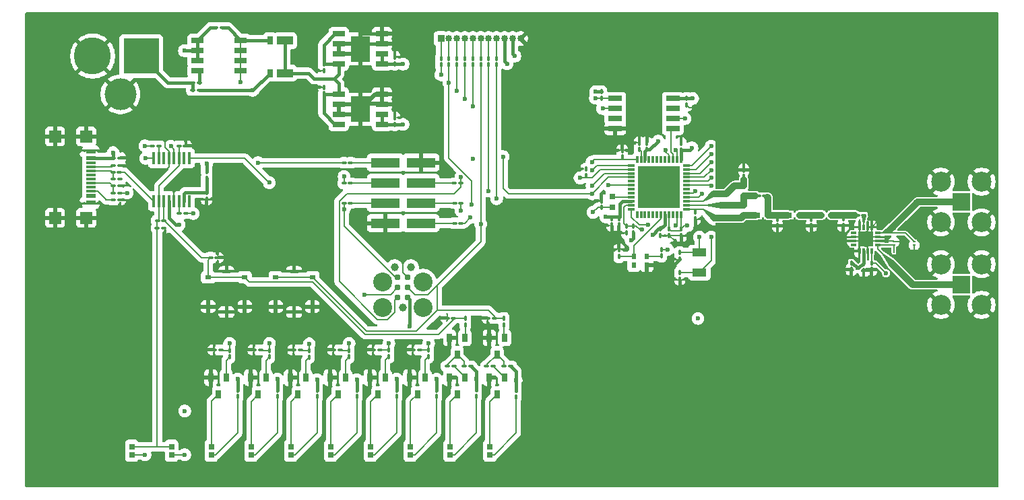
<source format=gbr>
%TF.GenerationSoftware,KiCad,Pcbnew,9.0.1*%
%TF.CreationDate,2025-05-12T13:55:05+02:00*%
%TF.ProjectId,CC1312R,43433133-3132-4522-9e6b-696361645f70,rev?*%
%TF.SameCoordinates,Original*%
%TF.FileFunction,Copper,L1,Top*%
%TF.FilePolarity,Positive*%
%FSLAX46Y46*%
G04 Gerber Fmt 4.6, Leading zero omitted, Abs format (unit mm)*
G04 Created by KiCad (PCBNEW 9.0.1) date 2025-05-12 13:55:05*
%MOMM*%
%LPD*%
G01*
G04 APERTURE LIST*
G04 Aperture macros list*
%AMRoundRect*
0 Rectangle with rounded corners*
0 $1 Rounding radius*
0 $2 $3 $4 $5 $6 $7 $8 $9 X,Y pos of 4 corners*
0 Add a 4 corners polygon primitive as box body*
4,1,4,$2,$3,$4,$5,$6,$7,$8,$9,$2,$3,0*
0 Add four circle primitives for the rounded corners*
1,1,$1+$1,$2,$3*
1,1,$1+$1,$4,$5*
1,1,$1+$1,$6,$7*
1,1,$1+$1,$8,$9*
0 Add four rect primitives between the rounded corners*
20,1,$1+$1,$2,$3,$4,$5,0*
20,1,$1+$1,$4,$5,$6,$7,0*
20,1,$1+$1,$6,$7,$8,$9,0*
20,1,$1+$1,$8,$9,$2,$3,0*%
G04 Aperture macros list end*
%TA.AperFunction,Conductor*%
%ADD10C,0.200000*%
%TD*%
%TA.AperFunction,SMDPad,CuDef*%
%ADD11RoundRect,0.100000X0.100000X-0.217500X0.100000X0.217500X-0.100000X0.217500X-0.100000X-0.217500X0*%
%TD*%
%TA.AperFunction,SMDPad,CuDef*%
%ADD12RoundRect,0.100000X-0.100000X0.217500X-0.100000X-0.217500X0.100000X-0.217500X0.100000X0.217500X0*%
%TD*%
%TA.AperFunction,SMDPad,CuDef*%
%ADD13R,0.650000X1.100000*%
%TD*%
%TA.AperFunction,SMDPad,CuDef*%
%ADD14R,1.525000X0.700000*%
%TD*%
%TA.AperFunction,SMDPad,CuDef*%
%ADD15R,2.400000X3.200000*%
%TD*%
%TA.AperFunction,SMDPad,CuDef*%
%ADD16R,0.700000X0.650000*%
%TD*%
%TA.AperFunction,SMDPad,CuDef*%
%ADD17R,0.700000X0.800000*%
%TD*%
%TA.AperFunction,SMDPad,CuDef*%
%ADD18R,0.625000X0.762000*%
%TD*%
%TA.AperFunction,SMDPad,CuDef*%
%ADD19RoundRect,0.100000X0.217500X0.100000X-0.217500X0.100000X-0.217500X-0.100000X0.217500X-0.100000X0*%
%TD*%
%TA.AperFunction,SMDPad,CuDef*%
%ADD20RoundRect,0.100000X-0.217500X-0.100000X0.217500X-0.100000X0.217500X0.100000X-0.217500X0.100000X0*%
%TD*%
%TA.AperFunction,SMDPad,CuDef*%
%ADD21R,0.800000X0.600000*%
%TD*%
%TA.AperFunction,SMDPad,CuDef*%
%ADD22R,1.000000X0.450000*%
%TD*%
%TA.AperFunction,SMDPad,CuDef*%
%ADD23R,0.320000X0.210000*%
%TD*%
%TA.AperFunction,SMDPad,CuDef*%
%ADD24R,0.700000X0.300000*%
%TD*%
%TA.AperFunction,SMDPad,CuDef*%
%ADD25R,0.300000X0.700000*%
%TD*%
%TA.AperFunction,SMDPad,CuDef*%
%ADD26R,1.920000X1.920000*%
%TD*%
%TA.AperFunction,SMDPad,CuDef*%
%ADD27R,0.435000X1.526000*%
%TD*%
%TA.AperFunction,ComponentPad*%
%ADD28R,4.500000X4.500000*%
%TD*%
%TA.AperFunction,ComponentPad*%
%ADD29C,4.650000*%
%TD*%
%TA.AperFunction,ComponentPad*%
%ADD30C,4.000000*%
%TD*%
%TA.AperFunction,SMDPad,CuDef*%
%ADD31R,3.680000X1.270000*%
%TD*%
%TA.AperFunction,SMDPad,CuDef*%
%ADD32R,0.762000X0.625000*%
%TD*%
%TA.AperFunction,SMDPad,CuDef*%
%ADD33R,2.000000X1.100000*%
%TD*%
%TA.AperFunction,SMDPad,CuDef*%
%ADD34R,0.800000X1.100000*%
%TD*%
%TA.AperFunction,SMDPad,CuDef*%
%ADD35R,1.550000X0.700000*%
%TD*%
%TA.AperFunction,ComponentPad*%
%ADD36C,2.375000*%
%TD*%
%TA.AperFunction,ComponentPad*%
%ADD37C,0.991000*%
%TD*%
%TA.AperFunction,SMDPad,CuDef*%
%ADD38C,0.787000*%
%TD*%
%TA.AperFunction,SMDPad,CuDef*%
%ADD39R,0.850000X0.300000*%
%TD*%
%TA.AperFunction,SMDPad,CuDef*%
%ADD40R,0.300000X0.850000*%
%TD*%
%TA.AperFunction,SMDPad,CuDef*%
%ADD41R,5.250000X5.250000*%
%TD*%
%TA.AperFunction,ComponentPad*%
%ADD42R,2.300000X2.300000*%
%TD*%
%TA.AperFunction,ComponentPad*%
%ADD43C,2.500000*%
%TD*%
%TA.AperFunction,SMDPad,CuDef*%
%ADD44R,1.750000X0.650000*%
%TD*%
%TA.AperFunction,SMDPad,CuDef*%
%ADD45R,1.150000X0.600000*%
%TD*%
%TA.AperFunction,SMDPad,CuDef*%
%ADD46R,1.150000X0.300000*%
%TD*%
%TA.AperFunction,SMDPad,CuDef*%
%ADD47R,1.500000X1.500000*%
%TD*%
%TA.AperFunction,SMDPad,CuDef*%
%ADD48R,1.800000X1.000000*%
%TD*%
%TA.AperFunction,SMDPad,CuDef*%
%ADD49R,0.600000X0.750000*%
%TD*%
%TA.AperFunction,ComponentPad*%
%ADD50R,0.850000X0.850000*%
%TD*%
%TA.AperFunction,ComponentPad*%
%ADD51C,0.850000*%
%TD*%
%TA.AperFunction,ViaPad*%
%ADD52C,0.600000*%
%TD*%
%TA.AperFunction,ViaPad*%
%ADD53C,1.000000*%
%TD*%
%TA.AperFunction,Conductor*%
%ADD54C,0.850000*%
%TD*%
%TA.AperFunction,Conductor*%
%ADD55C,0.400000*%
%TD*%
%TA.AperFunction,Conductor*%
%ADD56C,0.500000*%
%TD*%
G04 APERTURE END LIST*
D10*
%TO.N,Net-(IC6-RFC)*%
X282825000Y-157750000D02*
X282625000Y-156775000D01*
X283075000Y-156775000D01*
X282825000Y-157750000D01*
%TA.AperFunction,Conductor*%
G36*
X282825000Y-157750000D02*
G01*
X282625000Y-156775000D01*
X283075000Y-156775000D01*
X282825000Y-157750000D01*
G37*
%TD.AperFunction*%
%TO.N,Net-(IC6-RF1)*%
X286825000Y-158250000D02*
X286175000Y-158900000D01*
X285200000Y-158900000D01*
X286300000Y-157875000D01*
X286825000Y-158250000D01*
%TA.AperFunction,Conductor*%
G36*
X286825000Y-158250000D02*
G01*
X286175000Y-158900000D01*
X285200000Y-158900000D01*
X286300000Y-157875000D01*
X286825000Y-158250000D01*
G37*
%TD.AperFunction*%
%TO.N,Net-(IC6-RF2)*%
X286525000Y-162450000D02*
X286025000Y-162900000D01*
X285175000Y-161525000D01*
X286525000Y-162450000D01*
%TA.AperFunction,Conductor*%
G36*
X286525000Y-162450000D02*
G01*
X286025000Y-162900000D01*
X285175000Y-161525000D01*
X286525000Y-162450000D01*
G37*
%TD.AperFunction*%
%TO.N,RF_TX*%
X263950000Y-154325000D02*
X262700000Y-154900000D01*
X263775000Y-153750000D01*
X263950000Y-154325000D01*
%TA.AperFunction,Conductor*%
G36*
X263950000Y-154325000D02*
G01*
X262700000Y-154900000D01*
X263775000Y-153750000D01*
X263950000Y-154325000D01*
G37*
%TD.AperFunction*%
%TO.N,RF_P*%
X264225000Y-156675000D02*
X263750000Y-157200000D01*
X262700000Y-155900000D01*
X264225000Y-156675000D01*
%TA.AperFunction,Conductor*%
G36*
X264225000Y-156675000D02*
G01*
X263750000Y-157200000D01*
X262700000Y-155900000D01*
X264225000Y-156675000D01*
G37*
%TD.AperFunction*%
%TO.N,RF_N*%
X265000000Y-155725000D02*
X263000000Y-155400000D01*
X265000000Y-155075000D01*
X265000000Y-155725000D01*
%TA.AperFunction,Conductor*%
G36*
X265000000Y-155725000D02*
G01*
X263000000Y-155400000D01*
X265000000Y-155075000D01*
X265000000Y-155725000D01*
G37*
%TD.AperFunction*%
%TD*%
D11*
%TO.P,C11,1*%
%TO.N,+3.3V*%
X255577500Y-148405000D03*
%TO.P,C11,2*%
%TO.N,GND*%
X255577500Y-147590000D03*
%TD*%
D12*
%TO.P,C4,1*%
%TO.N,XTAL_32K768_1*%
X259727500Y-161380000D03*
%TO.P,C4,2*%
%TO.N,GND*%
X259727500Y-162195000D03*
%TD*%
D13*
%TO.P,Q4,1,B*%
%TO.N,Net-(Q4-B)*%
X202700000Y-177100000D03*
%TO.P,Q4,2,E*%
%TO.N,GND*%
X200780000Y-177100000D03*
%TO.P,Q4,3,C*%
%TO.N,Net-(LED5-K)*%
X201740000Y-179200000D03*
%TD*%
%TO.P,Q2,1,B*%
%TO.N,Net-(Q2-B)*%
X207710000Y-177100000D03*
%TO.P,Q2,2,E*%
%TO.N,GND*%
X205790000Y-177100000D03*
%TO.P,Q2,3,C*%
%TO.N,Net-(LED3-K)*%
X206750000Y-179200000D03*
%TD*%
D14*
%TO.P,IC3,1,VO*%
%TO.N,+3.3V*%
X222274000Y-145240000D03*
%TO.P,IC3,2,VO_S*%
X222274000Y-143970000D03*
%TO.P,IC3,3,GND*%
%TO.N,GND*%
X222274000Y-142700000D03*
%TO.P,IC3,4,NC_1*%
X222274000Y-141430000D03*
%TO.P,IC3,5,EN*%
%TO.N,/Power_Supply/DC_IN*%
X216850000Y-141430000D03*
%TO.P,IC3,6,NC_2*%
%TO.N,GND*%
X216850000Y-142700000D03*
%TO.P,IC3,7,NC_3*%
X216850000Y-143970000D03*
%TO.P,IC3,8,VCC*%
%TO.N,/Power_Supply/DC_IN*%
X216850000Y-145240000D03*
D15*
%TO.P,IC3,9,FIN*%
%TO.N,GND*%
X219562000Y-143335000D03*
%TD*%
D16*
%TO.P,FB1,1,1*%
%TO.N,/DCDC_SW*%
X251227500Y-154330000D03*
%TO.P,FB1,2,2*%
%TO.N,Net-(IC1-VDDR)*%
X251227500Y-155680000D03*
%TD*%
D13*
%TO.P,Q7,1,B*%
%TO.N,Net-(Q7-B)*%
X222710000Y-177100000D03*
%TO.P,Q7,2,E*%
%TO.N,GND*%
X220790000Y-177100000D03*
%TO.P,Q7,3,C*%
%TO.N,Net-(LED7-K)*%
X221750000Y-179200000D03*
%TD*%
D17*
%TO.P,LED7,1,K*%
%TO.N,Net-(LED7-K)*%
X220850000Y-185800000D03*
%TO.P,LED7,2,A*%
%TO.N,Net-(LED7-A)*%
X220850000Y-186800000D03*
%TD*%
D13*
%TO.P,Q9,1,B*%
%TO.N,Net-(Q9-B)*%
X227700000Y-177100000D03*
%TO.P,Q9,2,E*%
%TO.N,GND*%
X225780000Y-177100000D03*
%TO.P,Q9,3,C*%
%TO.N,Net-(LED9-K)*%
X226740000Y-179200000D03*
%TD*%
D18*
%TO.P,L3,1,1*%
%TO.N,Net-(C28-Pad1)*%
X270800000Y-156650000D03*
%TO.P,L3,2,2*%
%TO.N,RF_P*%
X269525000Y-156650000D03*
%TD*%
D12*
%TO.P,C14,1*%
%TO.N,+3.3V*%
X251177500Y-157080000D03*
%TO.P,C14,2*%
%TO.N,GND*%
X251177500Y-157895000D03*
%TD*%
%TO.P,C29,1*%
%TO.N,Net-(C28-Pad1)*%
X272000000Y-157160000D03*
%TO.P,C29,2*%
%TO.N,GND*%
X272000000Y-157975000D03*
%TD*%
D19*
%TO.P,R49,1*%
%TO.N,+5V*%
X238457500Y-175650000D03*
%TO.P,R49,2*%
%TO.N,Net-(Q6-C)*%
X237642500Y-175650000D03*
%TD*%
D12*
%TO.P,R24,1*%
%TO.N,Net-(J4-Pin_5)*%
X233700000Y-136935000D03*
%TO.P,R24,2*%
%TO.N,/Miscellaneous/JTAG_TMS*%
X233700000Y-137750000D03*
%TD*%
%TO.P,R36,1*%
%TO.N,ECODE_0*%
X213150000Y-173700000D03*
%TO.P,R36,2*%
%TO.N,Net-(Q3-B)*%
X213150000Y-174515000D03*
%TD*%
D19*
%TO.P,R33,1*%
%TO.N,/5V_IND*%
X207025000Y-173600000D03*
%TO.P,R33,2*%
%TO.N,GND*%
X206210000Y-173600000D03*
%TD*%
D12*
%TO.P,R37,1*%
%TO.N,+5V*%
X209150000Y-178660000D03*
%TO.P,R37,2*%
%TO.N,Net-(LED3-A)*%
X209150000Y-179475000D03*
%TD*%
D19*
%TO.P,R28,1*%
%TO.N,/Miscellaneous/JTAG_TDO*%
X232190000Y-152660000D03*
%TO.P,R28,2*%
%TO.N,Net-(J3-PadA2)*%
X231375000Y-152660000D03*
%TD*%
D12*
%TO.P,C10,1*%
%TO.N,Net-(IC1-VDDR)*%
X259900000Y-158405000D03*
%TO.P,C10,2*%
%TO.N,GND*%
X259900000Y-159220000D03*
%TD*%
D20*
%TO.P,R13,1*%
%TO.N,Net-(J2-DP1)*%
X188500000Y-153850000D03*
%TO.P,R13,2*%
%TO.N,Net-(IC5-USBDP)*%
X189315000Y-153850000D03*
%TD*%
D11*
%TO.P,R2,1*%
%TO.N,/Miscellaneous/JTAG_TDO*%
X247927500Y-151695000D03*
%TO.P,R2,2*%
%TO.N,GND*%
X247927500Y-150880000D03*
%TD*%
%TO.P,C6,1*%
%TO.N,Net-(IC1-VDDR)*%
X249877500Y-155680000D03*
%TO.P,C6,2*%
%TO.N,GND*%
X249877500Y-154865000D03*
%TD*%
D21*
%TO.P,UART_RESET,1,COM_1*%
%TO.N,/DATA_RESET*%
X205050000Y-164475000D03*
%TO.P,UART_RESET,2,NO_1*%
%TO.N,GND*%
X205050000Y-168175000D03*
%TO.P,UART_RESET,3,COM_2*%
%TO.N,/DATA_RESET*%
X200450000Y-164475000D03*
%TO.P,UART_RESET,4,NO_2*%
%TO.N,GND*%
X200450000Y-168175000D03*
D22*
%TO.P,UART_RESET,5,GND_1*%
X202750000Y-163800000D03*
%TO.P,UART_RESET,6,GND_2*%
X202750000Y-168850000D03*
%TD*%
D13*
%TO.P,Q6,1,B*%
%TO.N,Net-(Q6-B)*%
X237710000Y-172100000D03*
%TO.P,Q6,2,E*%
%TO.N,GND*%
X235790000Y-172100000D03*
%TO.P,Q6,3,C*%
%TO.N,Net-(Q6-C)*%
X236750000Y-174200000D03*
%TD*%
D19*
%TO.P,C32,1*%
%TO.N,Net-(IC6-RFC)*%
X282850000Y-156650000D03*
%TO.P,C32,2*%
%TO.N,Net-(C31-Pad1)*%
X282035000Y-156650000D03*
%TD*%
D12*
%TO.P,R57,1*%
%TO.N,/DATA_RESET*%
X232750000Y-169660000D03*
%TO.P,R57,2*%
%TO.N,Net-(Q10-B)*%
X232750000Y-170475000D03*
%TD*%
D17*
%TO.P,LED10,1,K*%
%TO.N,Net-(LED10-K)*%
X230850000Y-185800000D03*
%TO.P,LED10,2,A*%
%TO.N,Net-(LED10-A)*%
X230850000Y-186800000D03*
%TD*%
D23*
%TO.P,D5,1,1*%
%TO.N,GND*%
X289175000Y-160425000D03*
%TO.P,D5,2,2*%
%TO.N,Net-(IC6-RF1)*%
X289175000Y-160025000D03*
%TD*%
D18*
%TO.P,L5,1,1*%
%TO.N,Net-(C31-Pad1)*%
X278800000Y-156650000D03*
%TO.P,L5,2,2*%
%TO.N,Net-(C30-Pad1)*%
X277525000Y-156650000D03*
%TD*%
D11*
%TO.P,C2,1*%
%TO.N,TCXO_VCC*%
X252077500Y-161860000D03*
%TO.P,C2,2*%
%TO.N,GND*%
X252077500Y-161045000D03*
%TD*%
D12*
%TO.P,R25,1*%
%TO.N,Net-(J4-Pin_6)*%
X234700000Y-136935000D03*
%TO.P,R25,2*%
%TO.N,/WMCU_RESET*%
X234700000Y-137750000D03*
%TD*%
D24*
%TO.P,IC6,1,RF4*%
%TO.N,unconnected-(IC6-RF4-Pad1)*%
X281575000Y-158925000D03*
%TO.P,IC6,2,GND_1*%
%TO.N,GND*%
X281575000Y-159425000D03*
%TO.P,IC6,3,GND_2*%
X281575000Y-159925000D03*
%TO.P,IC6,4,RF3*%
%TO.N,unconnected-(IC6-RF3-Pad4)*%
X281575000Y-160425000D03*
D25*
%TO.P,IC6,5,GND_3*%
%TO.N,GND*%
X282325000Y-161175000D03*
%TO.P,IC6,6,VDD*%
%TO.N,+3.3V*%
X282825000Y-161175000D03*
%TO.P,IC6,7,B*%
%TO.N,GND*%
X283325000Y-161175000D03*
%TO.P,IC6,8,A*%
%TO.N,/RF/TX_SELECT*%
X283825000Y-161175000D03*
D24*
%TO.P,IC6,9,RF2*%
%TO.N,Net-(IC6-RF2)*%
X284575000Y-160425000D03*
%TO.P,IC6,10,GND_4*%
%TO.N,GND*%
X284575000Y-159925000D03*
%TO.P,IC6,11,GND_5*%
X284575000Y-159425000D03*
%TO.P,IC6,12,RF1*%
%TO.N,Net-(IC6-RF1)*%
X284575000Y-158925000D03*
D25*
%TO.P,IC6,13,GND_6*%
%TO.N,GND*%
X283825000Y-158175000D03*
%TO.P,IC6,14,GND_7*%
X283325000Y-158175000D03*
%TO.P,IC6,15,RFC*%
%TO.N,Net-(IC6-RFC)*%
X282825000Y-158175000D03*
%TO.P,IC6,16,GND_8*%
%TO.N,GND*%
X282325000Y-158175000D03*
D26*
%TO.P,IC6,17,GND_9*%
X283075000Y-159675000D03*
%TD*%
D17*
%TO.P,LED6,1,K*%
%TO.N,Net-(LED6-K)*%
X215850000Y-185800000D03*
%TO.P,LED6,2,A*%
%TO.N,Net-(LED6-A)*%
X215850000Y-186800000D03*
%TD*%
D12*
%TO.P,C3,1*%
%TO.N,RF_P*%
X261677500Y-156280000D03*
%TO.P,C3,2*%
%TO.N,GND*%
X261677500Y-157095000D03*
%TD*%
%TO.P,R20,1*%
%TO.N,Net-(J4-Pin_1)*%
X229700000Y-136935000D03*
%TO.P,R20,2*%
%TO.N,/Miscellaneous/RTS{slash}SWO*%
X229700000Y-137750000D03*
%TD*%
D19*
%TO.P,R45,1*%
%TO.N,/WMCU_RESET*%
X236440000Y-169600000D03*
%TO.P,R45,2*%
%TO.N,GND*%
X235625000Y-169600000D03*
%TD*%
%TO.P,R53,1*%
%TO.N,ECODE_3*%
X227015000Y-173600000D03*
%TO.P,R53,2*%
%TO.N,GND*%
X226200000Y-173600000D03*
%TD*%
D27*
%TO.P,IC5,1,TXD*%
%TO.N,/UART_TX*%
X198054000Y-149500000D03*
%TO.P,IC5,2,RTS#*%
%TO.N,unconnected-(IC5-RTS#-Pad2)*%
X197420000Y-149500000D03*
%TO.P,IC5,3,VCCIO*%
%TO.N,Net-(IC5-3V3OUT)*%
X196784000Y-149500000D03*
%TO.P,IC5,4,RXD*%
%TO.N,/UART_RX*%
X196150000Y-149500000D03*
%TO.P,IC5,5,GND_1*%
%TO.N,GND*%
X195514000Y-149500000D03*
%TO.P,IC5,6,CTS#*%
%TO.N,unconnected-(IC5-CTS#-Pad6)*%
X194880000Y-149500000D03*
%TO.P,IC5,7,CBUS2*%
%TO.N,/USB/UART_LED_TX*%
X194244000Y-149500000D03*
%TO.P,IC5,8,USBDP*%
%TO.N,Net-(IC5-USBDP)*%
X193610000Y-149500000D03*
%TO.P,IC5,9,USBDM*%
%TO.N,Net-(IC5-USBDM)*%
X193610000Y-154924000D03*
%TO.P,IC5,10,3V3OUT*%
%TO.N,Net-(IC5-3V3OUT)*%
X194244000Y-154924000D03*
%TO.P,IC5,11,RESET#*%
%TO.N,/DATA_RESET*%
X194880000Y-154924000D03*
%TO.P,IC5,12,VCC*%
%TO.N,+5V*%
X195514000Y-154924000D03*
%TO.P,IC5,13,GND_2*%
%TO.N,GND*%
X196150000Y-154924000D03*
%TO.P,IC5,14,CBUS1*%
%TO.N,/USB/UART_LED_RX*%
X196784000Y-154924000D03*
%TO.P,IC5,15,CBUS0*%
%TO.N,Net-(IC5-CBUS0)*%
X197420000Y-154924000D03*
%TO.P,IC5,16,CBUS3*%
%TO.N,unconnected-(IC5-CBUS3-Pad16)*%
X198054000Y-154924000D03*
%TD*%
D13*
%TO.P,Q10,1,B*%
%TO.N,Net-(Q10-B)*%
X232710000Y-172100000D03*
%TO.P,Q10,2,E*%
%TO.N,GND*%
X230790000Y-172100000D03*
%TO.P,Q10,3,C*%
%TO.N,Net-(Q10-C)*%
X231750000Y-174200000D03*
%TD*%
D11*
%TO.P,C27,1*%
%TO.N,RF_TX*%
X267750000Y-151800000D03*
%TO.P,C27,2*%
%TO.N,GND*%
X267750000Y-150985000D03*
%TD*%
D28*
%TO.P,J1,1,+12V*%
%TO.N,Net-(J1-+12V)*%
X192024000Y-136652000D03*
D29*
%TO.P,J1,2,GND*%
%TO.N,GND*%
X185924000Y-136652000D03*
D30*
%TO.P,J1,3,GND*%
X189424000Y-141452000D03*
%TD*%
D12*
%TO.P,R44,1*%
%TO.N,+5V*%
X219150000Y-178685000D03*
%TO.P,R44,2*%
%TO.N,Net-(LED6-A)*%
X219150000Y-179500000D03*
%TD*%
%TO.P,C5,1*%
%TO.N,XTAL_32K768_2*%
X259727500Y-163880000D03*
%TO.P,C5,2*%
%TO.N,GND*%
X259727500Y-164695000D03*
%TD*%
%TO.P,R50,1*%
%TO.N,+5V*%
X224150000Y-178660000D03*
%TO.P,R50,2*%
%TO.N,Net-(LED7-A)*%
X224150000Y-179475000D03*
%TD*%
D19*
%TO.P,R47,1*%
%TO.N,ECODE_2*%
X222025000Y-173600000D03*
%TO.P,R47,2*%
%TO.N,GND*%
X221210000Y-173600000D03*
%TD*%
D13*
%TO.P,Q5,1,B*%
%TO.N,Net-(Q5-B)*%
X217710000Y-177100000D03*
%TO.P,Q5,2,E*%
%TO.N,GND*%
X215790000Y-177100000D03*
%TO.P,Q5,3,C*%
%TO.N,Net-(LED6-K)*%
X216750000Y-179200000D03*
%TD*%
D31*
%TO.P,COMM_2,A1,A1*%
%TO.N,GND*%
X227190000Y-150060000D03*
%TO.P,COMM_2,A2,A2*%
%TO.N,Net-(J3-PadA2)*%
X227190000Y-152600000D03*
%TO.P,COMM_2,A3,A3*%
%TO.N,Net-(J3-PadA3)*%
X227190000Y-155140000D03*
%TO.P,COMM_2,A4,A4*%
%TO.N,Net-(J3-PadA4)*%
X227190000Y-157680000D03*
%TO.P,COMM_2,B1,B1*%
%TO.N,Net-(J3-PadB1)*%
X222750000Y-150060000D03*
%TO.P,COMM_2,B2,B2*%
%TO.N,Net-(J3-PadB2)*%
X222750000Y-152600000D03*
%TO.P,COMM_2,B3,B3*%
%TO.N,Net-(J3-PadB3)*%
X222750000Y-155140000D03*
%TO.P,COMM_2,B4,B4*%
%TO.N,GND*%
X222750000Y-157680000D03*
%TD*%
D19*
%TO.P,R34,1*%
%TO.N,ECODE_0*%
X212025000Y-173615000D03*
%TO.P,R34,2*%
%TO.N,GND*%
X211210000Y-173615000D03*
%TD*%
%TO.P,R29,1*%
%TO.N,/Miscellaneous/JTAG_TCK*%
X232225000Y-155160000D03*
%TO.P,R29,2*%
%TO.N,Net-(J3-PadA3)*%
X231410000Y-155160000D03*
%TD*%
D11*
%TO.P,R1,1*%
%TO.N,+3.3V*%
X253877500Y-158845000D03*
%TO.P,R1,2*%
%TO.N,/WMCU_RESET*%
X253877500Y-158030000D03*
%TD*%
D19*
%TO.P,R40,1*%
%TO.N,ECODE_1*%
X217025000Y-173600000D03*
%TO.P,R40,2*%
%TO.N,GND*%
X216210000Y-173600000D03*
%TD*%
D20*
%TO.P,R12,1*%
%TO.N,Net-(J2-DN1)*%
X188475000Y-151300000D03*
%TO.P,R12,2*%
%TO.N,Net-(IC5-USBDM)*%
X189290000Y-151300000D03*
%TD*%
D11*
%TO.P,C1,1*%
%TO.N,+3.3V*%
X259877500Y-148480000D03*
%TO.P,C1,2*%
%TO.N,GND*%
X259877500Y-147665000D03*
%TD*%
D12*
%TO.P,R35,1*%
%TO.N,/5V_IND*%
X208150000Y-173685000D03*
%TO.P,R35,2*%
%TO.N,Net-(Q2-B)*%
X208150000Y-174500000D03*
%TD*%
%TO.P,C8,1*%
%TO.N,+3.3V*%
X257300000Y-158405000D03*
%TO.P,C8,2*%
%TO.N,GND*%
X257300000Y-159220000D03*
%TD*%
D32*
%TO.P,L2,1,1*%
%TO.N,RF_N*%
X267750000Y-154225000D03*
%TO.P,L2,2,2*%
%TO.N,RF_TX*%
X267750000Y-152950000D03*
%TD*%
D23*
%TO.P,D3,1,1*%
%TO.N,GND*%
X286625000Y-160025000D03*
%TO.P,D3,2,2*%
%TO.N,Net-(IC6-RF2)*%
X286625000Y-160425000D03*
%TD*%
D21*
%TO.P,MCU_RESET,1,COM_1*%
%TO.N,/WMCU_RESET*%
X213550000Y-164475000D03*
%TO.P,MCU_RESET,2,NO_1*%
%TO.N,GND*%
X213550000Y-168175000D03*
%TO.P,MCU_RESET,3,COM_2*%
%TO.N,/WMCU_RESET*%
X208950000Y-164475000D03*
%TO.P,MCU_RESET,4,NO_2*%
%TO.N,GND*%
X208950000Y-168175000D03*
D22*
%TO.P,MCU_RESET,5,GND_1*%
X211250000Y-163800000D03*
%TO.P,MCU_RESET,6,GND_2*%
X211250000Y-168850000D03*
%TD*%
D12*
%TO.P,R22,1*%
%TO.N,Net-(J4-Pin_3)*%
X231700000Y-136935000D03*
%TO.P,R22,2*%
%TO.N,/Miscellaneous/JTAG_TDO*%
X231700000Y-137750000D03*
%TD*%
D33*
%TO.P,D1,1,K*%
%TO.N,/Power_Supply/DC_IN*%
X210100000Y-134708000D03*
D34*
%TO.P,D1,2,A*%
%TO.N,/5V_IND*%
X208200000Y-134708000D03*
%TD*%
D12*
%TO.P,R41,1*%
%TO.N,/12V_IND*%
X203140000Y-173685000D03*
%TO.P,R41,2*%
%TO.N,Net-(Q4-B)*%
X203140000Y-174500000D03*
%TD*%
D35*
%TO.P,Q1,1,S_1*%
%TO.N,/Power_Supply/USB_5V*%
X199100000Y-134700000D03*
%TO.P,Q1,2,S_2*%
X199100000Y-135970000D03*
%TO.P,Q1,3,S_3*%
X199100000Y-137240000D03*
%TO.P,Q1,4,G*%
%TO.N,Net-(Q1-G)*%
X199100000Y-138510000D03*
%TO.P,Q1,5,D_1*%
%TO.N,/5V_IND*%
X204550000Y-138510000D03*
%TO.P,Q1,6,D_2*%
X204550000Y-137240000D03*
%TO.P,Q1,7,D_3*%
X204550000Y-135970000D03*
%TO.P,Q1,8,D_4*%
X204550000Y-134700000D03*
%TD*%
D13*
%TO.P,Q11,1,B*%
%TO.N,Net-(Q11-B)*%
X232710000Y-177100000D03*
%TO.P,Q11,2,E*%
%TO.N,GND*%
X230790000Y-177100000D03*
%TO.P,Q11,3,C*%
%TO.N,Net-(LED10-K)*%
X231750000Y-179200000D03*
%TD*%
D20*
%TO.P,R51,1*%
%TO.N,Net-(Q6-C)*%
X235450000Y-175650000D03*
%TO.P,R51,2*%
%TO.N,Net-(Q8-B)*%
X236265000Y-175650000D03*
%TD*%
D19*
%TO.P,R17,1*%
%TO.N,Net-(J3-PadB1)*%
X218350000Y-150060000D03*
%TO.P,R17,2*%
%TO.N,/UART_RX*%
X217535000Y-150060000D03*
%TD*%
D20*
%TO.P,R59,1*%
%TO.N,Net-(Q10-C)*%
X230500000Y-175650000D03*
%TO.P,R59,2*%
%TO.N,Net-(Q11-B)*%
X231315000Y-175650000D03*
%TD*%
D19*
%TO.P,R58,1*%
%TO.N,+5V*%
X233440000Y-175650000D03*
%TO.P,R58,2*%
%TO.N,Net-(Q10-C)*%
X232625000Y-175650000D03*
%TD*%
D11*
%TO.P,C19,1*%
%TO.N,GND*%
X214974000Y-138450000D03*
%TO.P,C19,2*%
%TO.N,/Power_Supply/DC_IN*%
X214974000Y-137635000D03*
%TD*%
D33*
%TO.P,D2,1,K*%
%TO.N,/Power_Supply/DC_IN*%
X210125000Y-138800000D03*
D34*
%TO.P,D2,2,A*%
%TO.N,/12V_IND*%
X208225000Y-138800000D03*
%TD*%
D19*
%TO.P,R7,1*%
%TO.N,/5V_IND*%
X202215000Y-133100000D03*
%TO.P,R7,2*%
%TO.N,/Power_Supply/USB_5V*%
X201400000Y-133100000D03*
%TD*%
D12*
%TO.P,C17,1*%
%TO.N,GND*%
X214990000Y-140585000D03*
%TO.P,C17,2*%
%TO.N,/Power_Supply/DC_IN*%
X214990000Y-141400000D03*
%TD*%
D20*
%TO.P,R14,1*%
%TO.N,Net-(IC5-3V3OUT)*%
X194060000Y-157350000D03*
%TO.P,R14,2*%
%TO.N,/DATA_RESET*%
X194875000Y-157350000D03*
%TD*%
D11*
%TO.P,R11,1*%
%TO.N,Net-(IC5-CBUS0)*%
X200250000Y-152000000D03*
%TO.P,R11,2*%
%TO.N,/Power_Supply/USB_5V*%
X200250000Y-151185000D03*
%TD*%
D13*
%TO.P,Q8,1,B*%
%TO.N,Net-(Q8-B)*%
X237710000Y-177100000D03*
%TO.P,Q8,2,E*%
%TO.N,GND*%
X235790000Y-177100000D03*
%TO.P,Q8,3,C*%
%TO.N,Net-(LED8-K)*%
X236750000Y-179200000D03*
%TD*%
D12*
%TO.P,R43,1*%
%TO.N,+5V*%
X204140000Y-178660000D03*
%TO.P,R43,2*%
%TO.N,Net-(LED5-A)*%
X204140000Y-179475000D03*
%TD*%
D20*
%TO.P,C21,1*%
%TO.N,/Power_Supply/USB_5V*%
X188500000Y-149450000D03*
%TO.P,C21,2*%
%TO.N,GND*%
X189315000Y-149450000D03*
%TD*%
D19*
%TO.P,R55,1*%
%TO.N,/DATA_RESET*%
X231290000Y-169600000D03*
%TO.P,R55,2*%
%TO.N,GND*%
X230475000Y-169600000D03*
%TD*%
D20*
%TO.P,R16,1*%
%TO.N,Net-(LED2-K)*%
X193425000Y-147950000D03*
%TO.P,R16,2*%
%TO.N,/USB/UART_LED_TX*%
X194240000Y-147950000D03*
%TD*%
D17*
%TO.P,LED4,1,K*%
%TO.N,Net-(LED4-K)*%
X210850000Y-185800000D03*
%TO.P,LED4,2,A*%
%TO.N,Net-(LED4-A)*%
X210850000Y-186800000D03*
%TD*%
D12*
%TO.P,R21,1*%
%TO.N,Net-(J4-Pin_2)*%
X230700000Y-136935000D03*
%TO.P,R21,2*%
%TO.N,/Miscellaneous/JTAG_TDI*%
X230700000Y-137750000D03*
%TD*%
D20*
%TO.P,R9,1*%
%TO.N,Net-(J2-CC1)*%
X188500000Y-150450000D03*
%TO.P,R9,2*%
%TO.N,GND*%
X189315000Y-150450000D03*
%TD*%
D36*
%TO.P,U1,*%
%TO.N,*%
X222370000Y-168275000D03*
D37*
X224910000Y-168275000D03*
D36*
X227450000Y-168275000D03*
X222370000Y-165100000D03*
X227450000Y-165100000D03*
D37*
X223894000Y-163195000D03*
X225926000Y-163195000D03*
D38*
%TO.P,U1,1,VTref*%
%TO.N,+3.3V*%
X225545000Y-167005000D03*
%TO.P,U1,2,SWDIO*%
%TO.N,/Miscellaneous/JTAG_TDO*%
X224275000Y-167005000D03*
%TO.P,U1,3,nRESET*%
%TO.N,/WMCU_RESET*%
X225545000Y-165735000D03*
%TO.P,U1,4,SWCLK*%
%TO.N,/Miscellaneous/JTAG_TCK*%
X224275000Y-165735000D03*
%TO.P,U1,5,GND*%
%TO.N,GND*%
X225545000Y-164465000D03*
%TO.P,U1,6,SWO*%
%TO.N,/Miscellaneous/JTAG_TMS*%
X224275000Y-164465000D03*
%TD*%
D17*
%TO.P,LED5,1,K*%
%TO.N,Net-(LED5-K)*%
X200850000Y-185800000D03*
%TO.P,LED5,2,A*%
%TO.N,Net-(LED5-A)*%
X200850000Y-186800000D03*
%TD*%
D11*
%TO.P,R4,1*%
%TO.N,/Miscellaneous/JTAG_TMS*%
X252477500Y-149355000D03*
%TO.P,R4,2*%
%TO.N,GND*%
X252477500Y-148540000D03*
%TD*%
D12*
%TO.P,C20,1*%
%TO.N,GND*%
X223900000Y-136810000D03*
%TO.P,C20,2*%
%TO.N,+5V*%
X223900000Y-137625000D03*
%TD*%
D39*
%TO.P,IC1,1,RF_P*%
%TO.N,RF_P*%
X260550000Y-155900000D03*
%TO.P,IC1,2,RF_N*%
%TO.N,RF_N*%
X260550000Y-155400000D03*
%TO.P,IC1,3,RX_TX*%
%TO.N,RF_TX*%
X260550000Y-154900000D03*
%TO.P,IC1,4,X32K_Q1*%
%TO.N,XTAL_32K768_1*%
X260550000Y-154400000D03*
%TO.P,IC1,5,X32K_Q2*%
%TO.N,XTAL_32K768_2*%
X260550000Y-153900000D03*
%TO.P,IC1,6,DIO_1*%
%TO.N,unconnected-(IC1-DIO_1-Pad6)*%
X260550000Y-153400000D03*
%TO.P,IC1,7,DIO_2*%
%TO.N,/UART_RX*%
X260550000Y-152900000D03*
%TO.P,IC1,8,DIO_3*%
%TO.N,/UART_TX*%
X260550000Y-152400000D03*
%TO.P,IC1,9,DIO_4*%
%TO.N,ECODE_0*%
X260550000Y-151900000D03*
%TO.P,IC1,10,DIO_5*%
%TO.N,ECODE_1*%
X260550000Y-151400000D03*
%TO.P,IC1,11,DIO_6*%
%TO.N,ECODE_2*%
X260550000Y-150900000D03*
%TO.P,IC1,12,DIO_7*%
%TO.N,ECODE_3*%
X260550000Y-150400000D03*
D40*
%TO.P,IC1,13,VDDS2*%
%TO.N,+3.3V*%
X259850000Y-149700000D03*
%TO.P,IC1,14,DIO_8*%
%TO.N,/FLASH_MISO*%
X259350000Y-149700000D03*
%TO.P,IC1,15,DIO_9*%
%TO.N,/FLASH_MOSI*%
X258850000Y-149700000D03*
%TO.P,IC1,16,DIO_10*%
%TO.N,/FLASH_SCLK*%
X258350000Y-149700000D03*
%TO.P,IC1,17,DIO_11*%
%TO.N,unconnected-(IC1-DIO_11-Pad17)*%
X257850000Y-149700000D03*
%TO.P,IC1,18,DIO_12*%
%TO.N,unconnected-(IC1-DIO_12-Pad18)*%
X257350000Y-149700000D03*
%TO.P,IC1,19,DIO_13*%
%TO.N,unconnected-(IC1-DIO_13-Pad19)*%
X256850000Y-149700000D03*
%TO.P,IC1,20,DIO_14*%
%TO.N,unconnected-(IC1-DIO_14-Pad20)*%
X256350000Y-149700000D03*
%TO.P,IC1,21,DIO_15*%
%TO.N,unconnected-(IC1-DIO_15-Pad21)*%
X255850000Y-149700000D03*
%TO.P,IC1,22,VDDS3*%
%TO.N,+3.3V*%
X255350000Y-149700000D03*
%TO.P,IC1,23,DCOUPL*%
%TO.N,Net-(IC1-DCOUPL)*%
X254850000Y-149700000D03*
%TO.P,IC1,24,JTAG_TMSC*%
%TO.N,/Miscellaneous/JTAG_TMS*%
X254350000Y-149700000D03*
D39*
%TO.P,IC1,25,JTAG_TCKC*%
%TO.N,/Miscellaneous/JTAG_TCK*%
X253650000Y-150400000D03*
%TO.P,IC1,26,DIO_16*%
%TO.N,/Miscellaneous/JTAG_TDO*%
X253650000Y-150900000D03*
%TO.P,IC1,27,DIO_17*%
%TO.N,/Miscellaneous/JTAG_TDI*%
X253650000Y-151400000D03*
%TO.P,IC1,28,DIO_18*%
%TO.N,/Miscellaneous/RTS{slash}SWO*%
X253650000Y-151900000D03*
%TO.P,IC1,29,DIO_19*%
%TO.N,unconnected-(IC1-DIO_19-Pad29)*%
X253650000Y-152400000D03*
%TO.P,IC1,30,DIO_20*%
%TO.N,/FLASH_CS*%
X253650000Y-152900000D03*
%TO.P,IC1,31,DIO_21*%
%TO.N,unconnected-(IC1-DIO_21-Pad31)*%
X253650000Y-153400000D03*
%TO.P,IC1,32,DIO_22*%
%TO.N,unconnected-(IC1-DIO_22-Pad32)*%
X253650000Y-153900000D03*
%TO.P,IC1,33,DCDC_SW*%
%TO.N,/DCDC_SW*%
X253650000Y-154400000D03*
%TO.P,IC1,34,VDDS_DCDC*%
%TO.N,+3.3V*%
X253650000Y-154900000D03*
%TO.P,IC1,35,RESET_N*%
%TO.N,/WMCU_RESET*%
X253650000Y-155400000D03*
%TO.P,IC1,36,DIO_23*%
%TO.N,/RF/TX_SELECT*%
X253650000Y-155900000D03*
D40*
%TO.P,IC1,37,DIO_24*%
%TO.N,unconnected-(IC1-DIO_24-Pad37)*%
X254350000Y-156600000D03*
%TO.P,IC1,38,DIO_25*%
%TO.N,unconnected-(IC1-DIO_25-Pad38)*%
X254850000Y-156600000D03*
%TO.P,IC1,39,DIO_26*%
%TO.N,unconnected-(IC1-DIO_26-Pad39)*%
X255350000Y-156600000D03*
%TO.P,IC1,40,DIO_27*%
%TO.N,unconnected-(IC1-DIO_27-Pad40)*%
X255850000Y-156600000D03*
%TO.P,IC1,41,DIO_28*%
%TO.N,unconnected-(IC1-DIO_28-Pad41)*%
X256350000Y-156600000D03*
%TO.P,IC1,42,DIO_29*%
%TO.N,unconnected-(IC1-DIO_29-Pad42)*%
X256850000Y-156600000D03*
%TO.P,IC1,43,DIO_30*%
%TO.N,TCXO_VCC*%
X257350000Y-156600000D03*
%TO.P,IC1,44,VDDS*%
%TO.N,+3.3V*%
X257850000Y-156600000D03*
%TO.P,IC1,45,VDDR*%
%TO.N,Net-(IC1-VDDR)*%
X258350000Y-156600000D03*
%TO.P,IC1,46,X48M_N*%
%TO.N,unconnected-(IC1-X48M_N-Pad46)*%
X258850000Y-156600000D03*
%TO.P,IC1,47,X48M_P*%
%TO.N,XTAL_48M_2*%
X259350000Y-156600000D03*
%TO.P,IC1,48,VDDR_RF*%
%TO.N,Net-(IC1-VDDR)*%
X259850000Y-156600000D03*
D41*
%TO.P,IC1,49,EP*%
%TO.N,GND*%
X257100000Y-153150000D03*
%TD*%
D42*
%TO.P,TX_ANTENNA,1,1*%
%TO.N,Net-(IC6-RF2)*%
X295100000Y-165400000D03*
D43*
%TO.P,TX_ANTENNA,2,2*%
%TO.N,GND*%
X292550000Y-167950000D03*
%TO.P,TX_ANTENNA,3,3*%
X297650000Y-167950000D03*
%TO.P,TX_ANTENNA,4,4*%
X297650000Y-162850000D03*
%TO.P,TX_ANTENNA,5,5*%
X292550000Y-162850000D03*
%TD*%
D12*
%TO.P,C13,1*%
%TO.N,+3.3V*%
X252077500Y-157090000D03*
%TO.P,C13,2*%
%TO.N,GND*%
X252077500Y-157905000D03*
%TD*%
D19*
%TO.P,R30,1*%
%TO.N,/UART_TX*%
X232225000Y-157660000D03*
%TO.P,R30,2*%
%TO.N,Net-(J3-PadA4)*%
X231410000Y-157660000D03*
%TD*%
D12*
%TO.P,R46,1*%
%TO.N,/WMCU_RESET*%
X237600000Y-169660000D03*
%TO.P,R46,2*%
%TO.N,Net-(Q6-B)*%
X237600000Y-170475000D03*
%TD*%
D20*
%TO.P,C26,1*%
%TO.N,Net-(IC5-3V3OUT)*%
X194050000Y-158300000D03*
%TO.P,C26,2*%
%TO.N,GND*%
X194865000Y-158300000D03*
%TD*%
%TO.P,C22,1*%
%TO.N,Net-(J2-DN1)*%
X188500000Y-152150000D03*
%TO.P,C22,2*%
%TO.N,GND*%
X189315000Y-152150000D03*
%TD*%
D12*
%TO.P,R27,1*%
%TO.N,Net-(J4-Pin_8)*%
X236700000Y-136935000D03*
%TO.P,R27,2*%
%TO.N,/UART_RX*%
X236700000Y-137750000D03*
%TD*%
D20*
%TO.P,R8,1*%
%TO.N,Net-(J2-CC2)*%
X188500000Y-154700000D03*
%TO.P,R8,2*%
%TO.N,GND*%
X189315000Y-154700000D03*
%TD*%
D17*
%TO.P,LED8,1,K*%
%TO.N,Net-(LED8-K)*%
X235850000Y-185800000D03*
%TO.P,LED8,2,A*%
%TO.N,Net-(LED8-A)*%
X235850000Y-186800000D03*
%TD*%
D12*
%TO.P,C18,1*%
%TO.N,GND*%
X223900000Y-144435000D03*
%TO.P,C18,2*%
%TO.N,+3.3V*%
X223900000Y-145250000D03*
%TD*%
%TO.P,R38,1*%
%TO.N,+5V*%
X214150000Y-178675000D03*
%TO.P,R38,2*%
%TO.N,Net-(LED4-A)*%
X214150000Y-179490000D03*
%TD*%
D13*
%TO.P,Q3,1,B*%
%TO.N,Net-(Q3-B)*%
X212710000Y-177115000D03*
%TO.P,Q3,2,E*%
%TO.N,GND*%
X210790000Y-177115000D03*
%TO.P,Q3,3,C*%
%TO.N,Net-(LED4-K)*%
X211750000Y-179215000D03*
%TD*%
D12*
%TO.P,C15,1*%
%TO.N,/WMCU_RESET*%
X253027500Y-158055000D03*
%TO.P,C15,2*%
%TO.N,GND*%
X253027500Y-158870000D03*
%TD*%
D19*
%TO.P,C28,1*%
%TO.N,Net-(C28-Pad1)*%
X270400000Y-154200000D03*
%TO.P,C28,2*%
%TO.N,RF_N*%
X269585000Y-154200000D03*
%TD*%
D12*
%TO.P,C7,1*%
%TO.N,Net-(IC1-VDDR)*%
X258377500Y-158405000D03*
%TO.P,C7,2*%
%TO.N,GND*%
X258377500Y-159220000D03*
%TD*%
D11*
%TO.P,C9,1*%
%TO.N,Net-(Y1-OUT)*%
X257427500Y-161795000D03*
%TO.P,C9,2*%
%TO.N,XTAL_48M_2*%
X257427500Y-160980000D03*
%TD*%
D12*
%TO.P,R3,1*%
%TO.N,+3.3V*%
X249877500Y-141130000D03*
%TO.P,R3,2*%
%TO.N,/FLASH_CS*%
X249877500Y-141945000D03*
%TD*%
%TO.P,C33,1*%
%TO.N,+3.3V*%
X282825000Y-162810000D03*
%TO.P,C33,2*%
%TO.N,GND*%
X282825000Y-163625000D03*
%TD*%
%TO.P,R56,1*%
%TO.N,+5V*%
X229140000Y-178660000D03*
%TO.P,R56,2*%
%TO.N,Net-(LED9-A)*%
X229140000Y-179475000D03*
%TD*%
D19*
%TO.P,R18,1*%
%TO.N,Net-(J3-PadB2)*%
X218350000Y-152660000D03*
%TO.P,R18,2*%
%TO.N,/Miscellaneous/JTAG_TDI*%
X217535000Y-152660000D03*
%TD*%
D12*
%TO.P,R54,1*%
%TO.N,ECODE_3*%
X228140000Y-173660000D03*
%TO.P,R54,2*%
%TO.N,Net-(Q9-B)*%
X228140000Y-174475000D03*
%TD*%
%TO.P,C16,1*%
%TO.N,+3.3V*%
X260577500Y-141980000D03*
%TO.P,C16,2*%
%TO.N,GND*%
X260577500Y-142795000D03*
%TD*%
D19*
%TO.P,R5,1*%
%TO.N,Net-(Q1-G)*%
X199340000Y-140000000D03*
%TO.P,R5,2*%
%TO.N,Net-(J1-+12V)*%
X198525000Y-140000000D03*
%TD*%
D44*
%TO.P,IC2,1,~{CS}*%
%TO.N,/FLASH_CS*%
X251602500Y-141975000D03*
%TO.P,IC2,2,SO_(IO1)*%
%TO.N,/FLASH_MISO*%
X251602500Y-143245000D03*
%TO.P,IC2,3,~{WP(IO2)}*%
%TO.N,unconnected-(IC2-~{WP(IO2)}-Pad3)*%
X251602500Y-144515000D03*
%TO.P,IC2,4,GND*%
%TO.N,GND*%
X251602500Y-145785000D03*
%TO.P,IC2,5,SI(IO0)*%
%TO.N,/FLASH_MOSI*%
X258852500Y-145785000D03*
%TO.P,IC2,6,SCK*%
%TO.N,/FLASH_SCLK*%
X258852500Y-144515000D03*
%TO.P,IC2,7,~{HOLD(IO3)}*%
%TO.N,unconnected-(IC2-~{HOLD(IO3)}-Pad7)*%
X258852500Y-143245000D03*
%TO.P,IC2,8,VCC*%
%TO.N,+3.3V*%
X258852500Y-141975000D03*
%TD*%
D32*
%TO.P,L1,1,1*%
%TO.N,RF_P*%
X267750000Y-156675000D03*
%TO.P,L1,2,2*%
%TO.N,RF_N*%
X267750000Y-155400000D03*
%TD*%
D12*
%TO.P,C30,1*%
%TO.N,Net-(C30-Pad1)*%
X276250000Y-157175000D03*
%TO.P,C30,2*%
%TO.N,GND*%
X276250000Y-157990000D03*
%TD*%
%TO.P,C35,1*%
%TO.N,/RF/TX_SELECT*%
X283825000Y-162685000D03*
%TO.P,C35,2*%
%TO.N,GND*%
X283825000Y-163500000D03*
%TD*%
%TO.P,R52,1*%
%TO.N,+5V*%
X239150000Y-178725000D03*
%TO.P,R52,2*%
%TO.N,Net-(LED8-A)*%
X239150000Y-179540000D03*
%TD*%
D45*
%TO.P,J2,A1,GND_1*%
%TO.N,GND*%
X185705000Y-148670000D03*
%TO.P,J2,A4,VBUS_1*%
%TO.N,/Power_Supply/USB_5V*%
X185705000Y-149470000D03*
D46*
%TO.P,J2,A5,CC1*%
%TO.N,Net-(J2-CC1)*%
X185705000Y-150620000D03*
%TO.P,J2,A6,DP1*%
%TO.N,Net-(J2-DP1)*%
X185705000Y-151620000D03*
%TO.P,J2,A7,DN1*%
%TO.N,Net-(J2-DN1)*%
X185705000Y-152120000D03*
%TO.P,J2,A8,SBU1*%
%TO.N,unconnected-(J2-SBU1-PadA8)*%
X185705000Y-153120000D03*
D45*
%TO.P,J2,B1,GND_2*%
%TO.N,GND*%
X185705000Y-155070000D03*
%TO.P,J2,B4,VBUS_2*%
%TO.N,/Power_Supply/USB_5V*%
X185705000Y-154270000D03*
D46*
%TO.P,J2,B5,CC2*%
%TO.N,Net-(J2-CC2)*%
X185705000Y-153620000D03*
%TO.P,J2,B6,DP2*%
%TO.N,Net-(J2-DP1)*%
X185705000Y-152620000D03*
%TO.P,J2,B7,DN2*%
%TO.N,Net-(J2-DN1)*%
X185705000Y-151120000D03*
%TO.P,J2,B8,SBU2*%
%TO.N,unconnected-(J2-SBU2-PadB8)*%
X185705000Y-150120000D03*
D47*
%TO.P,J2,MP1,MP1*%
%TO.N,GND*%
X185130000Y-146750000D03*
%TO.P,J2,MP2,MP2*%
X185130000Y-156990000D03*
%TO.P,J2,MP3,MP3*%
X181200000Y-146750000D03*
%TO.P,J2,MP4,MP4*%
X181200000Y-156990000D03*
%TD*%
D48*
%TO.P,Y2,1*%
%TO.N,XTAL_32K768_1*%
X262177500Y-161380000D03*
%TO.P,Y2,2,CRYSTAL_2*%
%TO.N,XTAL_32K768_2*%
X262177500Y-163880000D03*
%TD*%
D12*
%TO.P,C31,1*%
%TO.N,Net-(C31-Pad1)*%
X280250000Y-157150000D03*
%TO.P,C31,2*%
%TO.N,GND*%
X280250000Y-157965000D03*
%TD*%
D20*
%TO.P,C23,1*%
%TO.N,Net-(J2-DP1)*%
X188500000Y-153000000D03*
%TO.P,C23,2*%
%TO.N,GND*%
X189315000Y-153000000D03*
%TD*%
D49*
%TO.P,Y1,1,VC*%
%TO.N,unconnected-(Y1-VC-Pad1)*%
X253927500Y-162960000D03*
%TO.P,Y1,2,GND*%
%TO.N,GND*%
X255577500Y-162960000D03*
%TO.P,Y1,3,OUT*%
%TO.N,Net-(Y1-OUT)*%
X255577500Y-161830000D03*
%TO.P,Y1,4,VCC*%
%TO.N,TCXO_VCC*%
X253927500Y-161830000D03*
%TD*%
D17*
%TO.P,LED2,1,K*%
%TO.N,Net-(LED2-K)*%
X195850000Y-186800000D03*
%TO.P,LED2,2,A*%
%TO.N,Net-(IC5-3V3OUT)*%
X195850000Y-185800000D03*
%TD*%
D18*
%TO.P,L4,1,1*%
%TO.N,Net-(C30-Pad1)*%
X274800000Y-156650000D03*
%TO.P,L4,2,2*%
%TO.N,Net-(C28-Pad1)*%
X273525000Y-156650000D03*
%TD*%
D12*
%TO.P,R42,1*%
%TO.N,ECODE_1*%
X218150000Y-173685000D03*
%TO.P,R42,2*%
%TO.N,Net-(Q5-B)*%
X218150000Y-174500000D03*
%TD*%
D11*
%TO.P,R10,1*%
%TO.N,GND*%
X200250000Y-154615000D03*
%TO.P,R10,2*%
%TO.N,Net-(IC5-CBUS0)*%
X200250000Y-153800000D03*
%TD*%
D50*
%TO.P,COMM_1,1,Pin_1*%
%TO.N,Net-(J4-Pin_1)*%
X229700000Y-134450000D03*
D51*
%TO.P,COMM_1,2,Pin_2*%
%TO.N,Net-(J4-Pin_2)*%
X230700000Y-134450000D03*
%TO.P,COMM_1,3,Pin_3*%
%TO.N,Net-(J4-Pin_3)*%
X231700000Y-134450000D03*
%TO.P,COMM_1,4,Pin_4*%
%TO.N,Net-(J4-Pin_4)*%
X232700000Y-134450000D03*
%TO.P,COMM_1,5,Pin_5*%
%TO.N,Net-(J4-Pin_5)*%
X233700000Y-134450000D03*
%TO.P,COMM_1,6,Pin_6*%
%TO.N,Net-(J4-Pin_6)*%
X234700000Y-134450000D03*
%TO.P,COMM_1,7,Pin_7*%
%TO.N,Net-(J4-Pin_7)*%
X235700000Y-134450000D03*
%TO.P,COMM_1,8,Pin_8*%
%TO.N,Net-(J4-Pin_8)*%
X236700000Y-134450000D03*
%TO.P,COMM_1,9,Pin_9*%
%TO.N,+3.3V*%
X237700000Y-134450000D03*
%TO.P,COMM_1,10,Pin_10*%
%TO.N,+5V*%
X238700000Y-134450000D03*
%TO.P,COMM_1,11,Pin_11*%
%TO.N,GND*%
X239700000Y-134450000D03*
%TD*%
D19*
%TO.P,R39,1*%
%TO.N,/12V_IND*%
X202015000Y-173600000D03*
%TO.P,R39,2*%
%TO.N,GND*%
X201200000Y-173600000D03*
%TD*%
D17*
%TO.P,LED9,1,K*%
%TO.N,Net-(LED9-K)*%
X225850000Y-185800000D03*
%TO.P,LED9,2,A*%
%TO.N,Net-(LED9-A)*%
X225850000Y-186800000D03*
%TD*%
D19*
%TO.P,R19,1*%
%TO.N,Net-(J3-PadB3)*%
X218350000Y-155160000D03*
%TO.P,R19,2*%
%TO.N,/Miscellaneous/JTAG_TMS*%
X217535000Y-155160000D03*
%TD*%
D12*
%TO.P,R60,1*%
%TO.N,+5V*%
X234150000Y-178635000D03*
%TO.P,R60,2*%
%TO.N,Net-(LED10-A)*%
X234150000Y-179450000D03*
%TD*%
D17*
%TO.P,LED3,1,K*%
%TO.N,Net-(LED3-K)*%
X205850000Y-185800000D03*
%TO.P,LED3,2,A*%
%TO.N,Net-(LED3-A)*%
X205850000Y-186800000D03*
%TD*%
D12*
%TO.P,R48,1*%
%TO.N,ECODE_2*%
X223150000Y-173660000D03*
%TO.P,R48,2*%
%TO.N,Net-(Q7-B)*%
X223150000Y-174475000D03*
%TD*%
D19*
%TO.P,R6,1*%
%TO.N,/12V_IND*%
X199325000Y-140950000D03*
%TO.P,R6,2*%
%TO.N,Net-(J1-+12V)*%
X198510000Y-140950000D03*
%TD*%
D12*
%TO.P,R26,1*%
%TO.N,Net-(J4-Pin_7)*%
X235700000Y-136935000D03*
%TO.P,R26,2*%
%TO.N,/UART_TX*%
X235700000Y-137750000D03*
%TD*%
D17*
%TO.P,LED1,1,K*%
%TO.N,Net-(LED1-K)*%
X190850000Y-186800000D03*
%TO.P,LED1,2,A*%
%TO.N,Net-(IC5-3V3OUT)*%
X190850000Y-185800000D03*
%TD*%
D14*
%TO.P,IC4,1,VO*%
%TO.N,+5V*%
X222274000Y-137640000D03*
%TO.P,IC4,2,FB*%
X222274000Y-136370000D03*
%TO.P,IC4,3,GND*%
%TO.N,GND*%
X222274000Y-135100000D03*
%TO.P,IC4,4,N.C._1*%
X222274000Y-133830000D03*
%TO.P,IC4,5,EN*%
%TO.N,/Power_Supply/DC_IN*%
X216850000Y-133830000D03*
%TO.P,IC4,6,N.C._2*%
%TO.N,GND*%
X216850000Y-135100000D03*
%TO.P,IC4,7,N.C._3*%
X216850000Y-136370000D03*
%TO.P,IC4,8,VCC*%
%TO.N,/Power_Supply/DC_IN*%
X216850000Y-137640000D03*
D15*
%TO.P,IC4,9,EPAD*%
%TO.N,GND*%
X219562000Y-135735000D03*
%TD*%
D20*
%TO.P,C24,1*%
%TO.N,/DATA_RESET*%
X200750000Y-162000000D03*
%TO.P,C24,2*%
%TO.N,GND*%
X201565000Y-162000000D03*
%TD*%
D19*
%TO.P,R15,1*%
%TO.N,Net-(LED1-K)*%
X197650000Y-156450000D03*
%TO.P,R15,2*%
%TO.N,/USB/UART_LED_RX*%
X196835000Y-156450000D03*
%TD*%
D12*
%TO.P,C34,1*%
%TO.N,+3.3V*%
X281275000Y-162675000D03*
%TO.P,C34,2*%
%TO.N,GND*%
X281275000Y-163490000D03*
%TD*%
D42*
%TO.P,RX_ANTENNA,1,1*%
%TO.N,Net-(IC6-RF1)*%
X295100000Y-155000000D03*
D43*
%TO.P,RX_ANTENNA,2,2*%
%TO.N,GND*%
X292550000Y-157550000D03*
%TO.P,RX_ANTENNA,3,3*%
X297650000Y-157550000D03*
%TO.P,RX_ANTENNA,4,4*%
X297650000Y-152450000D03*
%TO.P,RX_ANTENNA,5,5*%
X292550000Y-152450000D03*
%TD*%
D20*
%TO.P,C25,1*%
%TO.N,Net-(IC5-3V3OUT)*%
X196792500Y-147950000D03*
%TO.P,C25,2*%
%TO.N,GND*%
X197607500Y-147950000D03*
%TD*%
D11*
%TO.P,C12,1*%
%TO.N,Net-(IC1-DCOUPL)*%
X254627500Y-148405000D03*
%TO.P,C12,2*%
%TO.N,GND*%
X254627500Y-147590000D03*
%TD*%
D12*
%TO.P,R23,1*%
%TO.N,Net-(J4-Pin_4)*%
X232700000Y-136935000D03*
%TO.P,R23,2*%
%TO.N,/Miscellaneous/JTAG_TCK*%
X232700000Y-137750000D03*
%TD*%
D52*
%TO.N,*%
X225926000Y-163195000D03*
%TO.N,+3.3V*%
X250427500Y-156880000D03*
X261250000Y-148200000D03*
X249127500Y-141130000D03*
X225800000Y-170650000D03*
X257000000Y-147350000D03*
X261327500Y-141980000D03*
X262000000Y-169650000D03*
X282075000Y-163325000D03*
X238000000Y-137600000D03*
X253600000Y-159800000D03*
X256300000Y-159100000D03*
X224950000Y-145250000D03*
%TO.N,GND*%
X249250000Y-186950000D03*
X218749210Y-134489596D03*
X220355575Y-143685252D03*
X258750000Y-155250000D03*
X183600000Y-165650000D03*
X295100000Y-186300000D03*
X287650000Y-186300000D03*
X256200000Y-153800000D03*
X286150000Y-169950000D03*
X277350000Y-162200000D03*
X278600000Y-140200000D03*
X257100000Y-151650000D03*
X208000000Y-157850000D03*
X219594773Y-135289276D03*
X251700000Y-134500000D03*
X202450000Y-157300000D03*
X196850000Y-166250000D03*
X257100000Y-153800000D03*
X218880755Y-144474281D03*
X219640287Y-143722122D03*
X257950000Y-154550000D03*
X210600000Y-143350000D03*
X293450000Y-146700000D03*
X212750000Y-155300000D03*
X248850000Y-181450000D03*
X218795093Y-135295831D03*
X279250000Y-174800000D03*
X256200000Y-155250000D03*
X200300000Y-144700000D03*
X294900000Y-174950000D03*
X257950000Y-153800000D03*
X220302687Y-135253225D03*
X261600000Y-134450000D03*
X255000000Y-175700000D03*
X219519394Y-136819812D03*
X257100000Y-155250000D03*
X255400000Y-154550000D03*
X229350000Y-170550000D03*
X198600000Y-151600000D03*
D53*
X266050000Y-138500000D03*
D52*
X269800000Y-162050000D03*
X224950000Y-162000000D03*
X257950000Y-153150000D03*
X254700000Y-169800000D03*
X218801648Y-136088956D03*
X249250000Y-175500000D03*
X257950000Y-151650000D03*
X254950000Y-187450000D03*
X255400000Y-152400000D03*
X279600000Y-186450000D03*
X257100000Y-154550000D03*
X243450000Y-170200000D03*
X257950000Y-155250000D03*
X257100000Y-153150000D03*
X218795093Y-136836199D03*
X219581294Y-144466907D03*
X183150000Y-174300000D03*
X238250000Y-157950000D03*
X268900000Y-134450000D03*
X226700000Y-142050000D03*
X219610791Y-142217806D03*
X257950000Y-152400000D03*
X270700000Y-168150000D03*
X292600000Y-134400000D03*
X287150000Y-174900000D03*
X258750000Y-152400000D03*
X285600000Y-146700000D03*
X256200000Y-151650000D03*
X255400000Y-151650000D03*
X278350000Y-146600000D03*
D53*
X246500000Y-167950000D03*
X246500000Y-138500000D03*
D52*
X287300000Y-180700000D03*
X256200000Y-152400000D03*
X294850000Y-180600000D03*
D53*
X266050000Y-167950000D03*
D52*
X219519394Y-134489596D03*
X293350000Y-140000000D03*
X220348201Y-142188309D03*
X189000000Y-180750000D03*
X182450000Y-180850000D03*
X261050000Y-175250000D03*
X213200000Y-147350000D03*
X197150000Y-152350000D03*
X242300000Y-149250000D03*
X261050000Y-181450000D03*
X189000000Y-173900000D03*
X255400000Y-153150000D03*
X285600000Y-140250000D03*
X218885731Y-142215107D03*
X243300000Y-181350000D03*
X220325629Y-134499428D03*
X270400000Y-175200000D03*
X189250000Y-165800000D03*
X256200000Y-153150000D03*
X270000000Y-186600000D03*
X278650000Y-170050000D03*
X287700000Y-152150000D03*
X219625539Y-142984712D03*
X182650000Y-186050000D03*
X255400000Y-155250000D03*
X243300000Y-186700000D03*
X220299410Y-136839476D03*
X256200000Y-154550000D03*
X243450000Y-176200000D03*
X258750000Y-151650000D03*
X220355575Y-144518525D03*
X277850000Y-134450000D03*
X270100000Y-181000000D03*
X269300000Y-140400000D03*
X261350000Y-186800000D03*
X257100000Y-152400000D03*
X220340827Y-142969964D03*
X276900000Y-152100000D03*
X258750000Y-153800000D03*
X255400000Y-153800000D03*
X219555445Y-136049628D03*
X218888129Y-142999460D03*
X197250000Y-175550000D03*
X242300000Y-142200000D03*
X258750000Y-154550000D03*
X258750000Y-153150000D03*
X279400000Y-181000000D03*
X249250000Y-170150000D03*
X269250000Y-146400000D03*
X196150000Y-153050000D03*
X285300000Y-134400000D03*
X218880755Y-143729497D03*
X255100000Y-181700000D03*
X220302687Y-135941474D03*
%TO.N,XTAL_32K768_1*%
X262477500Y-153980000D03*
X262177500Y-159430000D03*
%TO.N,XTAL_32K768_2*%
X261677500Y-153630000D03*
X263677500Y-159430000D03*
%TO.N,Net-(IC1-VDDR)*%
X260677500Y-157980000D03*
X248800000Y-156300000D03*
%TO.N,XTAL_48M_2*%
X259177500Y-157980000D03*
X258177500Y-160980000D03*
%TO.N,/WMCU_RESET*%
X234700000Y-157750000D03*
X254950000Y-158500000D03*
%TO.N,+5V*%
X239000000Y-136650000D03*
X214150000Y-177350000D03*
X239150000Y-177400000D03*
X204150000Y-177300000D03*
X224150000Y-177300000D03*
X229150000Y-177300000D03*
X209150000Y-177300000D03*
X224950000Y-137650000D03*
X219150000Y-177350000D03*
X234150000Y-177300000D03*
X196800000Y-157850000D03*
%TO.N,/Power_Supply/USB_5V*%
X188500000Y-148800000D03*
X200250000Y-150150000D03*
X197470000Y-135970000D03*
%TO.N,/RF/TX_SELECT*%
X285625000Y-163975000D03*
X255729485Y-157879485D03*
%TO.N,/5V_IND*%
X204550000Y-139950000D03*
X208150000Y-172800000D03*
%TO.N,/12V_IND*%
X203150000Y-172800000D03*
X206075000Y-140950000D03*
%TO.N,/Miscellaneous/JTAG_TCK*%
X232225000Y-156075000D03*
X232700000Y-142000000D03*
X248727500Y-150980000D03*
X220100000Y-166650000D03*
%TO.N,/FLASH_SCLK*%
X260352500Y-144515000D03*
X257977500Y-148480000D03*
%TO.N,/FLASH_MISO*%
X259177500Y-148480000D03*
X250027500Y-143245000D03*
%TO.N,ECODE_2*%
X223150000Y-172800000D03*
X263677500Y-148980000D03*
%TO.N,/UART_RX*%
X263677500Y-152980000D03*
X206700000Y-150050000D03*
X236700000Y-154580000D03*
X195750000Y-148000000D03*
%TO.N,/Miscellaneous/JTAG_TDI*%
X217535000Y-151815000D03*
X248677500Y-152980000D03*
X233550000Y-155300000D03*
X230700000Y-140000000D03*
%TO.N,/FLASH_CS*%
X250757500Y-152900000D03*
X249100000Y-141950000D03*
%TO.N,/UART_TX*%
X263677500Y-151980000D03*
X233400000Y-156950000D03*
X235700000Y-153600000D03*
X208125000Y-152575000D03*
%TO.N,ECODE_0*%
X263677500Y-150980000D03*
X213150000Y-172850000D03*
%TO.N,ECODE_1*%
X263677500Y-149980000D03*
X218150000Y-172800000D03*
%TO.N,/Miscellaneous/JTAG_TMS*%
X248677500Y-149980000D03*
X217550000Y-155900000D03*
X233700000Y-143000000D03*
X233700000Y-149600000D03*
%TO.N,ECODE_3*%
X228150000Y-172800000D03*
X263677500Y-147980000D03*
%TO.N,/Miscellaneous/JTAG_TDO*%
X247177500Y-151980000D03*
X232200000Y-151850000D03*
X231700000Y-141000000D03*
%TO.N,/Miscellaneous/RTS{slash}SWO*%
X229700000Y-139000000D03*
X237500000Y-149300000D03*
X248677500Y-153980000D03*
%TO.N,Net-(IC5-USBDP)*%
X190255954Y-153856547D03*
X192600000Y-149500000D03*
%TO.N,Net-(LED1-K)*%
X192500000Y-186800000D03*
X198550000Y-156450000D03*
%TO.N,Net-(LED2-K)*%
X197500000Y-186800000D03*
X197500000Y-181300000D03*
X192500000Y-147950000D03*
%TD*%
D10*
%TO.N,Net-(IC6-RF1)*%
X288081000Y-158925000D02*
X289175000Y-160019000D01*
X284575000Y-158925000D02*
X288081000Y-158925000D01*
D54*
X289625000Y-155000000D02*
X295600000Y-155000000D01*
X286350000Y-158275000D02*
X289625000Y-155000000D01*
D10*
%TO.N,Net-(IC6-RF2)*%
X284575000Y-160925000D02*
X284575000Y-160425000D01*
X285750000Y-162100000D02*
X284575000Y-160925000D01*
X285750000Y-162125000D02*
X285750000Y-162100000D01*
D54*
X286275000Y-162675000D02*
X289000000Y-165400000D01*
X289000000Y-165400000D02*
X295600000Y-165400000D01*
%TO.N,RF_N*%
X265050000Y-155400000D02*
X267750000Y-155400000D01*
D10*
X260550000Y-155400000D02*
X265050000Y-155400000D01*
D55*
%TO.N,+3.3V*%
X225800000Y-167260000D02*
X225800000Y-170650000D01*
X259850000Y-149700000D02*
X259850000Y-148507500D01*
D10*
X223890000Y-145240000D02*
X223900000Y-145250000D01*
D55*
X237700000Y-137300000D02*
X238000000Y-137600000D01*
X255350000Y-148632500D02*
X255577500Y-148405000D01*
D10*
X260572500Y-141975000D02*
X260577500Y-141980000D01*
D55*
X223900000Y-145250000D02*
X224950000Y-145250000D01*
X222274000Y-145240000D02*
X223890000Y-145240000D01*
X257850000Y-156600000D02*
X257850000Y-157855000D01*
X259877500Y-148480000D02*
X260970000Y-148480000D01*
X282185000Y-163325000D02*
X282825000Y-162685000D01*
X222274000Y-145240000D02*
X222274000Y-143970000D01*
X255350000Y-149700000D02*
X255350000Y-148632500D01*
X282825000Y-162685000D02*
X282825000Y-161175000D01*
X252557500Y-154900000D02*
X252177500Y-155280000D01*
X255945000Y-148405000D02*
X257000000Y-147350000D01*
X260577500Y-141980000D02*
X261327500Y-141980000D01*
D10*
X282075000Y-163325000D02*
X282185000Y-163325000D01*
D55*
X253877500Y-159522500D02*
X253600000Y-159800000D01*
X260970000Y-148480000D02*
X261250000Y-148200000D01*
X249877500Y-141130000D02*
X249127500Y-141130000D01*
D10*
X259850000Y-148507500D02*
X259877500Y-148480000D01*
D55*
X258852500Y-141975000D02*
X260572500Y-141975000D01*
X257000000Y-158400000D02*
X256300000Y-159100000D01*
X252177500Y-156880000D02*
X251077500Y-156880000D01*
D10*
X281425000Y-162675000D02*
X281310000Y-162675000D01*
X257300000Y-158405000D02*
X257295000Y-158400000D01*
D55*
X251077500Y-156880000D02*
X250427500Y-156880000D01*
X253650000Y-154900000D02*
X252557500Y-154900000D01*
D10*
X281310000Y-162675000D02*
X281275000Y-162710000D01*
D55*
X225545000Y-167005000D02*
X225800000Y-167260000D01*
X257295000Y-158400000D02*
X257000000Y-158400000D01*
X282075000Y-163325000D02*
X281425000Y-162675000D01*
X255577500Y-148405000D02*
X255945000Y-148405000D01*
X253877500Y-158845000D02*
X253877500Y-159522500D01*
X237700000Y-134450000D02*
X237700000Y-137300000D01*
X257850000Y-157855000D02*
X257300000Y-158405000D01*
X252177500Y-155280000D02*
X252177500Y-156880000D01*
D10*
%TO.N,GND*%
X199585000Y-154615000D02*
X200250000Y-154615000D01*
X282325000Y-160425000D02*
X283075000Y-159675000D01*
X200250000Y-154615000D02*
X201135000Y-154615000D01*
X195514000Y-149500000D02*
X195514000Y-148613943D01*
X260730000Y-159220000D02*
X260750000Y-159200000D01*
X286525000Y-159925000D02*
X286625000Y-160025000D01*
X282325000Y-158175000D02*
X281275000Y-158175000D01*
X226200000Y-172650000D02*
X226150000Y-172600000D01*
X206210000Y-172960000D02*
X206050000Y-172800000D01*
X282325000Y-161175000D02*
X282325000Y-160425000D01*
X260730000Y-159220000D02*
X259900000Y-159220000D01*
X214974000Y-138450000D02*
X214100000Y-138450000D01*
X284575000Y-159925000D02*
X286525000Y-159925000D01*
X201200000Y-173600000D02*
X201200000Y-174450000D01*
X195514000Y-149500000D02*
X195514000Y-150586000D01*
X257300000Y-159220000D02*
X259900000Y-159220000D01*
X199585000Y-154615000D02*
X199550000Y-154650000D01*
X206210000Y-173600000D02*
X206210000Y-174340000D01*
X197607500Y-147242500D02*
X197650000Y-147200000D01*
X282325000Y-158925000D02*
X283075000Y-159675000D01*
X289175000Y-160425000D02*
X289175000Y-161225000D01*
X224950000Y-163870000D02*
X224950000Y-162000000D01*
X283325000Y-159925000D02*
X283075000Y-159675000D01*
X230475000Y-169600000D02*
X230475000Y-169925000D01*
X201200000Y-173600000D02*
X201200000Y-172800000D01*
X281877000Y-161225000D02*
X281425000Y-161225000D01*
X282325000Y-158175000D02*
X282325000Y-158925000D01*
X283075000Y-159675000D02*
X282226000Y-160524000D01*
X253027500Y-158870000D02*
X252270000Y-158870000D01*
X249877500Y-154865000D02*
X248485000Y-154865000D01*
X195050000Y-148149943D02*
X195050000Y-147300000D01*
X225545000Y-164465000D02*
X224950000Y-163870000D01*
X218927000Y-142700000D02*
X219562000Y-143335000D01*
X195514000Y-150586000D02*
X195200000Y-150900000D01*
X235625000Y-169600000D02*
X235625000Y-170275000D01*
X216210000Y-173600000D02*
X216210000Y-173010000D01*
X221210000Y-174140000D02*
X221150000Y-174200000D01*
X201200000Y-172800000D02*
X201150000Y-172750000D01*
D56*
X221467000Y-141430000D02*
X219562000Y-143335000D01*
D10*
X216210000Y-173010000D02*
X216150000Y-172950000D01*
X216210000Y-173600000D02*
X216210000Y-174090000D01*
X201150000Y-154600000D02*
X201135000Y-154615000D01*
X230475000Y-169600000D02*
X230475000Y-169138884D01*
X283325000Y-159425000D02*
X283075000Y-159675000D01*
X230475000Y-169138884D02*
X230400000Y-169063884D01*
X206210000Y-173600000D02*
X206210000Y-172960000D01*
X282226000Y-160524000D02*
X282226000Y-160876000D01*
X259100000Y-159942500D02*
X259100000Y-160100000D01*
X211210000Y-173615000D02*
X211210000Y-174460000D01*
X216210000Y-174090000D02*
X216100000Y-174200000D01*
X283825000Y-158925000D02*
X283075000Y-159675000D01*
X226200000Y-173600000D02*
X226200000Y-174700000D01*
X260577500Y-142795000D02*
X260932500Y-143150000D01*
X281275000Y-158175000D02*
X281225000Y-158125000D01*
D56*
X216850000Y-142700000D02*
X218927000Y-142700000D01*
D10*
X282825000Y-159425000D02*
X283075000Y-159675000D01*
D56*
X220273000Y-142670000D02*
X222350000Y-142670000D01*
D10*
X286625000Y-160025000D02*
X287475000Y-160025000D01*
X221210000Y-173600000D02*
X221210000Y-174140000D01*
X218927000Y-143970000D02*
X219562000Y-143335000D01*
X214100000Y-138450000D02*
X214250000Y-138450000D01*
X221210000Y-173600000D02*
X221210000Y-172990000D01*
X283825000Y-158175000D02*
X283825000Y-158925000D01*
X201200000Y-174450000D02*
X201150000Y-174500000D01*
X282226000Y-160876000D02*
X281877000Y-161225000D01*
X196150000Y-154924000D02*
X196150000Y-153050000D01*
X214990000Y-140585000D02*
X214115000Y-140585000D01*
D56*
X222274000Y-141430000D02*
X221467000Y-141430000D01*
D10*
X230475000Y-169925000D02*
X230400000Y-170000000D01*
X224540000Y-136810000D02*
X224700000Y-136650000D01*
X194865000Y-158300000D02*
X195100000Y-158535000D01*
X248485000Y-154865000D02*
X248250000Y-155100000D01*
X252270000Y-158870000D02*
X252077500Y-158677500D01*
D55*
X219761500Y-133800000D02*
X221838500Y-133800000D01*
D10*
X221250000Y-172950000D02*
X221210000Y-172990000D01*
X211210000Y-172560000D02*
X211150000Y-172500000D01*
D56*
X216850000Y-143970000D02*
X218927000Y-143970000D01*
D10*
X206210000Y-174340000D02*
X206200000Y-174350000D01*
X214100000Y-140600000D02*
X214115000Y-140585000D01*
X195514000Y-148613943D02*
X195050000Y-148149943D01*
X283325000Y-158175000D02*
X283325000Y-159425000D01*
X281575000Y-159425000D02*
X282825000Y-159425000D01*
X211210000Y-174460000D02*
X211250000Y-174500000D01*
X218927000Y-136370000D02*
X219562000Y-135735000D01*
D55*
X220111500Y-135100000D02*
X222188500Y-135100000D01*
D56*
X216850000Y-136370000D02*
X218927000Y-136370000D01*
D10*
X258377500Y-159220000D02*
X259100000Y-159942500D01*
X211210000Y-173615000D02*
X211210000Y-172560000D01*
X252077500Y-158677500D02*
X252077500Y-157905000D01*
X281575000Y-159925000D02*
X282825000Y-159925000D01*
D55*
X259727500Y-162195000D02*
X258972500Y-162950000D01*
D10*
X260932500Y-143150000D02*
X261600000Y-143150000D01*
X282825000Y-159925000D02*
X283075000Y-159675000D01*
X235625000Y-170275000D02*
X235600000Y-170300000D01*
X226200000Y-174700000D02*
X226300000Y-174800000D01*
X218927000Y-135100000D02*
X219562000Y-135735000D01*
X195100000Y-158535000D02*
X195100000Y-159250000D01*
X283825000Y-158175000D02*
X284643908Y-157356092D01*
D56*
X216850000Y-135100000D02*
X218927000Y-135100000D01*
D10*
X226200000Y-173600000D02*
X226200000Y-172650000D01*
X284575000Y-159425000D02*
X283325000Y-159425000D01*
X223900000Y-136810000D02*
X224540000Y-136810000D01*
X197607500Y-147950000D02*
X197607500Y-147242500D01*
X284575000Y-159925000D02*
X283325000Y-159925000D01*
X283325000Y-161175000D02*
X283325000Y-159925000D01*
%TO.N,TCXO_VCC*%
X257350000Y-157107500D02*
X253927500Y-160530000D01*
X253927500Y-160530000D02*
X253927500Y-161830000D01*
X257350000Y-156600000D02*
X257350000Y-157107500D01*
X253927500Y-161830000D02*
X252107500Y-161830000D01*
X252107500Y-161830000D02*
X252077500Y-161860000D01*
%TO.N,RF_P*%
X262700000Y-155900000D02*
X260550000Y-155900000D01*
X260550000Y-155900000D02*
X260550000Y-155902500D01*
D54*
X267425000Y-157000000D02*
X267750000Y-156675000D01*
D10*
X263800000Y-157000000D02*
X262700000Y-155900000D01*
X264000000Y-157000000D02*
X263800000Y-157000000D01*
D54*
X267750000Y-156675000D02*
X269200000Y-156675000D01*
X264000000Y-157000000D02*
X267425000Y-157000000D01*
D10*
%TO.N,XTAL_32K768_1*%
X262177500Y-161380000D02*
X262177500Y-159430000D01*
X262057500Y-154400000D02*
X260550000Y-154400000D01*
X262177500Y-161380000D02*
X259727500Y-161380000D01*
X262477500Y-153980000D02*
X262057500Y-154400000D01*
%TO.N,XTAL_32K768_2*%
X262177500Y-163880000D02*
X259727500Y-163880000D01*
X263677500Y-162380000D02*
X263677500Y-159430000D01*
X261407500Y-153900000D02*
X261677500Y-153630000D01*
X262177500Y-163880000D02*
X263677500Y-162380000D01*
X260550000Y-153900000D02*
X261407500Y-153900000D01*
%TO.N,Net-(IC1-VDDR)*%
X259900000Y-158405000D02*
X259700001Y-158604999D01*
X259900000Y-156650000D02*
X259850000Y-156600000D01*
X248800000Y-156300000D02*
X248807500Y-156300000D01*
X260325000Y-157980000D02*
X260677500Y-157980000D01*
X258377500Y-156627500D02*
X258350000Y-156600000D01*
X259900000Y-158405000D02*
X259900000Y-156650000D01*
X249427500Y-155680000D02*
X249877500Y-155680000D01*
X259900000Y-158405000D02*
X260325000Y-157980000D01*
X248807500Y-156300000D02*
X249427500Y-155680000D01*
X258377500Y-158405000D02*
X258377500Y-156627500D01*
X258577500Y-158605000D02*
X258377500Y-158405000D01*
X249877500Y-155680000D02*
X251227500Y-155680000D01*
X259700001Y-158604999D02*
X258577500Y-158605000D01*
%TO.N,Net-(Y1-OUT)*%
X255577500Y-161830000D02*
X257392500Y-161830000D01*
X257392500Y-161830000D02*
X257427500Y-161795000D01*
%TO.N,XTAL_48M_2*%
X257427500Y-160980000D02*
X258177500Y-160980000D01*
X259350000Y-156600000D02*
X259350000Y-157807500D01*
X259350000Y-157807500D02*
X259177500Y-157980000D01*
%TO.N,Net-(IC1-DCOUPL)*%
X254850000Y-148627500D02*
X254627500Y-148405000D01*
X254850000Y-149700000D02*
X254850000Y-148627500D01*
%TO.N,/WMCU_RESET*%
X253852500Y-158055000D02*
X253877500Y-158030000D01*
X208950000Y-164475000D02*
X213550000Y-164475000D01*
X234700000Y-137750000D02*
X234700000Y-157750000D01*
X236440000Y-169600000D02*
X237540000Y-169600000D01*
X236440000Y-169600000D02*
X236440000Y-169400001D01*
X213550000Y-164475000D02*
X220326000Y-171251000D01*
X236440000Y-169400001D02*
X235702883Y-168662884D01*
X226448500Y-166638500D02*
X228087268Y-166638500D01*
X237540000Y-169600000D02*
X237600000Y-169660000D01*
X253650000Y-155400000D02*
X252973000Y-155400000D01*
X252973000Y-155400000D02*
X252677500Y-155695500D01*
X253027500Y-158055000D02*
X253852500Y-158055000D01*
X254210400Y-158030000D02*
X254680400Y-158500000D01*
X252677500Y-157705000D02*
X253027500Y-158055000D01*
X220326000Y-171251000D02*
X226649768Y-171251000D01*
X229237884Y-168662884D02*
X229237884Y-165487884D01*
X236500000Y-169660000D02*
X236440000Y-169600000D01*
X234700000Y-160025768D02*
X234700000Y-157750000D01*
X225545000Y-165735000D02*
X226448500Y-166638500D01*
X253877500Y-158030000D02*
X254210400Y-158030000D01*
X226649768Y-171251000D02*
X229237884Y-168662884D01*
X252677500Y-155695500D02*
X252677500Y-157705000D01*
X228087268Y-166638500D02*
X229237884Y-165487884D01*
X235702883Y-168662884D02*
X229237884Y-168662884D01*
X229237884Y-165487884D02*
X234700000Y-160025768D01*
X254680400Y-158500000D02*
X254950000Y-158500000D01*
D55*
%TO.N,/Power_Supply/DC_IN*%
X214990000Y-141375000D02*
X214990000Y-143824500D01*
X210100000Y-134708000D02*
X210100000Y-137600000D01*
X214990000Y-143824500D02*
X216405500Y-145240000D01*
X214974000Y-137635000D02*
X214974000Y-135261500D01*
X216850000Y-138900000D02*
X216850000Y-137640000D01*
X213750000Y-139500000D02*
X216250000Y-139500000D01*
D10*
X215045000Y-141430000D02*
X214990000Y-141375000D01*
X214979000Y-137640000D02*
X214974000Y-137635000D01*
X216405500Y-145240000D02*
X216850000Y-145240000D01*
D55*
X216250000Y-139500000D02*
X216850000Y-138900000D01*
X210100000Y-137600000D02*
X210100000Y-138775000D01*
X216850000Y-141430000D02*
X216850000Y-140100000D01*
X216850000Y-140100000D02*
X216250000Y-139500000D01*
X210125000Y-138800000D02*
X213050000Y-138800000D01*
D10*
X216405500Y-133830000D02*
X216850000Y-133830000D01*
D55*
X216850000Y-137640000D02*
X214979000Y-137640000D01*
X213050000Y-138800000D02*
X213750000Y-139500000D01*
X214974000Y-135261500D02*
X216405500Y-133830000D01*
X216850000Y-141430000D02*
X215045000Y-141430000D01*
D10*
X210100000Y-138775000D02*
X210125000Y-138800000D01*
D55*
%TO.N,+5V*%
X209140000Y-178660000D02*
X209140000Y-177310000D01*
X222274000Y-137640000D02*
X222274000Y-136370000D01*
X224140000Y-178660000D02*
X224140000Y-177310000D01*
X238700000Y-136350000D02*
X239000000Y-136650000D01*
X234150000Y-176360000D02*
X233440000Y-175650000D01*
D10*
X223885000Y-137640000D02*
X223900000Y-137625000D01*
D55*
X223900000Y-137650000D02*
X224950000Y-137650000D01*
X238700000Y-134450000D02*
X238700000Y-136350000D01*
X239140000Y-178760000D02*
X239140000Y-177410000D01*
X234140000Y-178660000D02*
X234140000Y-177310000D01*
X229140000Y-178660000D02*
X229140000Y-177310000D01*
X214140000Y-178710000D02*
X214140000Y-177360000D01*
X195514000Y-154924000D02*
X195514000Y-157014000D01*
X196350000Y-157850000D02*
X196800000Y-157850000D01*
D10*
X204140000Y-177310000D02*
X204150000Y-177300000D01*
D55*
X238457500Y-175650000D02*
X239150000Y-176342500D01*
X219140000Y-178710000D02*
X219140000Y-177360000D01*
X195514000Y-157014000D02*
X196350000Y-157850000D01*
X239150000Y-176342500D02*
X239150000Y-177400000D01*
D10*
X222279000Y-137635000D02*
X222274000Y-137640000D01*
D55*
X204140000Y-178660000D02*
X204140000Y-177310000D01*
X234150000Y-177300000D02*
X234150000Y-176360000D01*
X222274000Y-137640000D02*
X223885000Y-137640000D01*
%TO.N,/Power_Supply/USB_5V*%
X200700000Y-133100000D02*
X201400000Y-133100000D01*
D10*
X199590000Y-137240000D02*
X199100000Y-137240000D01*
X188370000Y-149470000D02*
X188390000Y-149450000D01*
D55*
X199100000Y-135970000D02*
X197470000Y-135970000D01*
X185705000Y-149470000D02*
X188370000Y-149470000D01*
D10*
X188390000Y-149450000D02*
X188500000Y-149450000D01*
D55*
X188500000Y-148800000D02*
X188500000Y-149450000D01*
X199100000Y-134700000D02*
X200700000Y-133100000D01*
X199100000Y-134700000D02*
X199100000Y-137240000D01*
X200250000Y-151185000D02*
X200250000Y-150200000D01*
D10*
%TO.N,Net-(J2-DN1)*%
X188295000Y-151120000D02*
X188475000Y-151300000D01*
X188475000Y-151300000D02*
X188475000Y-152125000D01*
X185705000Y-151120000D02*
X188295000Y-151120000D01*
X188475000Y-152125000D02*
X188500000Y-152150000D01*
%TO.N,Net-(J2-DP1)*%
X188500000Y-153000000D02*
X188120000Y-152620000D01*
X188120000Y-152620000D02*
X185705000Y-152620000D01*
X188500000Y-153850000D02*
X188500000Y-153000000D01*
%TO.N,/DATA_RESET*%
X229437999Y-171652000D02*
X231290000Y-169799999D01*
X220159900Y-171652000D02*
X229437999Y-171652000D01*
X205050000Y-164475000D02*
X200450000Y-164475000D01*
X232690000Y-169600000D02*
X232750000Y-169660000D01*
X231350000Y-169660000D02*
X231290000Y-169600000D01*
X213583900Y-165076000D02*
X220159900Y-171652000D01*
X194880000Y-154924000D02*
X194880000Y-157345000D01*
X194880000Y-157345000D02*
X194875000Y-157350000D01*
X205651000Y-165076000D02*
X213583900Y-165076000D01*
X199600000Y-162000000D02*
X199425000Y-161825000D01*
X205050000Y-164475000D02*
X205651000Y-165076000D01*
X200450000Y-162300000D02*
X200750000Y-162000000D01*
X200450000Y-162850000D02*
X200450000Y-162300000D01*
X232750000Y-169660000D02*
X231350000Y-169660000D01*
X200450000Y-162850000D02*
X200450000Y-164475000D01*
X231290000Y-169799999D02*
X231290000Y-169600000D01*
X200750000Y-162000000D02*
X199600000Y-162000000D01*
X194880000Y-157280000D02*
X199425000Y-161825000D01*
X194880000Y-154924000D02*
X194880000Y-157280000D01*
%TO.N,Net-(IC5-3V3OUT)*%
X194244000Y-154924000D02*
X194244000Y-157166000D01*
X194050000Y-185800000D02*
X195850000Y-185800000D01*
X194244000Y-157166000D02*
X194060000Y-157350000D01*
X194050000Y-158300000D02*
X194050000Y-185800000D01*
X196784000Y-147958500D02*
X196792500Y-147950000D01*
X194050000Y-158300000D02*
X194050000Y-157360000D01*
X196784000Y-149500000D02*
X196784000Y-147958500D01*
X194244000Y-154924000D02*
X194244000Y-152988500D01*
X196784000Y-150448500D02*
X196784000Y-149500000D01*
X190850000Y-185800000D02*
X194050000Y-185800000D01*
X194244000Y-152988500D02*
X196784000Y-150448500D01*
X194050000Y-157360000D02*
X194060000Y-157350000D01*
D54*
%TO.N,RF_TX*%
X265550000Y-154000000D02*
X266600000Y-152950000D01*
X266600000Y-152950000D02*
X267750000Y-152950000D01*
D10*
X260550000Y-154900000D02*
X262700000Y-154900000D01*
X262700000Y-154900000D02*
X263600000Y-154000000D01*
D54*
X267750000Y-152950000D02*
X267750000Y-152200000D01*
D10*
X263600000Y-154000000D02*
X264000000Y-154000000D01*
D54*
X264000000Y-154000000D02*
X265550000Y-154000000D01*
%TO.N,RF_N*%
X267750000Y-154225000D02*
X267750000Y-155400000D01*
X267750000Y-154225000D02*
X269221500Y-154225000D01*
%TO.N,Net-(C28-Pad1)*%
X270800000Y-156650000D02*
X270800000Y-154500000D01*
X270800000Y-154500000D02*
X270700000Y-154400000D01*
X270800000Y-156650000D02*
X273275000Y-156650000D01*
%TO.N,Net-(C30-Pad1)*%
X274800000Y-156650000D02*
X277525000Y-156650000D01*
%TO.N,Net-(C31-Pad1)*%
X278800000Y-156650000D02*
X281756500Y-156650000D01*
D10*
%TO.N,Net-(IC6-RFC)*%
X282800000Y-156600000D02*
X282850000Y-156650000D01*
X282825000Y-158175000D02*
X282825000Y-156675000D01*
X282825000Y-156675000D02*
X282850000Y-156650000D01*
%TO.N,/RF/TX_SELECT*%
X283825000Y-161175000D02*
X283825000Y-162685000D01*
X255729485Y-157879485D02*
X254626985Y-157879485D01*
X283825000Y-162685000D02*
X284335000Y-162685000D01*
X254626985Y-157879485D02*
X253650000Y-156902500D01*
X253650000Y-156902500D02*
X253650000Y-155900000D01*
X284335000Y-162685000D02*
X285625000Y-163975000D01*
D55*
%TO.N,/5V_IND*%
X202950000Y-133100000D02*
X202215000Y-133100000D01*
X208200000Y-134708000D02*
X204558000Y-134708000D01*
D10*
X208150000Y-173685000D02*
X207110000Y-173685000D01*
X204558000Y-134708000D02*
X204550000Y-134700000D01*
X204550000Y-138510000D02*
X204550000Y-139950000D01*
X204550000Y-138510000D02*
X204550000Y-134700000D01*
D55*
X204550000Y-134700000D02*
X202950000Y-133100000D01*
D10*
X207110000Y-173685000D02*
X207025000Y-173600000D01*
X208150000Y-173685000D02*
X208150000Y-172800000D01*
%TO.N,/12V_IND*%
X203140000Y-172810000D02*
X203150000Y-172800000D01*
X203140000Y-173685000D02*
X203140000Y-172810000D01*
X203140000Y-173685000D02*
X202100000Y-173685000D01*
D55*
X199325000Y-140950000D02*
X206075000Y-140950000D01*
D10*
X202100000Y-173685000D02*
X202015000Y-173600000D01*
D55*
X206075000Y-140950000D02*
X208225000Y-138800000D01*
D10*
%TO.N,Net-(IC6-RF2)*%
X284575000Y-160425000D02*
X284675000Y-160425000D01*
X284675000Y-160425000D02*
X284681000Y-160431000D01*
X284681000Y-160431000D02*
X286625000Y-160431000D01*
X286625000Y-160425000D02*
X286625000Y-161325000D01*
%TO.N,/DCDC_SW*%
X253650000Y-154400000D02*
X251297500Y-154400000D01*
X251257500Y-154300000D02*
X251227500Y-154330000D01*
X251297500Y-154400000D02*
X251227500Y-154330000D01*
%TO.N,/Miscellaneous/JTAG_TCK*%
X249307500Y-150400000D02*
X248727500Y-150980000D01*
X232700000Y-137750000D02*
X232700000Y-142000000D01*
X253650000Y-150400000D02*
X249307500Y-150400000D01*
X223360000Y-166650000D02*
X220100000Y-166650000D01*
X232225000Y-155160000D02*
X232225000Y-156075000D01*
X224275000Y-165735000D02*
X223360000Y-166650000D01*
%TO.N,/FLASH_SCLK*%
X258350000Y-149069543D02*
X257977500Y-148697043D01*
X257977500Y-148697043D02*
X257977500Y-148480000D01*
X258350000Y-149700000D02*
X258350000Y-149069543D01*
X258852500Y-144515000D02*
X260352500Y-144515000D01*
%TO.N,/FLASH_MISO*%
X251602500Y-143245000D02*
X250027500Y-143245000D01*
X259350000Y-148652500D02*
X259177500Y-148480000D01*
X259350000Y-149700000D02*
X259350000Y-148652500D01*
%TO.N,ECODE_2*%
X261757500Y-150900000D02*
X263677500Y-148980000D01*
X223150000Y-173660000D02*
X223150000Y-172800000D01*
X222085000Y-173660000D02*
X222025000Y-173600000D01*
X260550000Y-150900000D02*
X261757500Y-150900000D01*
X223150000Y-173660000D02*
X222085000Y-173660000D01*
%TO.N,/UART_RX*%
X260550000Y-152900000D02*
X263597500Y-152900000D01*
X236700000Y-137750000D02*
X236700000Y-154580000D01*
X206885000Y-150060000D02*
X217535000Y-150060000D01*
X206875000Y-150050000D02*
X206885000Y-150060000D01*
X263597500Y-152900000D02*
X263677500Y-152980000D01*
X206700000Y-150050000D02*
X206875000Y-150050000D01*
X196150000Y-149500000D02*
X196150000Y-148400000D01*
X196150000Y-148400000D02*
X195750000Y-148000000D01*
%TO.N,/Miscellaneous/JTAG_TDI*%
X253650000Y-151400000D02*
X250257500Y-151400000D01*
X250257500Y-151400000D02*
X248677500Y-152980000D01*
X231599971Y-150400029D02*
X231249943Y-150050000D01*
X233550000Y-152350057D02*
X231599971Y-150400029D01*
X230700000Y-149500058D02*
X231599971Y-150400029D01*
X230700000Y-137750000D02*
X230700000Y-140000000D01*
X230700000Y-140000000D02*
X230700000Y-149500058D01*
X233550000Y-155300000D02*
X233550000Y-152350057D01*
X217535000Y-152660000D02*
X217535000Y-151815000D01*
%TO.N,/FLASH_CS*%
X249907500Y-141975000D02*
X249877500Y-141945000D01*
X251602500Y-141975000D02*
X249907500Y-141975000D01*
X253650000Y-152900000D02*
X250757500Y-152900000D01*
X249872500Y-141950000D02*
X249877500Y-141945000D01*
X249100000Y-141950000D02*
X249872500Y-141950000D01*
%TO.N,/UART_TX*%
X232225000Y-157660000D02*
X232690000Y-157660000D01*
X263257500Y-152400000D02*
X263677500Y-151980000D01*
X260550000Y-152400000D02*
X263257500Y-152400000D01*
X198054000Y-149500000D02*
X205050000Y-149500000D01*
X232690000Y-157660000D02*
X233400000Y-156950000D01*
X235700000Y-137750000D02*
X235700000Y-153600000D01*
X205050000Y-149500000D02*
X208100000Y-152550000D01*
%TO.N,ECODE_0*%
X260550000Y-151900000D02*
X262757500Y-151900000D01*
X213150000Y-173700000D02*
X212110000Y-173700000D01*
X213150000Y-173700000D02*
X213150000Y-172850000D01*
X212110000Y-173700000D02*
X212025000Y-173615000D01*
X262757500Y-151900000D02*
X263677500Y-150980000D01*
%TO.N,ECODE_1*%
X260550000Y-151400000D02*
X261257500Y-151400000D01*
X217110000Y-173685000D02*
X217025000Y-173600000D01*
X218150000Y-173685000D02*
X217110000Y-173685000D01*
X260550000Y-151400000D02*
X262257500Y-151400000D01*
X262257500Y-151400000D02*
X263677500Y-149980000D01*
X218150000Y-173685000D02*
X218150000Y-172800000D01*
%TO.N,/Miscellaneous/JTAG_TMS*%
X254350000Y-149700000D02*
X248957500Y-149700000D01*
X248957500Y-149700000D02*
X248677500Y-149980000D01*
X217550000Y-158048132D02*
X217550000Y-155900000D01*
X223966868Y-164465000D02*
X217550000Y-158048132D01*
X217535000Y-155160000D02*
X217535000Y-155885000D01*
X233700000Y-137750000D02*
X233700000Y-143000000D01*
X217535000Y-155885000D02*
X217550000Y-155900000D01*
X224275000Y-164465000D02*
X223966868Y-164465000D01*
%TO.N,/FLASH_MOSI*%
X258850000Y-149002443D02*
X258850000Y-149700000D01*
X258577500Y-145930000D02*
X258577500Y-148729943D01*
X258577500Y-148729943D02*
X258850000Y-149002443D01*
X258722500Y-145785000D02*
X258577500Y-145930000D01*
X258852500Y-145785000D02*
X258722500Y-145785000D01*
X258852500Y-145785000D02*
X258857500Y-145780000D01*
%TO.N,ECODE_3*%
X227075000Y-173660000D02*
X227015000Y-173600000D01*
X261257500Y-150400000D02*
X263677500Y-147980000D01*
X228140000Y-173660000D02*
X227075000Y-173660000D01*
X228140000Y-173660000D02*
X228140000Y-172760000D01*
X260550000Y-150400000D02*
X261257500Y-150400000D01*
%TO.N,/Miscellaneous/JTAG_TDO*%
X231700000Y-137750000D02*
X231700000Y-141000000D01*
X249757500Y-150900000D02*
X248677500Y-151980000D01*
X253650000Y-150900000D02*
X249757500Y-150900000D01*
X223908500Y-167371500D02*
X223908500Y-168912268D01*
X216916500Y-154891130D02*
X217857630Y-153950000D01*
X232190000Y-153110000D02*
X232190000Y-152660000D01*
X216916500Y-164997268D02*
X216916500Y-154891130D01*
X224275000Y-167005000D02*
X223908500Y-167371500D01*
X223908500Y-168912268D02*
X223007268Y-169813500D01*
X231350000Y-153950000D02*
X232190000Y-153110000D01*
X221732732Y-169813500D02*
X216916500Y-164997268D01*
X248677500Y-151980000D02*
X247177500Y-151980000D01*
X223007268Y-169813500D02*
X221732732Y-169813500D01*
X232190000Y-151860000D02*
X232200000Y-151850000D01*
X232330000Y-151980000D02*
X232200000Y-151850000D01*
X217857630Y-153950000D02*
X231350000Y-153950000D01*
X232190000Y-152660000D02*
X232190000Y-151860000D01*
%TO.N,/Miscellaneous/RTS{slash}SWO*%
X253650000Y-151900000D02*
X250757500Y-151900000D01*
X238180000Y-153980000D02*
X248677500Y-153980000D01*
X250757500Y-151900000D02*
X248677500Y-153980000D01*
X237500000Y-153300000D02*
X238180000Y-153980000D01*
X229700000Y-137750000D02*
X229700000Y-139000000D01*
X237500000Y-149300000D02*
X237500000Y-153300000D01*
D55*
%TO.N,Net-(IC5-CBUS0)*%
X197595500Y-153800000D02*
X200150000Y-153800000D01*
X200250000Y-153800000D02*
X200250000Y-152000000D01*
X197420000Y-154924000D02*
X197420000Y-153975500D01*
X197420000Y-153975500D02*
X197595500Y-153800000D01*
D10*
%TO.N,/USB/UART_LED_RX*%
X196784000Y-154924000D02*
X196784000Y-156466000D01*
%TO.N,Net-(IC5-USBDP)*%
X189315000Y-153850000D02*
X190250000Y-153850000D01*
X193610000Y-149500000D02*
X192600000Y-149500000D01*
%TO.N,Net-(IC5-USBDM)*%
X189986000Y-151300000D02*
X193610000Y-154924000D01*
X189290000Y-151300000D02*
X189986000Y-151300000D01*
%TO.N,/USB/UART_LED_TX*%
X194244000Y-149500000D02*
X194244000Y-148006000D01*
X194244000Y-148006000D02*
X194250000Y-148000000D01*
D55*
%TO.N,Net-(J1-+12V)*%
X198510000Y-140950000D02*
X198510000Y-140015000D01*
D10*
X198510000Y-140015000D02*
X198525000Y-140000000D01*
D55*
X198525000Y-140000000D02*
X195372000Y-140000000D01*
X195372000Y-140000000D02*
X192024000Y-136652000D01*
D10*
%TO.N,Net-(J2-CC2)*%
X187600000Y-154700000D02*
X188500000Y-154700000D01*
X186532000Y-153620000D02*
X187600000Y-154688000D01*
X187600000Y-154688000D02*
X187600000Y-154700000D01*
X185705000Y-153620000D02*
X186532000Y-153620000D01*
%TO.N,Net-(J2-CC1)*%
X188330000Y-150620000D02*
X188500000Y-150450000D01*
X185705000Y-150620000D02*
X188330000Y-150620000D01*
%TO.N,Net-(J3-PadA3)*%
X227210000Y-155160000D02*
X227190000Y-155140000D01*
X231410000Y-155160000D02*
X227210000Y-155160000D01*
%TO.N,Net-(J3-PadB3)*%
X218350000Y-155160000D02*
X222730000Y-155160000D01*
X222730000Y-155160000D02*
X222750000Y-155140000D01*
%TO.N,Net-(J3-PadB1)*%
X218350000Y-150060000D02*
X222750000Y-150060000D01*
%TO.N,Net-(J3-PadA4)*%
X231410000Y-157660000D02*
X227210000Y-157660000D01*
X227210000Y-157660000D02*
X227190000Y-157680000D01*
%TO.N,Net-(J3-PadA2)*%
X227190000Y-152600000D02*
X231315000Y-152600000D01*
X231315000Y-152600000D02*
X231375000Y-152660000D01*
%TO.N,Net-(J3-PadB2)*%
X218350000Y-152660000D02*
X222690000Y-152660000D01*
X222690000Y-152660000D02*
X222750000Y-152600000D01*
%TO.N,Net-(J4-Pin_6)*%
X234700000Y-136935000D02*
X234700000Y-134450000D01*
%TO.N,Net-(J4-Pin_8)*%
X236700000Y-136935000D02*
X236700000Y-134450000D01*
%TO.N,Net-(J4-Pin_5)*%
X233700000Y-136935000D02*
X233700000Y-134450000D01*
%TO.N,Net-(J4-Pin_2)*%
X230700000Y-136935000D02*
X230700000Y-134450000D01*
%TO.N,Net-(J4-Pin_7)*%
X235700000Y-136935000D02*
X235700000Y-134450000D01*
%TO.N,Net-(J4-Pin_1)*%
X229700000Y-136935000D02*
X229700000Y-134450000D01*
%TO.N,Net-(J4-Pin_3)*%
X231700000Y-136935000D02*
X231700000Y-134450000D01*
%TO.N,Net-(J4-Pin_4)*%
X232700000Y-136935000D02*
X232700000Y-134450000D01*
%TO.N,Net-(LED1-K)*%
X197650000Y-156450000D02*
X198550000Y-156450000D01*
X190850000Y-186800000D02*
X192500000Y-186800000D01*
%TO.N,Net-(LED2-K)*%
X195850000Y-186800000D02*
X197500000Y-186800000D01*
X193425000Y-147950000D02*
X192500000Y-147950000D01*
%TO.N,Net-(LED3-K)*%
X205850000Y-185800000D02*
X205850000Y-180100000D01*
X205850000Y-180100000D02*
X206750000Y-179200000D01*
%TO.N,Net-(LED3-A)*%
X206400000Y-186800000D02*
X209150000Y-184050000D01*
X209150000Y-184050000D02*
X209150000Y-179475000D01*
X205850000Y-186800000D02*
X206400000Y-186800000D01*
%TO.N,Net-(LED4-K)*%
X210850000Y-185800000D02*
X210850000Y-180115000D01*
X210850000Y-180115000D02*
X211750000Y-179215000D01*
%TO.N,Net-(LED4-A)*%
X214150000Y-184050000D02*
X214150000Y-179490000D01*
X210850000Y-186800000D02*
X211400000Y-186800000D01*
X211400000Y-186800000D02*
X214150000Y-184050000D01*
%TO.N,Net-(LED5-A)*%
X200850000Y-186800000D02*
X201400000Y-186800000D01*
X201400000Y-186800000D02*
X204140000Y-184060000D01*
X204140000Y-184060000D02*
X204140000Y-179475000D01*
%TO.N,Net-(LED5-K)*%
X200850000Y-180090000D02*
X201740000Y-179200000D01*
X200850000Y-185800000D02*
X200850000Y-180090000D01*
%TO.N,Net-(LED6-K)*%
X215850000Y-180100000D02*
X216750000Y-179200000D01*
X215850000Y-185800000D02*
X215850000Y-180100000D01*
%TO.N,Net-(LED6-A)*%
X216400000Y-186800000D02*
X219150000Y-184050000D01*
X219150000Y-184050000D02*
X219150000Y-179500000D01*
X215850000Y-186800000D02*
X216400000Y-186800000D01*
%TO.N,Net-(LED7-K)*%
X220850000Y-180100000D02*
X221750000Y-179200000D01*
X220850000Y-185800000D02*
X220850000Y-180100000D01*
%TO.N,Net-(LED7-A)*%
X221400000Y-186800000D02*
X220850000Y-186800000D01*
X224150000Y-179475000D02*
X224150000Y-184050000D01*
X224150000Y-184050000D02*
X221400000Y-186800000D01*
%TO.N,Net-(LED8-K)*%
X235850000Y-185800000D02*
X235850000Y-180100000D01*
X235850000Y-180100000D02*
X236750000Y-179200000D01*
%TO.N,Net-(LED8-A)*%
X236400000Y-186800000D02*
X239150000Y-184050000D01*
X239150000Y-184050000D02*
X239150000Y-179540000D01*
X235850000Y-186800000D02*
X236400000Y-186800000D01*
%TO.N,Net-(LED9-A)*%
X229140000Y-184060000D02*
X229140000Y-179475000D01*
X225850000Y-186800000D02*
X226400000Y-186800000D01*
X226400000Y-186800000D02*
X229140000Y-184060000D01*
%TO.N,Net-(LED9-K)*%
X225850000Y-185800000D02*
X225850000Y-180090000D01*
X225850000Y-180090000D02*
X226740000Y-179200000D01*
%TO.N,Net-(LED10-K)*%
X230850000Y-180100000D02*
X231750000Y-179200000D01*
X230850000Y-185800000D02*
X230850000Y-180100000D01*
%TO.N,Net-(LED10-A)*%
X234150000Y-184050000D02*
X234150000Y-179450000D01*
X230850000Y-186800000D02*
X231400000Y-186800000D01*
X231400000Y-186800000D02*
X234150000Y-184050000D01*
%TO.N,Net-(Q1-G)*%
X199340000Y-138750000D02*
X199100000Y-138510000D01*
D55*
X199340000Y-140000000D02*
X199340000Y-138750000D01*
D10*
%TO.N,Net-(Q2-B)*%
X207710000Y-174940000D02*
X208150000Y-174500000D01*
X207710000Y-177100000D02*
X207710000Y-174940000D01*
%TO.N,Net-(Q3-B)*%
X212710000Y-177115000D02*
X212710000Y-174955000D01*
X212710000Y-174955000D02*
X213150000Y-174515000D01*
%TO.N,Net-(Q4-B)*%
X202700000Y-177100000D02*
X202700000Y-174940000D01*
X202700000Y-174940000D02*
X203140000Y-174500000D01*
%TO.N,Net-(Q5-B)*%
X217710000Y-177100000D02*
X217710000Y-174940000D01*
X217710000Y-174940000D02*
X218150000Y-174500000D01*
%TO.N,Net-(Q6-B)*%
X237600000Y-170475000D02*
X237600000Y-171990000D01*
X237710000Y-170585000D02*
X237600000Y-170475000D01*
X237600000Y-171990000D02*
X237710000Y-172100000D01*
%TO.N,Net-(Q6-C)*%
X235450000Y-175500000D02*
X236750000Y-174200000D01*
X237642500Y-175092500D02*
X236750000Y-174200000D01*
X236700001Y-174200000D02*
X236750000Y-174200000D01*
X237642500Y-175650000D02*
X237642500Y-175092500D01*
X235450000Y-175650000D02*
X235450000Y-175500000D01*
%TO.N,Net-(Q7-B)*%
X222710000Y-174915000D02*
X223150000Y-174475000D01*
X222710000Y-177100000D02*
X222710000Y-174915000D01*
%TO.N,Net-(Q8-B)*%
X237710000Y-177095000D02*
X236265000Y-175650000D01*
X237710000Y-177100000D02*
X237710000Y-177095000D01*
%TO.N,Net-(Q9-B)*%
X227700000Y-174915000D02*
X228140000Y-174475000D01*
X227700000Y-177100000D02*
X227700000Y-174915000D01*
%TO.N,Net-(Q10-C)*%
X230500000Y-175450000D02*
X231750000Y-174200000D01*
X230500000Y-175650000D02*
X230500000Y-175450000D01*
X232625000Y-175075000D02*
X231750000Y-174200000D01*
X232625000Y-175650000D02*
X232625000Y-175075000D01*
%TO.N,Net-(Q10-B)*%
X232750000Y-172060000D02*
X232710000Y-172100000D01*
X232710000Y-170515000D02*
X232750000Y-170475000D01*
X232750000Y-170475000D02*
X232750000Y-172060000D01*
%TO.N,Net-(Q11-B)*%
X232710000Y-177045000D02*
X232710000Y-177100000D01*
X231315000Y-175650000D02*
X232710000Y-177045000D01*
%TD*%
%TA.AperFunction,Conductor*%
%TO.N,GND*%
G36*
X299743039Y-131169685D02*
G01*
X299788794Y-131222489D01*
X299800000Y-131274000D01*
X299800000Y-190775825D01*
X299780315Y-190842864D01*
X299727511Y-190888619D01*
X299675826Y-190899825D01*
X270216295Y-190858449D01*
X264200000Y-190850000D01*
X264200000Y-171450000D01*
X264200000Y-171350000D01*
X264200000Y-171250000D01*
X264200000Y-163746824D01*
X280575001Y-163746824D01*
X280590442Y-163864128D01*
X280590444Y-163864133D01*
X280650899Y-164010085D01*
X280747075Y-164135424D01*
X280872414Y-164231600D01*
X281018366Y-164292055D01*
X281018372Y-164292057D01*
X281074998Y-164299511D01*
X281075000Y-164299510D01*
X281075000Y-163690000D01*
X280575001Y-163690000D01*
X280575001Y-163746824D01*
X264200000Y-163746824D01*
X264200000Y-161572844D01*
X281675000Y-161572844D01*
X281681401Y-161632372D01*
X281681403Y-161632379D01*
X281731645Y-161767086D01*
X281731649Y-161767093D01*
X281817809Y-161882187D01*
X281817812Y-161882190D01*
X281932906Y-161968350D01*
X281932913Y-161968354D01*
X282067620Y-162018596D01*
X282067627Y-162018598D01*
X282127155Y-162024999D01*
X282127172Y-162025000D01*
X282175000Y-162025000D01*
X282175000Y-161325000D01*
X281675000Y-161325000D01*
X281675000Y-161572844D01*
X264200000Y-161572844D01*
X264200000Y-158231824D01*
X271300001Y-158231824D01*
X271315442Y-158349128D01*
X271315444Y-158349133D01*
X271375899Y-158495085D01*
X271472075Y-158620424D01*
X271597414Y-158716600D01*
X271743366Y-158777055D01*
X271743372Y-158777057D01*
X271799998Y-158784511D01*
X271800000Y-158784510D01*
X272200000Y-158784510D01*
X272200001Y-158784511D01*
X272256627Y-158777057D01*
X272256633Y-158777055D01*
X272402585Y-158716600D01*
X272527924Y-158620424D01*
X272624100Y-158495086D01*
X272684554Y-158349134D01*
X272684555Y-158349130D01*
X272698025Y-158246824D01*
X275550001Y-158246824D01*
X275565442Y-158364128D01*
X275565444Y-158364133D01*
X275625899Y-158510085D01*
X275722075Y-158635424D01*
X275847414Y-158731600D01*
X275993366Y-158792055D01*
X275993372Y-158792057D01*
X276049998Y-158799511D01*
X276050000Y-158799510D01*
X276450000Y-158799510D01*
X276450001Y-158799511D01*
X276506627Y-158792057D01*
X276506633Y-158792055D01*
X276652585Y-158731600D01*
X276777924Y-158635424D01*
X276874100Y-158510086D01*
X276934554Y-158364134D01*
X276934555Y-158364130D01*
X276949999Y-158246830D01*
X276950000Y-158246816D01*
X276950000Y-158221824D01*
X279550001Y-158221824D01*
X279565442Y-158339128D01*
X279565444Y-158339133D01*
X279625899Y-158485085D01*
X279722075Y-158610424D01*
X279847414Y-158706600D01*
X279993366Y-158767055D01*
X279993372Y-158767057D01*
X280049998Y-158774511D01*
X280050000Y-158774510D01*
X280450000Y-158774510D01*
X280450001Y-158774511D01*
X280506627Y-158767057D01*
X280506633Y-158767055D01*
X280652585Y-158706600D01*
X280777924Y-158610424D01*
X280874100Y-158485086D01*
X280934554Y-158339134D01*
X280934555Y-158339130D01*
X280949999Y-158221830D01*
X280950000Y-158221816D01*
X280950000Y-158165000D01*
X280450000Y-158165000D01*
X280450000Y-158774510D01*
X280050000Y-158774510D01*
X280050000Y-158165000D01*
X279550001Y-158165000D01*
X279550001Y-158221824D01*
X276950000Y-158221824D01*
X276950000Y-158190000D01*
X276450000Y-158190000D01*
X276450000Y-158799510D01*
X276050000Y-158799510D01*
X276050000Y-158190000D01*
X275550001Y-158190000D01*
X275550001Y-158246824D01*
X272698025Y-158246824D01*
X272699999Y-158231830D01*
X272700000Y-158231816D01*
X272700000Y-158175000D01*
X272200000Y-158175000D01*
X272200000Y-158784510D01*
X271800000Y-158784510D01*
X271800000Y-158175000D01*
X271300001Y-158175000D01*
X271300001Y-158231824D01*
X264200000Y-158231824D01*
X264200000Y-157625500D01*
X267486607Y-157625500D01*
X267547029Y-157613481D01*
X267607452Y-157601463D01*
X267640792Y-157587652D01*
X267721286Y-157554312D01*
X267796448Y-157504089D01*
X267823733Y-157485858D01*
X267910858Y-157398733D01*
X267910859Y-157398730D01*
X267972773Y-157336817D01*
X268034097Y-157303333D01*
X268060453Y-157300500D01*
X269261607Y-157300500D01*
X269261608Y-157300499D01*
X269382452Y-157276463D01*
X269468213Y-157240938D01*
X269515666Y-157231500D01*
X269857250Y-157231500D01*
X269857251Y-157231499D01*
X269872068Y-157228552D01*
X269915729Y-157219868D01*
X269915729Y-157219867D01*
X269915731Y-157219867D01*
X269982052Y-157175552D01*
X270026367Y-157109231D01*
X270026367Y-157109229D01*
X270026368Y-157109229D01*
X270037999Y-157050752D01*
X270038000Y-157050750D01*
X270038000Y-157044230D01*
X270047531Y-157011771D01*
X270056492Y-156979083D01*
X270057357Y-156978304D01*
X270057685Y-156977191D01*
X270083252Y-156955036D01*
X270108463Y-156932383D01*
X270109611Y-156932196D01*
X270110489Y-156931436D01*
X270144001Y-156926617D01*
X270177430Y-156921194D01*
X270178495Y-156921657D01*
X270179647Y-156921492D01*
X270210474Y-156935570D01*
X270241499Y-156949068D01*
X270242521Y-156950205D01*
X270243203Y-156950517D01*
X270265089Y-156975320D01*
X270266089Y-156976816D01*
X270286980Y-157043490D01*
X270287000Y-157045726D01*
X270287000Y-157050752D01*
X270298631Y-157109229D01*
X270298632Y-157109230D01*
X270342947Y-157175552D01*
X270409269Y-157219867D01*
X270409270Y-157219868D01*
X270467747Y-157231499D01*
X270467750Y-157231500D01*
X270467752Y-157231500D01*
X270544688Y-157231500D01*
X270592140Y-157240939D01*
X270611558Y-157248982D01*
X270617548Y-157251463D01*
X270738389Y-157275499D01*
X270738393Y-157275500D01*
X270738394Y-157275500D01*
X271264710Y-157275500D01*
X271331749Y-157295185D01*
X271377504Y-157347989D01*
X271387448Y-157417147D01*
X271377226Y-157446662D01*
X271379011Y-157447402D01*
X271315445Y-157600865D01*
X271315444Y-157600869D01*
X271300000Y-157718169D01*
X271300000Y-157775000D01*
X272699999Y-157775000D01*
X272699999Y-157718175D01*
X272684557Y-157600871D01*
X272684555Y-157600866D01*
X272620989Y-157447402D01*
X272624169Y-157446084D01*
X272611429Y-157393640D01*
X272634260Y-157327605D01*
X272689167Y-157284397D01*
X272735290Y-157275500D01*
X273336607Y-157275500D01*
X273336608Y-157275499D01*
X273457452Y-157251463D01*
X273473005Y-157245020D01*
X273482860Y-157240939D01*
X273530312Y-157231500D01*
X273857250Y-157231500D01*
X273857251Y-157231499D01*
X273872068Y-157228552D01*
X273915729Y-157219868D01*
X273915729Y-157219867D01*
X273915731Y-157219867D01*
X273982052Y-157175552D01*
X274026367Y-157109231D01*
X274026367Y-157109229D01*
X274026368Y-157109229D01*
X274037999Y-157050752D01*
X274038000Y-157050750D01*
X274038000Y-157044230D01*
X274047531Y-157011771D01*
X274056492Y-156979083D01*
X274057357Y-156978304D01*
X274057685Y-156977191D01*
X274083252Y-156955036D01*
X274108463Y-156932383D01*
X274109611Y-156932196D01*
X274110489Y-156931436D01*
X274144001Y-156926617D01*
X274177430Y-156921194D01*
X274178495Y-156921657D01*
X274179647Y-156921492D01*
X274210474Y-156935570D01*
X274241499Y-156949068D01*
X274242521Y-156950205D01*
X274243203Y-156950517D01*
X274265089Y-156975320D01*
X274266089Y-156976816D01*
X274286980Y-157043490D01*
X274287000Y-157045726D01*
X274287000Y-157050752D01*
X274298631Y-157109229D01*
X274298632Y-157109230D01*
X274342947Y-157175552D01*
X274409269Y-157219867D01*
X274409270Y-157219868D01*
X274467747Y-157231499D01*
X274467750Y-157231500D01*
X274467752Y-157231500D01*
X274544688Y-157231500D01*
X274592140Y-157240939D01*
X274611558Y-157248982D01*
X274617548Y-157251463D01*
X274738389Y-157275499D01*
X274738393Y-157275500D01*
X274738394Y-157275500D01*
X275523631Y-157275500D01*
X275590670Y-157295185D01*
X275636425Y-157347989D01*
X275646369Y-157417147D01*
X275627665Y-157461544D01*
X275629965Y-157462872D01*
X275625900Y-157469912D01*
X275565445Y-157615865D01*
X275565444Y-157615869D01*
X275550000Y-157733169D01*
X275550000Y-157790000D01*
X276949999Y-157790000D01*
X276949999Y-157733175D01*
X276934557Y-157615871D01*
X276934555Y-157615866D01*
X276874100Y-157469912D01*
X276870035Y-157462872D01*
X276872713Y-157461325D01*
X276852800Y-157409830D01*
X276866831Y-157341384D01*
X276915640Y-157291389D01*
X276976369Y-157275500D01*
X277586607Y-157275500D01*
X277586608Y-157275499D01*
X277707452Y-157251463D01*
X277723005Y-157245020D01*
X277732860Y-157240939D01*
X277780312Y-157231500D01*
X277857250Y-157231500D01*
X277857251Y-157231499D01*
X277872068Y-157228552D01*
X277915729Y-157219868D01*
X277915729Y-157219867D01*
X277915731Y-157219867D01*
X277982052Y-157175552D01*
X278026367Y-157109231D01*
X278026367Y-157109229D01*
X278026368Y-157109229D01*
X278037999Y-157050752D01*
X278038000Y-157050750D01*
X278038000Y-157045726D01*
X278043330Y-157027571D01*
X278043672Y-157008651D01*
X278057160Y-156980472D01*
X278057685Y-156978687D01*
X278058911Y-156976816D01*
X278059411Y-156976068D01*
X278113031Y-156931273D01*
X278182358Y-156922578D01*
X278245380Y-156952745D01*
X278265589Y-156976068D01*
X278266089Y-156976816D01*
X278272111Y-156996038D01*
X278282088Y-157012195D01*
X278281820Y-157027023D01*
X278286980Y-157043490D01*
X278287000Y-157045726D01*
X278287000Y-157050752D01*
X278298631Y-157109229D01*
X278298632Y-157109230D01*
X278342947Y-157175552D01*
X278409269Y-157219867D01*
X278409270Y-157219868D01*
X278467747Y-157231499D01*
X278467750Y-157231500D01*
X278467752Y-157231500D01*
X278544688Y-157231500D01*
X278592140Y-157240939D01*
X278611558Y-157248982D01*
X278617548Y-157251463D01*
X278738389Y-157275499D01*
X278738393Y-157275500D01*
X278738394Y-157275500D01*
X279510494Y-157275500D01*
X279577533Y-157295185D01*
X279623288Y-157347989D01*
X279633232Y-157417147D01*
X279625055Y-157446952D01*
X279565445Y-157590865D01*
X279565444Y-157590869D01*
X279550000Y-157708169D01*
X279550000Y-157765000D01*
X280949999Y-157765000D01*
X280949999Y-157708175D01*
X280934557Y-157590871D01*
X280934555Y-157590866D01*
X280874945Y-157446952D01*
X280867476Y-157377483D01*
X280898751Y-157315004D01*
X280958840Y-157279352D01*
X280989506Y-157275500D01*
X281714053Y-157275500D01*
X281781092Y-157295185D01*
X281826847Y-157347989D01*
X281836791Y-157417147D01*
X281813319Y-157473811D01*
X281731649Y-157582906D01*
X281731645Y-157582913D01*
X281681403Y-157717620D01*
X281681401Y-157717627D01*
X281675000Y-157777155D01*
X281675000Y-158025000D01*
X282175000Y-158025000D01*
X282175000Y-157323163D01*
X282194685Y-157256124D01*
X282247489Y-157210369D01*
X282316647Y-157200425D01*
X282380203Y-157229450D01*
X282417977Y-157288228D01*
X282420469Y-157298241D01*
X282462695Y-157504089D01*
X282472471Y-157551746D01*
X282475000Y-157576663D01*
X282475000Y-157794084D01*
X282474500Y-157804262D01*
X282474500Y-158201000D01*
X282454815Y-158268039D01*
X282402011Y-158313794D01*
X282350500Y-158325000D01*
X281675000Y-158325000D01*
X281675000Y-158441548D01*
X281673984Y-158447177D01*
X281674684Y-158450395D01*
X281667181Y-158484882D01*
X281663842Y-158493834D01*
X281621971Y-158549768D01*
X281556506Y-158574184D01*
X281547661Y-158574500D01*
X281205247Y-158574500D01*
X281146770Y-158586131D01*
X281146769Y-158586132D01*
X281080447Y-158630447D01*
X281036132Y-158696769D01*
X281036131Y-158696770D01*
X281023311Y-158761226D01*
X281020635Y-158760693D01*
X280998835Y-158814590D01*
X280975951Y-158836856D01*
X280867809Y-158917812D01*
X280781649Y-159032906D01*
X280781645Y-159032913D01*
X280731403Y-159167620D01*
X280731401Y-159167627D01*
X280725000Y-159227155D01*
X280725000Y-159275000D01*
X281194084Y-159275000D01*
X281204262Y-159275500D01*
X281451000Y-159275500D01*
X281459685Y-159278050D01*
X281468647Y-159276762D01*
X281492687Y-159287740D01*
X281518039Y-159295185D01*
X281523966Y-159302025D01*
X281532203Y-159305787D01*
X281546492Y-159328021D01*
X281563794Y-159347989D01*
X281566081Y-159358503D01*
X281569977Y-159364565D01*
X281575000Y-159399500D01*
X281575000Y-159451000D01*
X281555315Y-159518039D01*
X281502511Y-159563794D01*
X281451000Y-159575000D01*
X280725000Y-159575000D01*
X280725000Y-159622835D01*
X280729183Y-159661748D01*
X280729183Y-159688252D01*
X280725000Y-159727164D01*
X280725000Y-159775000D01*
X281451000Y-159775000D01*
X281459685Y-159777550D01*
X281468647Y-159776262D01*
X281492687Y-159787240D01*
X281518039Y-159794685D01*
X281523966Y-159801525D01*
X281532203Y-159805287D01*
X281546492Y-159827521D01*
X281563794Y-159847489D01*
X281566081Y-159858003D01*
X281569977Y-159864065D01*
X281575000Y-159899000D01*
X281575000Y-159950500D01*
X281555315Y-160017539D01*
X281502511Y-160063294D01*
X281451000Y-160074500D01*
X281204262Y-160074500D01*
X281194084Y-160075000D01*
X280725000Y-160075000D01*
X280725000Y-160122844D01*
X280731401Y-160182372D01*
X280731403Y-160182379D01*
X280781645Y-160317086D01*
X280781649Y-160317093D01*
X280867809Y-160432187D01*
X280867812Y-160432190D01*
X280975950Y-160513143D01*
X281017821Y-160569077D01*
X281022428Y-160588949D01*
X281023311Y-160588774D01*
X281036131Y-160653229D01*
X281036132Y-160653230D01*
X281080447Y-160719552D01*
X281146769Y-160763867D01*
X281146770Y-160763868D01*
X281205247Y-160775499D01*
X281205250Y-160775500D01*
X281547661Y-160775500D01*
X281568903Y-160781737D01*
X281590989Y-160783316D01*
X281601775Y-160791389D01*
X281614700Y-160795185D01*
X281629196Y-160811915D01*
X281646925Y-160825185D01*
X281657543Y-160844628D01*
X281660455Y-160847989D01*
X281663841Y-160856161D01*
X281667180Y-160865112D01*
X281675000Y-160908451D01*
X281675000Y-161025000D01*
X282300500Y-161025000D01*
X282367539Y-161044685D01*
X282413294Y-161097489D01*
X282424500Y-161149000D01*
X282424500Y-162467745D01*
X282404815Y-162534784D01*
X282388181Y-162555426D01*
X282217681Y-162725925D01*
X282156358Y-162759410D01*
X282086666Y-162754426D01*
X282042319Y-162725925D01*
X281665167Y-162348773D01*
X281667106Y-162346833D01*
X281638609Y-162310560D01*
X281627206Y-162284735D01*
X281547765Y-162205294D01*
X281444992Y-162159915D01*
X281419865Y-162157000D01*
X281130143Y-162157000D01*
X281130117Y-162157002D01*
X281105012Y-162159913D01*
X281105008Y-162159915D01*
X281002235Y-162205293D01*
X280922794Y-162284734D01*
X280877415Y-162387506D01*
X280877415Y-162387508D01*
X280874500Y-162412631D01*
X280874500Y-162685648D01*
X280854815Y-162752687D01*
X280825987Y-162784023D01*
X280747077Y-162844573D01*
X280650899Y-162969913D01*
X280590445Y-163115865D01*
X280590444Y-163115869D01*
X280575000Y-163233169D01*
X280575000Y-163290000D01*
X281422245Y-163290000D01*
X281451685Y-163298644D01*
X281481672Y-163305168D01*
X281486687Y-163308922D01*
X281489284Y-163309685D01*
X281509926Y-163326319D01*
X281551005Y-163367398D01*
X281583099Y-163422985D01*
X281608609Y-163518190D01*
X281608757Y-163518546D01*
X281608791Y-163518870D01*
X281610712Y-163526036D01*
X281609594Y-163526335D01*
X281616227Y-163588015D01*
X281584953Y-163650494D01*
X281524865Y-163686148D01*
X281494197Y-163690000D01*
X281475000Y-163690000D01*
X281475000Y-164299510D01*
X281475001Y-164299511D01*
X281531627Y-164292057D01*
X281531633Y-164292055D01*
X281677585Y-164231600D01*
X281802924Y-164135424D01*
X281899098Y-164010088D01*
X281907634Y-163989480D01*
X281951474Y-163935075D01*
X282017767Y-163913008D01*
X282085467Y-163930285D01*
X282133079Y-163981421D01*
X282137005Y-163991757D01*
X282137333Y-163991622D01*
X282200899Y-164145085D01*
X282297075Y-164270424D01*
X282422414Y-164366600D01*
X282568366Y-164427055D01*
X282568372Y-164427057D01*
X282624998Y-164434511D01*
X282625000Y-164434510D01*
X283025000Y-164434510D01*
X283025001Y-164434511D01*
X283081627Y-164427057D01*
X283081633Y-164427055D01*
X283227585Y-164366600D01*
X283344884Y-164276594D01*
X283410053Y-164251400D01*
X283467824Y-164260409D01*
X283568369Y-164302056D01*
X283568372Y-164302057D01*
X283624998Y-164309511D01*
X283625000Y-164309510D01*
X284025000Y-164309510D01*
X284025001Y-164309511D01*
X284081627Y-164302057D01*
X284081633Y-164302055D01*
X284227585Y-164241600D01*
X284352924Y-164145424D01*
X284449100Y-164020086D01*
X284509554Y-163874134D01*
X284509555Y-163874130D01*
X284524999Y-163756830D01*
X284525000Y-163756816D01*
X284525000Y-163700000D01*
X284025000Y-163700000D01*
X284025000Y-164309510D01*
X283625000Y-164309510D01*
X283625000Y-163825000D01*
X283025000Y-163825000D01*
X283025000Y-164434510D01*
X282625000Y-164434510D01*
X282625000Y-163825000D01*
X282579027Y-163825000D01*
X282511988Y-163805315D01*
X282466233Y-163752511D01*
X282456289Y-163683353D01*
X282471639Y-163639002D01*
X282492274Y-163603260D01*
X282510260Y-163572106D01*
X282529964Y-163546428D01*
X282615073Y-163461319D01*
X282676396Y-163427834D01*
X282702754Y-163425000D01*
X282995000Y-163425000D01*
X282995000Y-163424000D01*
X283014685Y-163356961D01*
X283067489Y-163311206D01*
X283119000Y-163300000D01*
X284473667Y-163300000D01*
X284540706Y-163319685D01*
X284561348Y-163336319D01*
X285088181Y-163863152D01*
X285121666Y-163924475D01*
X285124500Y-163950833D01*
X285124500Y-164040892D01*
X285129924Y-164061133D01*
X285158608Y-164168187D01*
X285191554Y-164225250D01*
X285224500Y-164282314D01*
X285317686Y-164375500D01*
X285431814Y-164441392D01*
X285559108Y-164475500D01*
X285559110Y-164475500D01*
X285690890Y-164475500D01*
X285690892Y-164475500D01*
X285818186Y-164441392D01*
X285932314Y-164375500D01*
X286025500Y-164282314D01*
X286091392Y-164168186D01*
X286125500Y-164040892D01*
X286125500Y-163909108D01*
X286091392Y-163781814D01*
X286025500Y-163667686D01*
X285932314Y-163574500D01*
X285848890Y-163526335D01*
X285818187Y-163508608D01*
X285754539Y-163491554D01*
X285690892Y-163474500D01*
X285600833Y-163474500D01*
X285533794Y-163454815D01*
X285513152Y-163438181D01*
X284519512Y-162444541D01*
X284519511Y-162444540D01*
X284492745Y-162429087D01*
X284492745Y-162429086D01*
X284492741Y-162429085D01*
X284476247Y-162419562D01*
X284450990Y-162404979D01*
X284450991Y-162404979D01*
X284412775Y-162394739D01*
X284374562Y-162384500D01*
X284374560Y-162384500D01*
X284297639Y-162384500D01*
X284230600Y-162364815D01*
X284196024Y-162331566D01*
X284189091Y-162321653D01*
X284177206Y-162294735D01*
X284154121Y-162271650D01*
X284147885Y-162262733D01*
X284140071Y-162239520D01*
X284128334Y-162218025D01*
X284126221Y-162198374D01*
X284125595Y-162196514D01*
X284125893Y-162195327D01*
X284125500Y-162191667D01*
X284125500Y-161698266D01*
X284145185Y-161631227D01*
X284146398Y-161629374D01*
X284163867Y-161603231D01*
X284175500Y-161544748D01*
X284175500Y-161249833D01*
X284195185Y-161182794D01*
X284247989Y-161137039D01*
X284317147Y-161127095D01*
X284380703Y-161156120D01*
X284387181Y-161162152D01*
X284912181Y-161687152D01*
X284929974Y-161709631D01*
X285285493Y-162284735D01*
X285705841Y-162964710D01*
X285765145Y-163060642D01*
X285817745Y-163124446D01*
X285817748Y-163124447D01*
X285817749Y-163124449D01*
X285850004Y-163144706D01*
X285865346Y-163154341D01*
X285887079Y-163171669D01*
X288514139Y-165798729D01*
X288514142Y-165798733D01*
X288601267Y-165885858D01*
X288678190Y-165937256D01*
X288683990Y-165941132D01*
X288683993Y-165941134D01*
X288703710Y-165954309D01*
X288703712Y-165954310D01*
X288703715Y-165954312D01*
X288770396Y-165981931D01*
X288770398Y-165981933D01*
X288810640Y-165998601D01*
X288817548Y-166001463D01*
X288877971Y-166013481D01*
X288938393Y-166025500D01*
X288938394Y-166025500D01*
X292028979Y-166025500D01*
X292096018Y-166045185D01*
X292141773Y-166097989D01*
X292151717Y-166167147D01*
X292122692Y-166230703D01*
X292063914Y-166268477D01*
X292061073Y-166269275D01*
X291986269Y-166289318D01*
X291774340Y-166377102D01*
X291774330Y-166377106D01*
X291575673Y-166491801D01*
X291575659Y-166491810D01*
X291501934Y-166548380D01*
X292149438Y-167195884D01*
X292147374Y-167196740D01*
X292008156Y-167289762D01*
X291889762Y-167408156D01*
X291796740Y-167547374D01*
X291795884Y-167549438D01*
X291148380Y-166901934D01*
X291091810Y-166975659D01*
X291091801Y-166975673D01*
X290977106Y-167174330D01*
X290977102Y-167174340D01*
X290889318Y-167386269D01*
X290829942Y-167607862D01*
X290800001Y-167835289D01*
X290800000Y-167835305D01*
X290800000Y-168064694D01*
X290800001Y-168064710D01*
X290829942Y-168292137D01*
X290889318Y-168513730D01*
X290977102Y-168725659D01*
X290977106Y-168725669D01*
X291091799Y-168924324D01*
X291091805Y-168924331D01*
X291148381Y-168998064D01*
X291795884Y-168350560D01*
X291796740Y-168352626D01*
X291889762Y-168491844D01*
X292008156Y-168610238D01*
X292147374Y-168703260D01*
X292149437Y-168704114D01*
X291501934Y-169351617D01*
X291501934Y-169351618D01*
X291575666Y-169408194D01*
X291774330Y-169522893D01*
X291774340Y-169522897D01*
X291986269Y-169610681D01*
X292207862Y-169670057D01*
X292435289Y-169699998D01*
X292435306Y-169700000D01*
X292664694Y-169700000D01*
X292664710Y-169699998D01*
X292892137Y-169670057D01*
X293113730Y-169610681D01*
X293325659Y-169522897D01*
X293325668Y-169522893D01*
X293524327Y-169408197D01*
X293524334Y-169408192D01*
X293598064Y-169351617D01*
X292950561Y-168704114D01*
X292952626Y-168703260D01*
X293091844Y-168610238D01*
X293210238Y-168491844D01*
X293303260Y-168352626D01*
X293304115Y-168350561D01*
X293951617Y-168998064D01*
X294008192Y-168924334D01*
X294008197Y-168924327D01*
X294122893Y-168725668D01*
X294122897Y-168725659D01*
X294210681Y-168513730D01*
X294270057Y-168292137D01*
X294299998Y-168064710D01*
X294300000Y-168064694D01*
X294300000Y-167835305D01*
X294299998Y-167835289D01*
X294270057Y-167607862D01*
X294210681Y-167386269D01*
X294122897Y-167174340D01*
X294122893Y-167174331D01*
X294008190Y-166975660D01*
X293988490Y-166949987D01*
X293963295Y-166884818D01*
X293977333Y-166816373D01*
X294026147Y-166766383D01*
X294086865Y-166750500D01*
X296113135Y-166750500D01*
X296180174Y-166770185D01*
X296225929Y-166822989D01*
X296235873Y-166892147D01*
X296211510Y-166949987D01*
X296191809Y-166975660D01*
X296077106Y-167174331D01*
X296077102Y-167174340D01*
X295989318Y-167386269D01*
X295929942Y-167607862D01*
X295900001Y-167835289D01*
X295900000Y-167835305D01*
X295900000Y-168064694D01*
X295900001Y-168064710D01*
X295929942Y-168292137D01*
X295989318Y-168513730D01*
X296077102Y-168725659D01*
X296077106Y-168725669D01*
X296191799Y-168924324D01*
X296191805Y-168924331D01*
X296248381Y-168998064D01*
X296895884Y-168350560D01*
X296896740Y-168352626D01*
X296989762Y-168491844D01*
X297108156Y-168610238D01*
X297247374Y-168703260D01*
X297249437Y-168704114D01*
X296601934Y-169351617D01*
X296601934Y-169351618D01*
X296675666Y-169408194D01*
X296874330Y-169522893D01*
X296874340Y-169522897D01*
X297086269Y-169610681D01*
X297307862Y-169670057D01*
X297535289Y-169699998D01*
X297535306Y-169700000D01*
X297764694Y-169700000D01*
X297764710Y-169699998D01*
X297992137Y-169670057D01*
X298213730Y-169610681D01*
X298425659Y-169522897D01*
X298425668Y-169522893D01*
X298624327Y-169408197D01*
X298624334Y-169408192D01*
X298698064Y-169351617D01*
X298050561Y-168704114D01*
X298052626Y-168703260D01*
X298191844Y-168610238D01*
X298310238Y-168491844D01*
X298403260Y-168352626D01*
X298404114Y-168350561D01*
X299051617Y-168998064D01*
X299108192Y-168924334D01*
X299108197Y-168924327D01*
X299222893Y-168725668D01*
X299222897Y-168725659D01*
X299310681Y-168513730D01*
X299370057Y-168292137D01*
X299399998Y-168064710D01*
X299400000Y-168064694D01*
X299400000Y-167835305D01*
X299399998Y-167835289D01*
X299370057Y-167607862D01*
X299310681Y-167386269D01*
X299222897Y-167174340D01*
X299222893Y-167174330D01*
X299108194Y-166975666D01*
X299051618Y-166901934D01*
X299051617Y-166901934D01*
X298404114Y-167549437D01*
X298403260Y-167547374D01*
X298310238Y-167408156D01*
X298191844Y-167289762D01*
X298052626Y-167196740D01*
X298050560Y-167195884D01*
X298698064Y-166548381D01*
X298698064Y-166548380D01*
X298624331Y-166491805D01*
X298624324Y-166491799D01*
X298425669Y-166377106D01*
X298425659Y-166377102D01*
X298213730Y-166289318D01*
X297992137Y-166229942D01*
X297764710Y-166200001D01*
X297764694Y-166200000D01*
X297535306Y-166200000D01*
X297535289Y-166200001D01*
X297307862Y-166229942D01*
X297086269Y-166289318D01*
X296874340Y-166377102D01*
X296874331Y-166377106D01*
X296675662Y-166491808D01*
X296649985Y-166511511D01*
X296584815Y-166536704D01*
X296516371Y-166522665D01*
X296466382Y-166473850D01*
X296450500Y-166413134D01*
X296450500Y-164386865D01*
X296470185Y-164319826D01*
X296522989Y-164274071D01*
X296592147Y-164264127D01*
X296649987Y-164288490D01*
X296675660Y-164308190D01*
X296874331Y-164422893D01*
X296874340Y-164422897D01*
X297086269Y-164510681D01*
X297307862Y-164570057D01*
X297535289Y-164599998D01*
X297535306Y-164600000D01*
X297764694Y-164600000D01*
X297764710Y-164599998D01*
X297992137Y-164570057D01*
X298213730Y-164510681D01*
X298425659Y-164422897D01*
X298425668Y-164422893D01*
X298624327Y-164308197D01*
X298624334Y-164308192D01*
X298698064Y-164251617D01*
X298050561Y-163604115D01*
X298052626Y-163603260D01*
X298191844Y-163510238D01*
X298310238Y-163391844D01*
X298403260Y-163252626D01*
X298404114Y-163250561D01*
X299051617Y-163898064D01*
X299108192Y-163824334D01*
X299108197Y-163824327D01*
X299222893Y-163625668D01*
X299222897Y-163625659D01*
X299310681Y-163413730D01*
X299370057Y-163192137D01*
X299399998Y-162964710D01*
X299400000Y-162964694D01*
X299400000Y-162735305D01*
X299399998Y-162735289D01*
X299370057Y-162507862D01*
X299310681Y-162286269D01*
X299222897Y-162074340D01*
X299222893Y-162074330D01*
X299108194Y-161875666D01*
X299051618Y-161801934D01*
X299051617Y-161801934D01*
X298404114Y-162449437D01*
X298403260Y-162447374D01*
X298310238Y-162308156D01*
X298191844Y-162189762D01*
X298052626Y-162096740D01*
X298050560Y-162095884D01*
X298698064Y-161448381D01*
X298698064Y-161448380D01*
X298624331Y-161391805D01*
X298624324Y-161391799D01*
X298425669Y-161277106D01*
X298425659Y-161277102D01*
X298213730Y-161189318D01*
X297992137Y-161129942D01*
X297764710Y-161100001D01*
X297764694Y-161100000D01*
X297535306Y-161100000D01*
X297535289Y-161100001D01*
X297307862Y-161129942D01*
X297086269Y-161189318D01*
X296874340Y-161277102D01*
X296874330Y-161277106D01*
X296675673Y-161391801D01*
X296675659Y-161391810D01*
X296601934Y-161448380D01*
X297249438Y-162095884D01*
X297247374Y-162096740D01*
X297108156Y-162189762D01*
X296989762Y-162308156D01*
X296896740Y-162447374D01*
X296895884Y-162449438D01*
X296248380Y-161801934D01*
X296191810Y-161875659D01*
X296191801Y-161875673D01*
X296077106Y-162074330D01*
X296077102Y-162074340D01*
X295989318Y-162286269D01*
X295929942Y-162507862D01*
X295900001Y-162735289D01*
X295900000Y-162735305D01*
X295900000Y-162964694D01*
X295900001Y-162964710D01*
X295929942Y-163192137D01*
X295989318Y-163413730D01*
X296077102Y-163625659D01*
X296077106Y-163625668D01*
X296191809Y-163824339D01*
X296211510Y-163850013D01*
X296236705Y-163915182D01*
X296222667Y-163983627D01*
X296173853Y-164033617D01*
X296113135Y-164049500D01*
X294086865Y-164049500D01*
X294019826Y-164029815D01*
X293974071Y-163977011D01*
X293964127Y-163907853D01*
X293988490Y-163850013D01*
X294008190Y-163824339D01*
X294122893Y-163625668D01*
X294122897Y-163625659D01*
X294210681Y-163413730D01*
X294270057Y-163192137D01*
X294299998Y-162964710D01*
X294300000Y-162964694D01*
X294300000Y-162735305D01*
X294299998Y-162735289D01*
X294270057Y-162507862D01*
X294210681Y-162286269D01*
X294122897Y-162074340D01*
X294122893Y-162074330D01*
X294008194Y-161875666D01*
X293951618Y-161801934D01*
X293951617Y-161801934D01*
X293304114Y-162449437D01*
X293303260Y-162447374D01*
X293210238Y-162308156D01*
X293091844Y-162189762D01*
X292952626Y-162096740D01*
X292950560Y-162095884D01*
X293598064Y-161448381D01*
X293598064Y-161448380D01*
X293524331Y-161391805D01*
X293524324Y-161391799D01*
X293325669Y-161277106D01*
X293325659Y-161277102D01*
X293113730Y-161189318D01*
X292892137Y-161129942D01*
X292664710Y-161100001D01*
X292664694Y-161100000D01*
X292435306Y-161100000D01*
X292435289Y-161100001D01*
X292207862Y-161129942D01*
X291986269Y-161189318D01*
X291774340Y-161277102D01*
X291774330Y-161277106D01*
X291575673Y-161391801D01*
X291575659Y-161391810D01*
X291501934Y-161448380D01*
X292149438Y-162095884D01*
X292147374Y-162096740D01*
X292008156Y-162189762D01*
X291889762Y-162308156D01*
X291796740Y-162447374D01*
X291795884Y-162449438D01*
X291148380Y-161801934D01*
X291091810Y-161875659D01*
X291091801Y-161875673D01*
X290977106Y-162074330D01*
X290977102Y-162074340D01*
X290889318Y-162286269D01*
X290829942Y-162507862D01*
X290800001Y-162735289D01*
X290800000Y-162735305D01*
X290800000Y-162964694D01*
X290800001Y-162964710D01*
X290829942Y-163192137D01*
X290889318Y-163413730D01*
X290977102Y-163625659D01*
X290977106Y-163625669D01*
X291091799Y-163824324D01*
X291091805Y-163824331D01*
X291148381Y-163898064D01*
X291795884Y-163250560D01*
X291796740Y-163252626D01*
X291889762Y-163391844D01*
X292008156Y-163510238D01*
X292147374Y-163603260D01*
X292149437Y-163604114D01*
X291501934Y-164251617D01*
X291501934Y-164251618D01*
X291575666Y-164308194D01*
X291774330Y-164422893D01*
X291774340Y-164422897D01*
X291986269Y-164510681D01*
X292061073Y-164530725D01*
X292120733Y-164567090D01*
X292151262Y-164629937D01*
X292142967Y-164699313D01*
X292098482Y-164753191D01*
X292031930Y-164774465D01*
X292028979Y-164774500D01*
X289310452Y-164774500D01*
X289243413Y-164754815D01*
X289222771Y-164738181D01*
X286805375Y-162320785D01*
X286779615Y-162283175D01*
X286777057Y-162277380D01*
X286697682Y-162197987D01*
X286697681Y-162197986D01*
X286697678Y-162197983D01*
X285358023Y-161280071D01*
X285340431Y-161265460D01*
X285018152Y-160943181D01*
X284984667Y-160881858D01*
X284989651Y-160812166D01*
X285031523Y-160756233D01*
X285096987Y-160731816D01*
X285105833Y-160731500D01*
X286200500Y-160731500D01*
X286267539Y-160751185D01*
X286313294Y-160803989D01*
X286324500Y-160855500D01*
X286324500Y-161364562D01*
X286331799Y-161391801D01*
X286344979Y-161440990D01*
X286344982Y-161440995D01*
X286384535Y-161509504D01*
X286384539Y-161509509D01*
X286384540Y-161509511D01*
X286440489Y-161565460D01*
X286440491Y-161565461D01*
X286440495Y-161565464D01*
X286505905Y-161603228D01*
X286509011Y-161605021D01*
X286585438Y-161625500D01*
X286585440Y-161625500D01*
X286664560Y-161625500D01*
X286664562Y-161625500D01*
X286740989Y-161605021D01*
X286809511Y-161565460D01*
X286865460Y-161509511D01*
X286905021Y-161440989D01*
X286925500Y-161364562D01*
X286925500Y-160718231D01*
X286930828Y-160700085D01*
X286931166Y-160681177D01*
X286944665Y-160652961D01*
X286945185Y-160651192D01*
X286946398Y-160649340D01*
X286964994Y-160621510D01*
X287018606Y-160576706D01*
X287024771Y-160574217D01*
X287027092Y-160573351D01*
X287142187Y-160487190D01*
X287142190Y-160487187D01*
X287228350Y-160372093D01*
X287228354Y-160372086D01*
X287278596Y-160237379D01*
X287278598Y-160237372D01*
X287284999Y-160177844D01*
X287285000Y-160177827D01*
X287285000Y-159872172D01*
X287284999Y-159872155D01*
X287278598Y-159812627D01*
X287278596Y-159812620D01*
X287228354Y-159677913D01*
X287228350Y-159677906D01*
X287142190Y-159562812D01*
X287142187Y-159562809D01*
X287027093Y-159476649D01*
X287027088Y-159476646D01*
X286997691Y-159465682D01*
X286941758Y-159423810D01*
X286917341Y-159358346D01*
X286932193Y-159290073D01*
X286981598Y-159240668D01*
X287041025Y-159225500D01*
X287905167Y-159225500D01*
X287972206Y-159245185D01*
X287992848Y-159261819D01*
X288597258Y-159866229D01*
X288630743Y-159927552D01*
X288625759Y-159997244D01*
X288608845Y-160028220D01*
X288571646Y-160077911D01*
X288571645Y-160077913D01*
X288521403Y-160212620D01*
X288521401Y-160212627D01*
X288515000Y-160272155D01*
X288515000Y-160577844D01*
X288521401Y-160637372D01*
X288521403Y-160637379D01*
X288571645Y-160772086D01*
X288571649Y-160772093D01*
X288657809Y-160887187D01*
X288657812Y-160887190D01*
X288772906Y-160973350D01*
X288772913Y-160973354D01*
X288907620Y-161023596D01*
X288907627Y-161023598D01*
X288967155Y-161029999D01*
X288967172Y-161030000D01*
X289382828Y-161030000D01*
X289382844Y-161029999D01*
X289442372Y-161023598D01*
X289442379Y-161023596D01*
X289577086Y-160973354D01*
X289577093Y-160973350D01*
X289692187Y-160887190D01*
X289692190Y-160887187D01*
X289778350Y-160772093D01*
X289778354Y-160772086D01*
X289828596Y-160637379D01*
X289828598Y-160637372D01*
X289834999Y-160577844D01*
X289835000Y-160577827D01*
X289835000Y-160272172D01*
X289834999Y-160272155D01*
X289828598Y-160212627D01*
X289828596Y-160212620D01*
X289778354Y-160077913D01*
X289778350Y-160077906D01*
X289692190Y-159962812D01*
X289692187Y-159962809D01*
X289577094Y-159876650D01*
X289577088Y-159876646D01*
X289574759Y-159875778D01*
X289572769Y-159874288D01*
X289569307Y-159872398D01*
X289569578Y-159871900D01*
X289518826Y-159833906D01*
X289514993Y-159828488D01*
X289479552Y-159775447D01*
X289413230Y-159731132D01*
X289413229Y-159731131D01*
X289354752Y-159719500D01*
X289354748Y-159719500D01*
X289351833Y-159719500D01*
X289350360Y-159719067D01*
X289348688Y-159718903D01*
X289348719Y-159718585D01*
X289284794Y-159699815D01*
X289264152Y-159683181D01*
X288265513Y-158684542D01*
X288265511Y-158684540D01*
X288251575Y-158676494D01*
X288196991Y-158644980D01*
X288196990Y-158644979D01*
X288161330Y-158635424D01*
X288120562Y-158624500D01*
X288120560Y-158624500D01*
X287184452Y-158624500D01*
X287117413Y-158604815D01*
X287071658Y-158552011D01*
X287061714Y-158482853D01*
X287090739Y-158419297D01*
X287096771Y-158412819D01*
X288166031Y-157343559D01*
X288400360Y-157109231D01*
X289847772Y-155661819D01*
X289909095Y-155628334D01*
X289935453Y-155625500D01*
X292028979Y-155625500D01*
X292096018Y-155645185D01*
X292141773Y-155697989D01*
X292151717Y-155767147D01*
X292122692Y-155830703D01*
X292063914Y-155868477D01*
X292061073Y-155869275D01*
X291986269Y-155889318D01*
X291774340Y-155977102D01*
X291774330Y-155977106D01*
X291575673Y-156091801D01*
X291575659Y-156091810D01*
X291501934Y-156148380D01*
X292149438Y-156795884D01*
X292147374Y-156796740D01*
X292008156Y-156889762D01*
X291889762Y-157008156D01*
X291796740Y-157147374D01*
X291795884Y-157149438D01*
X291148380Y-156501934D01*
X291091810Y-156575659D01*
X291091801Y-156575673D01*
X290977106Y-156774330D01*
X290977102Y-156774340D01*
X290889318Y-156986269D01*
X290829942Y-157207862D01*
X290800001Y-157435289D01*
X290800000Y-157435305D01*
X290800000Y-157664694D01*
X290800001Y-157664710D01*
X290829942Y-157892137D01*
X290889318Y-158113730D01*
X290977102Y-158325659D01*
X290977106Y-158325669D01*
X291091799Y-158524324D01*
X291091805Y-158524331D01*
X291148381Y-158598064D01*
X291795884Y-157950560D01*
X291796740Y-157952626D01*
X291889762Y-158091844D01*
X292008156Y-158210238D01*
X292147374Y-158303260D01*
X292149437Y-158304114D01*
X291501934Y-158951617D01*
X291501934Y-158951618D01*
X291575666Y-159008194D01*
X291774330Y-159122893D01*
X291774340Y-159122897D01*
X291986269Y-159210681D01*
X292207862Y-159270057D01*
X292435289Y-159299998D01*
X292435306Y-159300000D01*
X292664694Y-159300000D01*
X292664710Y-159299998D01*
X292892137Y-159270057D01*
X293113730Y-159210681D01*
X293325659Y-159122897D01*
X293325668Y-159122893D01*
X293524327Y-159008197D01*
X293524334Y-159008192D01*
X293598064Y-158951617D01*
X292950561Y-158304114D01*
X292952626Y-158303260D01*
X293091844Y-158210238D01*
X293210238Y-158091844D01*
X293303260Y-157952626D01*
X293304115Y-157950561D01*
X293951617Y-158598064D01*
X294008192Y-158524334D01*
X294008197Y-158524327D01*
X294122893Y-158325668D01*
X294122897Y-158325659D01*
X294210681Y-158113730D01*
X294270057Y-157892137D01*
X294299998Y-157664710D01*
X294300000Y-157664694D01*
X294300000Y-157435305D01*
X294299998Y-157435289D01*
X294270057Y-157207862D01*
X294210681Y-156986269D01*
X294122897Y-156774340D01*
X294122893Y-156774331D01*
X294008190Y-156575660D01*
X293988490Y-156549987D01*
X293963295Y-156484818D01*
X293977333Y-156416373D01*
X294026147Y-156366383D01*
X294086865Y-156350500D01*
X296113135Y-156350500D01*
X296180174Y-156370185D01*
X296225929Y-156422989D01*
X296235873Y-156492147D01*
X296211510Y-156549987D01*
X296191809Y-156575660D01*
X296077106Y-156774331D01*
X296077102Y-156774340D01*
X295989318Y-156986269D01*
X295929942Y-157207862D01*
X295900001Y-157435289D01*
X295900000Y-157435305D01*
X295900000Y-157664694D01*
X295900001Y-157664710D01*
X295929942Y-157892137D01*
X295989318Y-158113730D01*
X296077102Y-158325659D01*
X296077106Y-158325669D01*
X296191799Y-158524324D01*
X296191805Y-158524331D01*
X296248381Y-158598064D01*
X296895884Y-157950560D01*
X296896740Y-157952626D01*
X296989762Y-158091844D01*
X297108156Y-158210238D01*
X297247374Y-158303260D01*
X297249437Y-158304114D01*
X296601934Y-158951617D01*
X296601934Y-158951618D01*
X296675666Y-159008194D01*
X296874330Y-159122893D01*
X296874340Y-159122897D01*
X297086269Y-159210681D01*
X297307862Y-159270057D01*
X297535289Y-159299998D01*
X297535306Y-159300000D01*
X297764694Y-159300000D01*
X297764710Y-159299998D01*
X297992137Y-159270057D01*
X298213730Y-159210681D01*
X298425659Y-159122897D01*
X298425668Y-159122893D01*
X298624327Y-159008197D01*
X298624334Y-159008192D01*
X298698064Y-158951617D01*
X298050561Y-158304114D01*
X298052626Y-158303260D01*
X298191844Y-158210238D01*
X298310238Y-158091844D01*
X298403260Y-157952626D01*
X298404114Y-157950561D01*
X299051617Y-158598064D01*
X299108192Y-158524334D01*
X299108197Y-158524327D01*
X299222893Y-158325668D01*
X299222897Y-158325659D01*
X299310681Y-158113730D01*
X299370057Y-157892137D01*
X299399998Y-157664710D01*
X299400000Y-157664694D01*
X299400000Y-157435305D01*
X299399998Y-157435289D01*
X299370057Y-157207862D01*
X299310681Y-156986269D01*
X299222897Y-156774340D01*
X299222893Y-156774330D01*
X299108194Y-156575666D01*
X299051618Y-156501934D01*
X299051617Y-156501934D01*
X298404114Y-157149437D01*
X298403260Y-157147374D01*
X298310238Y-157008156D01*
X298191844Y-156889762D01*
X298052626Y-156796740D01*
X298050560Y-156795884D01*
X298698064Y-156148381D01*
X298698064Y-156148380D01*
X298624331Y-156091805D01*
X298624324Y-156091799D01*
X298425669Y-155977106D01*
X298425659Y-155977102D01*
X298213730Y-155889318D01*
X297992137Y-155829942D01*
X297764710Y-155800001D01*
X297764694Y-155800000D01*
X297535306Y-155800000D01*
X297535289Y-155800001D01*
X297307862Y-155829942D01*
X297086269Y-155889318D01*
X296874340Y-155977102D01*
X296874331Y-155977106D01*
X296675662Y-156091808D01*
X296649985Y-156111511D01*
X296584815Y-156136704D01*
X296516371Y-156122665D01*
X296466382Y-156073850D01*
X296450500Y-156013134D01*
X296450500Y-153986865D01*
X296470185Y-153919826D01*
X296522989Y-153874071D01*
X296592147Y-153864127D01*
X296649987Y-153888490D01*
X296675660Y-153908190D01*
X296874331Y-154022893D01*
X296874340Y-154022897D01*
X297086269Y-154110681D01*
X297307862Y-154170057D01*
X297535289Y-154199998D01*
X297535306Y-154200000D01*
X297764694Y-154200000D01*
X297764710Y-154199998D01*
X297992137Y-154170057D01*
X298213730Y-154110681D01*
X298425659Y-154022897D01*
X298425668Y-154022893D01*
X298624327Y-153908197D01*
X298624334Y-153908192D01*
X298698064Y-153851617D01*
X298050561Y-153204115D01*
X298052626Y-153203260D01*
X298191844Y-153110238D01*
X298310238Y-152991844D01*
X298403260Y-152852626D01*
X298404114Y-152850561D01*
X299051617Y-153498064D01*
X299108192Y-153424334D01*
X299108197Y-153424327D01*
X299222893Y-153225668D01*
X299222897Y-153225659D01*
X299310681Y-153013730D01*
X299370057Y-152792137D01*
X299399998Y-152564710D01*
X299400000Y-152564694D01*
X299400000Y-152335305D01*
X299399998Y-152335289D01*
X299370057Y-152107862D01*
X299310681Y-151886269D01*
X299222897Y-151674340D01*
X299222893Y-151674330D01*
X299108194Y-151475666D01*
X299051618Y-151401934D01*
X299051617Y-151401934D01*
X298404114Y-152049437D01*
X298403260Y-152047374D01*
X298310238Y-151908156D01*
X298191844Y-151789762D01*
X298052626Y-151696740D01*
X298050560Y-151695884D01*
X298698064Y-151048381D01*
X298698064Y-151048380D01*
X298624331Y-150991805D01*
X298624324Y-150991799D01*
X298425669Y-150877106D01*
X298425659Y-150877102D01*
X298213730Y-150789318D01*
X297992137Y-150729942D01*
X297764710Y-150700001D01*
X297764694Y-150700000D01*
X297535306Y-150700000D01*
X297535289Y-150700001D01*
X297307862Y-150729942D01*
X297086269Y-150789318D01*
X296874340Y-150877102D01*
X296874330Y-150877106D01*
X296675673Y-150991801D01*
X296675659Y-150991810D01*
X296601934Y-151048380D01*
X297249438Y-151695884D01*
X297247374Y-151696740D01*
X297108156Y-151789762D01*
X296989762Y-151908156D01*
X296896740Y-152047374D01*
X296895884Y-152049438D01*
X296248380Y-151401934D01*
X296191810Y-151475659D01*
X296191801Y-151475673D01*
X296077106Y-151674330D01*
X296077102Y-151674340D01*
X295989318Y-151886269D01*
X295929942Y-152107862D01*
X295900001Y-152335289D01*
X295900000Y-152335305D01*
X295900000Y-152564694D01*
X295900001Y-152564710D01*
X295929942Y-152792137D01*
X295989318Y-153013730D01*
X296077102Y-153225659D01*
X296077106Y-153225668D01*
X296191809Y-153424339D01*
X296211510Y-153450013D01*
X296236705Y-153515182D01*
X296222667Y-153583627D01*
X296173853Y-153633617D01*
X296113135Y-153649500D01*
X294086865Y-153649500D01*
X294019826Y-153629815D01*
X293974071Y-153577011D01*
X293964127Y-153507853D01*
X293988490Y-153450013D01*
X294008190Y-153424339D01*
X294122893Y-153225668D01*
X294122897Y-153225659D01*
X294210681Y-153013730D01*
X294270057Y-152792137D01*
X294299998Y-152564710D01*
X294300000Y-152564694D01*
X294300000Y-152335305D01*
X294299998Y-152335289D01*
X294270057Y-152107862D01*
X294210681Y-151886269D01*
X294122897Y-151674340D01*
X294122893Y-151674330D01*
X294008194Y-151475666D01*
X293951618Y-151401934D01*
X293951617Y-151401934D01*
X293304114Y-152049437D01*
X293303260Y-152047374D01*
X293210238Y-151908156D01*
X293091844Y-151789762D01*
X292952626Y-151696740D01*
X292950560Y-151695884D01*
X293598064Y-151048381D01*
X293598064Y-151048380D01*
X293524331Y-150991805D01*
X293524324Y-150991799D01*
X293325669Y-150877106D01*
X293325659Y-150877102D01*
X293113730Y-150789318D01*
X292892137Y-150729942D01*
X292664710Y-150700001D01*
X292664694Y-150700000D01*
X292435306Y-150700000D01*
X292435289Y-150700001D01*
X292207862Y-150729942D01*
X291986269Y-150789318D01*
X291774340Y-150877102D01*
X291774330Y-150877106D01*
X291575673Y-150991801D01*
X291575659Y-150991810D01*
X291501934Y-151048380D01*
X292149438Y-151695884D01*
X292147374Y-151696740D01*
X292008156Y-151789762D01*
X291889762Y-151908156D01*
X291796740Y-152047374D01*
X291795884Y-152049438D01*
X291148380Y-151401934D01*
X291091810Y-151475659D01*
X291091801Y-151475673D01*
X290977106Y-151674330D01*
X290977102Y-151674340D01*
X290889318Y-151886269D01*
X290829942Y-152107862D01*
X290800001Y-152335289D01*
X290800000Y-152335305D01*
X290800000Y-152564694D01*
X290800001Y-152564710D01*
X290829942Y-152792137D01*
X290889318Y-153013730D01*
X290977102Y-153225659D01*
X290977106Y-153225669D01*
X291091799Y-153424324D01*
X291091805Y-153424331D01*
X291148381Y-153498064D01*
X291795884Y-152850560D01*
X291796740Y-152852626D01*
X291889762Y-152991844D01*
X292008156Y-153110238D01*
X292147374Y-153203260D01*
X292149437Y-153204114D01*
X291501934Y-153851617D01*
X291501934Y-153851618D01*
X291575666Y-153908194D01*
X291774330Y-154022893D01*
X291774340Y-154022897D01*
X291986269Y-154110681D01*
X292061073Y-154130725D01*
X292120733Y-154167090D01*
X292151262Y-154229937D01*
X292142967Y-154299313D01*
X292098482Y-154353191D01*
X292031930Y-154374465D01*
X292028979Y-154374500D01*
X289563389Y-154374500D01*
X289464895Y-154394092D01*
X289442548Y-154398537D01*
X289442547Y-154398537D01*
X289328716Y-154445687D01*
X289268599Y-154485857D01*
X289268598Y-154485858D01*
X289226263Y-154514144D01*
X289226262Y-154514145D01*
X286051964Y-157688444D01*
X286048817Y-157691482D01*
X285120121Y-158556858D01*
X285057655Y-158588160D01*
X285011396Y-158587757D01*
X284986239Y-158582753D01*
X284944748Y-158574500D01*
X284602339Y-158574500D01*
X284581093Y-158568261D01*
X284559006Y-158566682D01*
X284548222Y-158558609D01*
X284535300Y-158554815D01*
X284520801Y-158538083D01*
X284503072Y-158524811D01*
X284492459Y-158505373D01*
X284489545Y-158502011D01*
X284486158Y-158493834D01*
X284482819Y-158484882D01*
X284475000Y-158441548D01*
X284475000Y-158325000D01*
X283299500Y-158325000D01*
X283232461Y-158305315D01*
X283186706Y-158252511D01*
X283175500Y-158201000D01*
X283175500Y-157804262D01*
X283175000Y-157794084D01*
X283175000Y-157630635D01*
X283178886Y-157599836D01*
X283181186Y-157590869D01*
X283230886Y-157397036D01*
X283263427Y-157342329D01*
X283434487Y-157342329D01*
X283452934Y-157357229D01*
X283474926Y-157423547D01*
X283475000Y-157427836D01*
X283475000Y-158025000D01*
X283675000Y-158025000D01*
X283975000Y-158025000D01*
X284475000Y-158025000D01*
X284475000Y-157777172D01*
X284474999Y-157777155D01*
X284468598Y-157717627D01*
X284468596Y-157717620D01*
X284418354Y-157582913D01*
X284418350Y-157582906D01*
X284332190Y-157467812D01*
X284332187Y-157467809D01*
X284217093Y-157381649D01*
X284217086Y-157381645D01*
X284082379Y-157331403D01*
X284082372Y-157331401D01*
X284022844Y-157325000D01*
X283975000Y-157325000D01*
X283975000Y-158025000D01*
X283675000Y-158025000D01*
X283675000Y-157325000D01*
X283627164Y-157325000D01*
X283588252Y-157329183D01*
X283585540Y-157329444D01*
X283434487Y-157342329D01*
X283263427Y-157342329D01*
X283266604Y-157336988D01*
X283323411Y-157308630D01*
X283304902Y-157294774D01*
X283302037Y-157287093D01*
X283296163Y-157281378D01*
X283290006Y-157254834D01*
X283280487Y-157229309D01*
X283281493Y-157218129D01*
X283280377Y-157213315D01*
X283282449Y-157207517D01*
X283284056Y-157189673D01*
X283370927Y-156850879D01*
X283379197Y-156746812D01*
X283372733Y-156724095D01*
X283367999Y-156690158D01*
X283367999Y-156505143D01*
X283367999Y-156505136D01*
X283365643Y-156484818D01*
X283365086Y-156480012D01*
X283365085Y-156480010D01*
X283365085Y-156480009D01*
X283319706Y-156377235D01*
X283240265Y-156297794D01*
X283219332Y-156288551D01*
X283137492Y-156252415D01*
X283112365Y-156249500D01*
X282587643Y-156249500D01*
X282587617Y-156249502D01*
X282562512Y-156252413D01*
X282562511Y-156252414D01*
X282492585Y-156283289D01*
X282467077Y-156286628D01*
X282442387Y-156293854D01*
X282430725Y-156291388D01*
X282423307Y-156292360D01*
X282407456Y-156288799D01*
X282399754Y-156286529D01*
X282322491Y-156252415D01*
X282297365Y-156249500D01*
X282274067Y-156249500D01*
X282256909Y-156244445D01*
X282241965Y-156234821D01*
X282224914Y-156229815D01*
X282204271Y-156213180D01*
X282155236Y-156164144D01*
X282155232Y-156164141D01*
X282052792Y-156095692D01*
X282052783Y-156095687D01*
X281959977Y-156057246D01*
X281938952Y-156048537D01*
X281938948Y-156048536D01*
X281938944Y-156048535D01*
X281818110Y-156024500D01*
X281818106Y-156024500D01*
X278738394Y-156024500D01*
X278738389Y-156024500D01*
X278617555Y-156048535D01*
X278617541Y-156048539D01*
X278592140Y-156059061D01*
X278544688Y-156068500D01*
X278467747Y-156068500D01*
X278409270Y-156080131D01*
X278409269Y-156080132D01*
X278342947Y-156124447D01*
X278298632Y-156190769D01*
X278298631Y-156190770D01*
X278287000Y-156249247D01*
X278287000Y-156254272D01*
X278281669Y-156272426D01*
X278281328Y-156291347D01*
X278267839Y-156319525D01*
X278267315Y-156321311D01*
X278266089Y-156323182D01*
X278265589Y-156323930D01*
X278211969Y-156368725D01*
X278142642Y-156377420D01*
X278079620Y-156347253D01*
X278059411Y-156323930D01*
X278058911Y-156323182D01*
X278052888Y-156303959D01*
X278042912Y-156287803D01*
X278043179Y-156272974D01*
X278038020Y-156256508D01*
X278038000Y-156254272D01*
X278038000Y-156249249D01*
X278037999Y-156249247D01*
X278026368Y-156190770D01*
X278026367Y-156190769D01*
X277982052Y-156124447D01*
X277915730Y-156080132D01*
X277915729Y-156080131D01*
X277857252Y-156068500D01*
X277857248Y-156068500D01*
X277780312Y-156068500D01*
X277732860Y-156059061D01*
X277707458Y-156048539D01*
X277707454Y-156048537D01*
X277707452Y-156048537D01*
X277707448Y-156048536D01*
X277707444Y-156048535D01*
X277586610Y-156024500D01*
X277586606Y-156024500D01*
X274738394Y-156024500D01*
X274738389Y-156024500D01*
X274617555Y-156048535D01*
X274617541Y-156048539D01*
X274592140Y-156059061D01*
X274544688Y-156068500D01*
X274467747Y-156068500D01*
X274409270Y-156080131D01*
X274409269Y-156080132D01*
X274342947Y-156124447D01*
X274298632Y-156190769D01*
X274298631Y-156190770D01*
X274287000Y-156249247D01*
X274287000Y-156254272D01*
X274281669Y-156272426D01*
X274281328Y-156291347D01*
X274267839Y-156319525D01*
X274267315Y-156321311D01*
X274266089Y-156323182D01*
X274265089Y-156324678D01*
X274211469Y-156369473D01*
X274142142Y-156378168D01*
X274079120Y-156348001D01*
X274042412Y-156288551D01*
X274038000Y-156255768D01*
X274038000Y-156249249D01*
X274037999Y-156249247D01*
X274026368Y-156190770D01*
X274026367Y-156190769D01*
X273982052Y-156124447D01*
X273915730Y-156080132D01*
X273915729Y-156080131D01*
X273857252Y-156068500D01*
X273857248Y-156068500D01*
X273530312Y-156068500D01*
X273482860Y-156059061D01*
X273457458Y-156048539D01*
X273457454Y-156048537D01*
X273457452Y-156048537D01*
X273457448Y-156048536D01*
X273457444Y-156048535D01*
X273336610Y-156024500D01*
X273336606Y-156024500D01*
X271549500Y-156024500D01*
X271482461Y-156004815D01*
X271436706Y-155952011D01*
X271425500Y-155900500D01*
X271425500Y-154438394D01*
X271419345Y-154407452D01*
X271407447Y-154347635D01*
X271401463Y-154317548D01*
X271365173Y-154229937D01*
X271354314Y-154203720D01*
X271354307Y-154203707D01*
X271285859Y-154101268D01*
X271285858Y-154101267D01*
X271198733Y-154014142D01*
X271198731Y-154014141D01*
X271191665Y-154007075D01*
X271191665Y-154007074D01*
X271191661Y-154007071D01*
X271098735Y-153914145D01*
X271098733Y-153914143D01*
X271097345Y-153913216D01*
X270996290Y-153845690D01*
X270996281Y-153845685D01*
X270882461Y-153798540D01*
X270882444Y-153798535D01*
X270761611Y-153774500D01*
X270761607Y-153774500D01*
X270638393Y-153774500D01*
X270638388Y-153774500D01*
X270524686Y-153797117D01*
X270500495Y-153799500D01*
X270137643Y-153799500D01*
X270137617Y-153799502D01*
X270112512Y-153802413D01*
X270112511Y-153802414D01*
X270042585Y-153833289D01*
X269973307Y-153842360D01*
X269942414Y-153833289D01*
X269935536Y-153830252D01*
X269872491Y-153802415D01*
X269866209Y-153801686D01*
X269847368Y-153799500D01*
X269847365Y-153799500D01*
X269731954Y-153799500D01*
X269664915Y-153779815D01*
X269644273Y-153763181D01*
X269620236Y-153739144D01*
X269620232Y-153739141D01*
X269517792Y-153670692D01*
X269517783Y-153670687D01*
X269403954Y-153623538D01*
X269403955Y-153623538D01*
X269403952Y-153623537D01*
X269403948Y-153623536D01*
X269403944Y-153623535D01*
X269283110Y-153599500D01*
X269283106Y-153599500D01*
X268378950Y-153599500D01*
X268311911Y-153579815D01*
X268266156Y-153527011D01*
X268256212Y-153457853D01*
X268275847Y-153406610D01*
X268319867Y-153340731D01*
X268320375Y-153338181D01*
X268331499Y-153282252D01*
X268331500Y-153282250D01*
X268331500Y-153205312D01*
X268340939Y-153157860D01*
X268351461Y-153132456D01*
X268351463Y-153132452D01*
X268375500Y-153011606D01*
X268375500Y-152138394D01*
X268351463Y-152017548D01*
X268304311Y-151903714D01*
X268239175Y-151806232D01*
X268218298Y-151739556D01*
X268236782Y-151672176D01*
X268266796Y-151638962D01*
X268277929Y-151630419D01*
X268374098Y-151505089D01*
X268374099Y-151505087D01*
X268434554Y-151359134D01*
X268434555Y-151359130D01*
X268449999Y-151241830D01*
X268450000Y-151241816D01*
X268450000Y-151185000D01*
X267050001Y-151185000D01*
X267050001Y-151241824D01*
X267065442Y-151359128D01*
X267065444Y-151359133D01*
X267125899Y-151505085D01*
X267222077Y-151630427D01*
X267233208Y-151638968D01*
X267274410Y-151695397D01*
X267278564Y-151765143D01*
X267260822Y-151806233D01*
X267195695Y-151903702D01*
X267195687Y-151903716D01*
X267148538Y-152017545D01*
X267148535Y-152017555D01*
X267124500Y-152138389D01*
X267124500Y-152200500D01*
X267104815Y-152267539D01*
X267052011Y-152313294D01*
X267000500Y-152324500D01*
X266538388Y-152324500D01*
X266508230Y-152330499D01*
X266417555Y-152348535D01*
X266417545Y-152348538D01*
X266303716Y-152395687D01*
X266303707Y-152395692D01*
X266201268Y-152464140D01*
X266157705Y-152507703D01*
X266114142Y-152551267D01*
X266114139Y-152551270D01*
X265327229Y-153338181D01*
X265265906Y-153371666D01*
X265239548Y-153374500D01*
X264242438Y-153374500D01*
X264200000Y-153362038D01*
X264200000Y-150728169D01*
X267050000Y-150728169D01*
X267050000Y-150785000D01*
X267550000Y-150785000D01*
X267950000Y-150785000D01*
X268449999Y-150785000D01*
X268449999Y-150728175D01*
X268434557Y-150610871D01*
X268434555Y-150610866D01*
X268374100Y-150464914D01*
X268277924Y-150339575D01*
X268152586Y-150243399D01*
X268006631Y-150182944D01*
X267950000Y-150175487D01*
X267950000Y-150785000D01*
X267550000Y-150785000D01*
X267550000Y-150175487D01*
X267493368Y-150182944D01*
X267347413Y-150243399D01*
X267222075Y-150339575D01*
X267125899Y-150464913D01*
X267065445Y-150610865D01*
X267065444Y-150610869D01*
X267050000Y-150728169D01*
X264200000Y-150728169D01*
X264200000Y-131150000D01*
X299676000Y-131150000D01*
X299743039Y-131169685D01*
G37*
%TD.AperFunction*%
%TA.AperFunction,Conductor*%
G36*
X283417539Y-161194685D02*
G01*
X283463294Y-161247489D01*
X283474500Y-161299000D01*
X283474500Y-161545747D01*
X283475000Y-161555915D01*
X283475000Y-162025000D01*
X283488181Y-162038181D01*
X283502884Y-162065108D01*
X283519477Y-162090927D01*
X283520368Y-162097127D01*
X283521666Y-162099504D01*
X283524500Y-162125862D01*
X283524500Y-162191667D01*
X283504815Y-162258706D01*
X283488181Y-162279348D01*
X283472794Y-162294734D01*
X283462934Y-162317066D01*
X283417848Y-162370442D01*
X283351061Y-162390969D01*
X283283779Y-162372130D01*
X283237363Y-162319907D01*
X283225500Y-162266979D01*
X283225500Y-161299000D01*
X283228050Y-161290314D01*
X283226762Y-161281353D01*
X283237740Y-161257312D01*
X283245185Y-161231961D01*
X283252025Y-161226033D01*
X283255787Y-161217797D01*
X283278021Y-161203507D01*
X283297989Y-161186206D01*
X283308503Y-161183918D01*
X283314565Y-161180023D01*
X283349500Y-161175000D01*
X283350500Y-161175000D01*
X283417539Y-161194685D01*
G37*
%TD.AperFunction*%
%TA.AperFunction,Conductor*%
G36*
X283244334Y-158647285D02*
G01*
X283300267Y-158689157D01*
X283324684Y-158754621D01*
X283325000Y-158763467D01*
X283325000Y-160586533D01*
X283305315Y-160653572D01*
X283252511Y-160699327D01*
X283183353Y-160709271D01*
X283130967Y-160685347D01*
X283129707Y-160687233D01*
X283053230Y-160636132D01*
X283053229Y-160636131D01*
X282994752Y-160624500D01*
X282994748Y-160624500D01*
X282949000Y-160624500D01*
X282881961Y-160604815D01*
X282836206Y-160552011D01*
X282825000Y-160500500D01*
X282825000Y-158849500D01*
X282844685Y-158782461D01*
X282897489Y-158736706D01*
X282949000Y-158725500D01*
X282994750Y-158725500D01*
X282994751Y-158725499D01*
X283009568Y-158722552D01*
X283053229Y-158713868D01*
X283053229Y-158713867D01*
X283053231Y-158713867D01*
X283119552Y-158669552D01*
X283119551Y-158669552D01*
X283129707Y-158662767D01*
X283131699Y-158665749D01*
X283174642Y-158642301D01*
X283244334Y-158647285D01*
G37*
%TD.AperFunction*%
%TA.AperFunction,Conductor*%
G36*
X286221898Y-159229294D02*
G01*
X286235333Y-159228334D01*
X286254768Y-159238946D01*
X286276014Y-159245185D01*
X286284833Y-159255363D01*
X286296656Y-159261819D01*
X286307268Y-159281255D01*
X286321769Y-159297989D01*
X286323685Y-159311320D01*
X286330141Y-159323142D01*
X286328561Y-159345228D01*
X286331713Y-159367147D01*
X286326117Y-159379398D01*
X286325157Y-159392834D01*
X286311886Y-159410560D01*
X286302688Y-159430703D01*
X286290443Y-159439204D01*
X286283285Y-159448767D01*
X286252309Y-159465682D01*
X286222911Y-159476646D01*
X286222906Y-159476649D01*
X286107812Y-159562809D01*
X286107809Y-159562812D01*
X286021649Y-159677906D01*
X286021645Y-159677913D01*
X285971403Y-159812620D01*
X285971401Y-159812627D01*
X285965000Y-159872155D01*
X285965000Y-160006500D01*
X285945315Y-160073539D01*
X285892511Y-160119294D01*
X285841000Y-160130500D01*
X285531862Y-160130500D01*
X285464823Y-160110815D01*
X285444181Y-160094181D01*
X285425000Y-160075000D01*
X284955916Y-160075000D01*
X284945738Y-160074500D01*
X284944748Y-160074500D01*
X284699000Y-160074500D01*
X284690314Y-160071949D01*
X284681353Y-160073238D01*
X284657312Y-160062259D01*
X284631961Y-160054815D01*
X284626033Y-160047974D01*
X284617797Y-160044213D01*
X284603507Y-160021978D01*
X284586206Y-160002011D01*
X284583918Y-159991496D01*
X284580023Y-159985435D01*
X284575000Y-159950500D01*
X284575000Y-159899000D01*
X284594685Y-159831961D01*
X284647489Y-159786206D01*
X284699000Y-159775000D01*
X285425000Y-159775000D01*
X285425000Y-159727179D01*
X285424999Y-159727168D01*
X285420815Y-159688258D01*
X285420815Y-159661742D01*
X285424999Y-159622831D01*
X285425000Y-159622821D01*
X285425000Y-159575000D01*
X284699000Y-159575000D01*
X284690314Y-159572449D01*
X284681353Y-159573738D01*
X284657312Y-159562759D01*
X284631961Y-159555315D01*
X284626033Y-159548474D01*
X284617797Y-159544713D01*
X284603507Y-159522478D01*
X284586206Y-159502511D01*
X284583918Y-159491996D01*
X284580023Y-159485935D01*
X284575000Y-159451000D01*
X284575000Y-159399500D01*
X284594685Y-159332461D01*
X284647489Y-159286706D01*
X284699000Y-159275500D01*
X284945738Y-159275500D01*
X284955916Y-159275000D01*
X285425000Y-159275000D01*
X285438181Y-159261819D01*
X285499504Y-159228334D01*
X285525862Y-159225500D01*
X286208975Y-159225500D01*
X286221898Y-159229294D01*
G37*
%TD.AperFunction*%
%TD*%
%TA.AperFunction,Conductor*%
%TO.N,GND*%
G36*
X217043039Y-142719685D02*
G01*
X217088794Y-142772489D01*
X217100000Y-142824000D01*
X217100000Y-143846000D01*
X217080315Y-143913039D01*
X217027511Y-143958794D01*
X216976000Y-143970000D01*
X216724000Y-143970000D01*
X216656961Y-143950315D01*
X216611206Y-143897511D01*
X216600000Y-143846000D01*
X216600000Y-142824000D01*
X216619685Y-142756961D01*
X216672489Y-142711206D01*
X216724000Y-142700000D01*
X216976000Y-142700000D01*
X217043039Y-142719685D01*
G37*
%TD.AperFunction*%
%TA.AperFunction,Conductor*%
G36*
X217043039Y-135119685D02*
G01*
X217088794Y-135172489D01*
X217100000Y-135224000D01*
X217100000Y-136246000D01*
X217080315Y-136313039D01*
X217027511Y-136358794D01*
X216976000Y-136370000D01*
X216724000Y-136370000D01*
X216656961Y-136350315D01*
X216611206Y-136297511D01*
X216600000Y-136246000D01*
X216600000Y-135224000D01*
X216619685Y-135156961D01*
X216672489Y-135111206D01*
X216724000Y-135100000D01*
X216976000Y-135100000D01*
X217043039Y-135119685D01*
G37*
%TD.AperFunction*%
%TA.AperFunction,Conductor*%
G36*
X264200000Y-147370421D02*
G01*
X264187792Y-147358213D01*
X264187788Y-147358210D01*
X264056685Y-147270609D01*
X264056672Y-147270602D01*
X263911001Y-147210264D01*
X263910989Y-147210261D01*
X263756345Y-147179500D01*
X263756342Y-147179500D01*
X263598658Y-147179500D01*
X263598655Y-147179500D01*
X263444010Y-147210261D01*
X263443998Y-147210264D01*
X263298327Y-147270602D01*
X263298314Y-147270609D01*
X263167211Y-147358210D01*
X263167207Y-147358213D01*
X263055713Y-147469707D01*
X263055710Y-147469711D01*
X262968109Y-147600814D01*
X262968102Y-147600827D01*
X262907764Y-147746498D01*
X262907761Y-147746508D01*
X262876861Y-147901850D01*
X262844476Y-147963761D01*
X262842925Y-147965339D01*
X262209495Y-148598769D01*
X262148172Y-148632254D01*
X262078480Y-148627270D01*
X262022547Y-148585398D01*
X261998130Y-148519934D01*
X262007252Y-148463637D01*
X262019737Y-148433497D01*
X262050500Y-148278842D01*
X262050500Y-148121158D01*
X262050500Y-148121155D01*
X262050499Y-148121153D01*
X262032514Y-148030738D01*
X262019737Y-147966503D01*
X262018601Y-147963761D01*
X261959397Y-147820827D01*
X261959390Y-147820814D01*
X261871789Y-147689711D01*
X261871786Y-147689707D01*
X261760292Y-147578213D01*
X261760288Y-147578210D01*
X261629185Y-147490609D01*
X261629172Y-147490602D01*
X261483501Y-147430264D01*
X261483489Y-147430261D01*
X261328845Y-147399500D01*
X261328842Y-147399500D01*
X261171158Y-147399500D01*
X261171155Y-147399500D01*
X261016510Y-147430261D01*
X261016498Y-147430264D01*
X260870827Y-147490602D01*
X260870814Y-147490609D01*
X260770390Y-147557711D01*
X260703712Y-147578589D01*
X260636332Y-147560104D01*
X260589642Y-147508125D01*
X260577499Y-147454609D01*
X260577499Y-147408175D01*
X260562057Y-147290871D01*
X260562055Y-147290866D01*
X260501600Y-147144914D01*
X260405424Y-147019575D01*
X260280086Y-146923399D01*
X260134131Y-146862944D01*
X260077500Y-146855487D01*
X260077500Y-147538000D01*
X260074949Y-147546685D01*
X260076238Y-147555647D01*
X260065259Y-147579687D01*
X260057815Y-147605039D01*
X260050974Y-147610966D01*
X260047213Y-147619203D01*
X260024978Y-147633492D01*
X260005011Y-147650794D01*
X259994496Y-147653081D01*
X259988435Y-147656977D01*
X259953500Y-147662000D01*
X259801500Y-147662000D01*
X259734461Y-147642315D01*
X259688706Y-147589511D01*
X259677500Y-147538000D01*
X259677500Y-146855488D01*
X259676415Y-146854537D01*
X259662689Y-146857438D01*
X259620868Y-146862944D01*
X259474913Y-146923399D01*
X259377487Y-146998158D01*
X259312317Y-147023352D01*
X259243873Y-147009314D01*
X259193883Y-146960500D01*
X259178000Y-146899782D01*
X259178000Y-146734499D01*
X259197685Y-146667460D01*
X259250489Y-146621705D01*
X259302000Y-146610499D01*
X259646503Y-146610499D01*
X259686885Y-146622356D01*
X259710686Y-146611658D01*
X259727603Y-146610499D01*
X259775371Y-146610499D01*
X259775372Y-146610499D01*
X259834983Y-146604091D01*
X259969831Y-146553796D01*
X260085046Y-146467546D01*
X260171296Y-146352331D01*
X260221591Y-146217483D01*
X260228000Y-146157873D01*
X260227999Y-145439499D01*
X260247683Y-145372461D01*
X260300487Y-145326706D01*
X260351999Y-145315500D01*
X260431344Y-145315500D01*
X260431345Y-145315499D01*
X260585997Y-145284737D01*
X260731679Y-145224394D01*
X260862789Y-145136789D01*
X260974289Y-145025289D01*
X261061894Y-144894179D01*
X261064507Y-144887872D01*
X261083454Y-144842127D01*
X261122237Y-144748497D01*
X261153000Y-144593842D01*
X261153000Y-144436158D01*
X261153000Y-144436155D01*
X261152999Y-144436153D01*
X261139417Y-144367872D01*
X261122237Y-144281503D01*
X261108408Y-144248116D01*
X261061897Y-144135827D01*
X261061890Y-144135814D01*
X260974289Y-144004711D01*
X260974286Y-144004707D01*
X260862792Y-143893213D01*
X260862788Y-143893210D01*
X260761736Y-143825689D01*
X260716931Y-143772077D01*
X260708224Y-143702752D01*
X260738378Y-143639724D01*
X260797822Y-143603005D01*
X260814445Y-143599647D01*
X260834133Y-143597055D01*
X260980085Y-143536600D01*
X261105424Y-143440424D01*
X261201600Y-143315086D01*
X261262054Y-143169134D01*
X261262055Y-143169130D01*
X261277499Y-143051830D01*
X261277500Y-143051816D01*
X261277500Y-142995000D01*
X261274681Y-142992181D01*
X261241196Y-142930858D01*
X261246180Y-142861166D01*
X261288052Y-142805233D01*
X261353516Y-142780816D01*
X261362362Y-142780500D01*
X261406344Y-142780500D01*
X261406345Y-142780499D01*
X261560997Y-142749737D01*
X261706679Y-142689394D01*
X261837789Y-142601789D01*
X261949289Y-142490289D01*
X262036894Y-142359179D01*
X262041578Y-142347872D01*
X262085171Y-142242627D01*
X262097237Y-142213497D01*
X262128000Y-142058842D01*
X262128000Y-141901158D01*
X262128000Y-141901155D01*
X262127999Y-141901153D01*
X262122032Y-141871153D01*
X262097237Y-141746503D01*
X262086150Y-141719737D01*
X262036897Y-141600827D01*
X262036890Y-141600814D01*
X261949289Y-141469711D01*
X261949286Y-141469707D01*
X261837792Y-141358213D01*
X261837788Y-141358210D01*
X261706685Y-141270609D01*
X261706672Y-141270602D01*
X261561001Y-141210264D01*
X261560989Y-141210261D01*
X261406345Y-141179500D01*
X261406342Y-141179500D01*
X261248658Y-141179500D01*
X261248655Y-141179500D01*
X261094011Y-141210260D01*
X261094001Y-141210263D01*
X261051184Y-141227998D01*
X260981714Y-141235465D01*
X260956282Y-141227997D01*
X260834265Y-141177457D01*
X260834260Y-141177455D01*
X260716861Y-141162000D01*
X260438136Y-141162000D01*
X260320746Y-141177453D01*
X260320737Y-141177456D01*
X260174656Y-141237965D01*
X260169017Y-141242292D01*
X260103846Y-141267484D01*
X260035402Y-141253442D01*
X260019224Y-141243179D01*
X259969835Y-141206206D01*
X259969828Y-141206202D01*
X259834982Y-141155908D01*
X259834983Y-141155908D01*
X259775383Y-141149501D01*
X259775381Y-141149500D01*
X259775373Y-141149500D01*
X259775364Y-141149500D01*
X257929629Y-141149500D01*
X257929623Y-141149501D01*
X257870016Y-141155908D01*
X257735171Y-141206202D01*
X257735164Y-141206206D01*
X257619955Y-141292452D01*
X257619952Y-141292455D01*
X257533706Y-141407664D01*
X257533702Y-141407671D01*
X257495843Y-141509179D01*
X257483409Y-141542517D01*
X257477000Y-141602127D01*
X257477000Y-141602134D01*
X257477000Y-141602135D01*
X257477000Y-142347870D01*
X257477001Y-142347876D01*
X257483408Y-142407483D01*
X257533702Y-142542328D01*
X257537954Y-142550114D01*
X257534780Y-142551846D01*
X257553159Y-142601302D01*
X257538225Y-142669557D01*
X257537617Y-142670502D01*
X257533702Y-142677671D01*
X257483410Y-142812513D01*
X257483409Y-142812517D01*
X257477000Y-142872127D01*
X257477000Y-142872134D01*
X257477000Y-142872135D01*
X257477000Y-143617870D01*
X257477001Y-143617876D01*
X257483408Y-143677483D01*
X257533702Y-143812328D01*
X257537954Y-143820114D01*
X257534780Y-143821846D01*
X257553159Y-143871302D01*
X257538225Y-143939557D01*
X257537617Y-143940502D01*
X257533702Y-143947671D01*
X257497215Y-144045500D01*
X257483409Y-144082517D01*
X257477000Y-144142127D01*
X257477000Y-144142134D01*
X257477000Y-144142135D01*
X257477000Y-144887870D01*
X257477001Y-144887876D01*
X257483408Y-144947483D01*
X257533702Y-145082328D01*
X257537954Y-145090114D01*
X257534780Y-145091846D01*
X257553159Y-145141302D01*
X257538225Y-145209557D01*
X257537617Y-145210502D01*
X257533702Y-145217671D01*
X257483410Y-145352513D01*
X257483409Y-145352517D01*
X257477000Y-145412127D01*
X257477000Y-145412134D01*
X257477000Y-145412135D01*
X257477000Y-146157870D01*
X257477001Y-146157876D01*
X257483408Y-146217483D01*
X257533702Y-146352328D01*
X257533706Y-146352335D01*
X257619952Y-146467544D01*
X257619955Y-146467547D01*
X257735164Y-146553793D01*
X257735171Y-146553797D01*
X257870017Y-146604091D01*
X257877562Y-146605874D01*
X257877023Y-146608151D01*
X257930787Y-146630408D01*
X257970647Y-146687793D01*
X257977000Y-146726975D01*
X257977000Y-146993489D01*
X257957315Y-147060528D01*
X257904511Y-147106283D01*
X257835353Y-147116227D01*
X257771797Y-147087202D01*
X257738439Y-147040941D01*
X257709397Y-146970827D01*
X257709390Y-146970814D01*
X257621789Y-146839711D01*
X257621786Y-146839707D01*
X257510292Y-146728213D01*
X257510288Y-146728210D01*
X257379185Y-146640609D01*
X257379172Y-146640602D01*
X257233501Y-146580264D01*
X257233489Y-146580261D01*
X257078845Y-146549500D01*
X257078842Y-146549500D01*
X256921158Y-146549500D01*
X256921155Y-146549500D01*
X256766510Y-146580261D01*
X256766498Y-146580264D01*
X256620827Y-146640602D01*
X256620814Y-146640609D01*
X256489711Y-146728210D01*
X256489707Y-146728213D01*
X256378213Y-146839707D01*
X256309920Y-146941914D01*
X256256307Y-146986718D01*
X256186982Y-146995425D01*
X256123955Y-146965270D01*
X256108439Y-146948505D01*
X256105423Y-146944574D01*
X255980086Y-146848399D01*
X255834131Y-146787944D01*
X255777500Y-146780487D01*
X255777500Y-147463000D01*
X255757815Y-147530039D01*
X255705011Y-147575794D01*
X255653500Y-147587000D01*
X255479861Y-147587000D01*
X255412822Y-147567315D01*
X255367067Y-147514511D01*
X255357123Y-147445353D01*
X255377500Y-147400733D01*
X255377500Y-146780487D01*
X255320868Y-146787944D01*
X255174910Y-146848400D01*
X255167871Y-146852465D01*
X255166685Y-146850411D01*
X255112813Y-146871235D01*
X255044368Y-146857195D01*
X255035939Y-146851778D01*
X255030089Y-146848400D01*
X254884131Y-146787944D01*
X254827500Y-146780487D01*
X254827500Y-147399449D01*
X254837932Y-147411489D01*
X254839848Y-147424820D01*
X254846304Y-147436642D01*
X254844724Y-147458728D01*
X254847876Y-147480647D01*
X254842280Y-147492898D01*
X254841320Y-147506334D01*
X254828049Y-147524060D01*
X254818851Y-147544203D01*
X254807519Y-147551485D01*
X254799448Y-147562267D01*
X254778702Y-147570004D01*
X254760073Y-147581977D01*
X254738154Y-147585128D01*
X254733984Y-147586684D01*
X254725138Y-147587000D01*
X254529861Y-147587000D01*
X254462822Y-147567315D01*
X254417067Y-147514511D01*
X254407123Y-147445353D01*
X254427500Y-147400733D01*
X254427500Y-146780487D01*
X254370868Y-146787944D01*
X254224913Y-146848399D01*
X254099575Y-146944575D01*
X254003399Y-147069913D01*
X253942945Y-147215865D01*
X253942944Y-147215869D01*
X253927500Y-147333169D01*
X253927500Y-147390000D01*
X254260263Y-147390000D01*
X254327302Y-147409685D01*
X254373057Y-147462489D01*
X254383001Y-147531647D01*
X254353976Y-147595203D01*
X254307715Y-147628561D01*
X254224661Y-147662962D01*
X254185205Y-147693238D01*
X254099218Y-147759218D01*
X254099216Y-147759220D01*
X254092771Y-147764166D01*
X254090639Y-147761388D01*
X254043432Y-147787166D01*
X254017074Y-147790000D01*
X253927501Y-147790000D01*
X253927501Y-147846824D01*
X253942942Y-147964128D01*
X253943024Y-147964431D01*
X253943024Y-147964744D01*
X253944004Y-147972189D01*
X253943024Y-147972317D01*
X253943026Y-148022616D01*
X253943517Y-148022681D01*
X253943026Y-148026403D01*
X253943027Y-148028606D01*
X253942456Y-148030735D01*
X253927000Y-148148138D01*
X253927000Y-148661856D01*
X253940572Y-148764957D01*
X253929804Y-148833992D01*
X253891944Y-148880405D01*
X253842452Y-148917455D01*
X253756207Y-149032663D01*
X253754973Y-149034924D01*
X253753150Y-149036746D01*
X253750888Y-149039769D01*
X253750453Y-149039443D01*
X253705569Y-149084331D01*
X253646139Y-149099500D01*
X253286925Y-149099500D01*
X253255346Y-149090227D01*
X253223463Y-149082029D01*
X253221979Y-149080429D01*
X253219886Y-149079815D01*
X253198336Y-149054945D01*
X253175943Y-149030808D01*
X253175137Y-149028172D01*
X253174131Y-149027011D01*
X253164856Y-148997300D01*
X253164354Y-148994493D01*
X253162544Y-148980738D01*
X253161408Y-148977997D01*
X253159681Y-148968323D01*
X253161977Y-148947313D01*
X253161977Y-148922318D01*
X253160995Y-148922189D01*
X253161977Y-148914722D01*
X253161978Y-148914419D01*
X253162056Y-148914126D01*
X253177499Y-148796830D01*
X253177500Y-148796816D01*
X253177500Y-148740000D01*
X253087926Y-148740000D01*
X253020887Y-148720315D01*
X253012621Y-148713654D01*
X253012229Y-148714166D01*
X253005783Y-148709220D01*
X253005782Y-148709218D01*
X252880341Y-148612964D01*
X252880340Y-148612963D01*
X252880338Y-148612962D01*
X252797285Y-148578561D01*
X252742881Y-148534720D01*
X252720816Y-148468426D01*
X252738095Y-148400727D01*
X252789232Y-148353116D01*
X252844737Y-148340000D01*
X253177499Y-148340000D01*
X253177499Y-148283175D01*
X253162057Y-148165871D01*
X253162055Y-148165866D01*
X253101600Y-148019914D01*
X253005424Y-147894575D01*
X252880086Y-147798399D01*
X252734131Y-147737944D01*
X252677500Y-147730487D01*
X252677500Y-148349449D01*
X252687932Y-148361489D01*
X252689848Y-148374820D01*
X252696304Y-148386642D01*
X252694724Y-148408728D01*
X252697876Y-148430647D01*
X252692280Y-148442898D01*
X252691320Y-148456334D01*
X252678049Y-148474060D01*
X252668851Y-148494203D01*
X252657519Y-148501485D01*
X252649448Y-148512267D01*
X252628702Y-148520004D01*
X252610073Y-148531977D01*
X252588154Y-148535128D01*
X252583984Y-148536684D01*
X252575138Y-148537000D01*
X252379861Y-148537000D01*
X252312822Y-148517315D01*
X252267067Y-148464511D01*
X252257123Y-148395353D01*
X252277500Y-148350733D01*
X252277500Y-147730487D01*
X252220868Y-147737944D01*
X252074913Y-147798399D01*
X251949575Y-147894575D01*
X251853399Y-148019913D01*
X251792945Y-148165865D01*
X251792944Y-148165869D01*
X251777500Y-148283169D01*
X251777500Y-148340000D01*
X252110263Y-148340000D01*
X252177302Y-148359685D01*
X252223057Y-148412489D01*
X252233001Y-148481647D01*
X252203976Y-148545203D01*
X252157715Y-148578561D01*
X252074661Y-148612962D01*
X252034332Y-148643907D01*
X251949218Y-148709218D01*
X251949216Y-148709220D01*
X251942771Y-148714166D01*
X251940639Y-148711388D01*
X251893432Y-148737166D01*
X251867074Y-148740000D01*
X251777501Y-148740000D01*
X251777501Y-148796824D01*
X251792942Y-148914128D01*
X251793024Y-148914431D01*
X251793043Y-148914894D01*
X251794004Y-148922189D01*
X251793358Y-148922274D01*
X251793509Y-148925826D01*
X251796514Y-148933043D01*
X251794781Y-148955686D01*
X251795319Y-148968317D01*
X251793590Y-148977999D01*
X251792456Y-148980738D01*
X251790643Y-148994508D01*
X251790146Y-148997293D01*
X251775777Y-149026130D01*
X251762748Y-149055582D01*
X251760296Y-149057199D01*
X251758986Y-149059829D01*
X251731311Y-149076317D01*
X251704424Y-149094053D01*
X251700577Y-149094629D01*
X251698962Y-149095592D01*
X251695040Y-149095459D01*
X251668076Y-149099500D01*
X249044170Y-149099500D01*
X249044154Y-149099499D01*
X249036558Y-149099499D01*
X248878443Y-149099499D01*
X248725715Y-149140423D01*
X248686805Y-149162887D01*
X248624806Y-149179500D01*
X248598655Y-149179500D01*
X248444010Y-149210261D01*
X248443998Y-149210264D01*
X248298327Y-149270602D01*
X248298314Y-149270609D01*
X248167211Y-149358210D01*
X248167207Y-149358213D01*
X248055713Y-149469707D01*
X248055710Y-149469711D01*
X247968109Y-149600814D01*
X247968102Y-149600827D01*
X247907764Y-149746498D01*
X247907761Y-149746510D01*
X247877000Y-149901153D01*
X247877000Y-149942062D01*
X247857315Y-150009101D01*
X247804511Y-150054856D01*
X247769184Y-150065001D01*
X247670871Y-150077942D01*
X247670866Y-150077944D01*
X247524914Y-150138399D01*
X247399575Y-150234575D01*
X247303399Y-150359913D01*
X247242945Y-150505865D01*
X247242944Y-150505869D01*
X247227500Y-150623169D01*
X247227500Y-150680000D01*
X247560263Y-150680000D01*
X247627302Y-150699685D01*
X247673057Y-150752489D01*
X247683001Y-150821647D01*
X247653976Y-150885203D01*
X247607715Y-150918561D01*
X247524661Y-150952962D01*
X247496357Y-150974681D01*
X247399218Y-151049218D01*
X247399216Y-151049220D01*
X247392771Y-151054166D01*
X247391724Y-151052801D01*
X247369439Y-151068400D01*
X247155866Y-151167900D01*
X247155382Y-151167973D01*
X247155012Y-151168294D01*
X247103501Y-151179500D01*
X247098655Y-151179500D01*
X246944010Y-151210261D01*
X246943998Y-151210264D01*
X246798327Y-151270602D01*
X246798314Y-151270609D01*
X246667211Y-151358210D01*
X246667207Y-151358213D01*
X246555713Y-151469707D01*
X246555710Y-151469711D01*
X246468109Y-151600814D01*
X246468102Y-151600827D01*
X246407764Y-151746498D01*
X246407761Y-151746510D01*
X246377000Y-151901153D01*
X246377000Y-152058846D01*
X246407761Y-152213489D01*
X246407764Y-152213501D01*
X246468102Y-152359172D01*
X246468109Y-152359185D01*
X246555710Y-152490288D01*
X246555713Y-152490292D01*
X246667207Y-152601786D01*
X246667211Y-152601789D01*
X246798314Y-152689390D01*
X246798327Y-152689397D01*
X246928313Y-152743238D01*
X246944003Y-152749737D01*
X247094249Y-152779623D01*
X247098653Y-152780499D01*
X247098656Y-152780500D01*
X247098658Y-152780500D01*
X247256344Y-152780500D01*
X247256345Y-152780499D01*
X247410997Y-152749737D01*
X247556679Y-152689394D01*
X247572148Y-152679058D01*
X247688375Y-152601398D01*
X247706421Y-152595747D01*
X247722331Y-152585523D01*
X247753292Y-152581071D01*
X247755053Y-152580520D01*
X247757266Y-152580500D01*
X247790945Y-152580500D01*
X247857984Y-152600185D01*
X247903739Y-152652989D01*
X247913683Y-152722147D01*
X247908659Y-152740411D01*
X247909531Y-152740676D01*
X247907761Y-152746510D01*
X247877000Y-152901153D01*
X247877000Y-153058846D01*
X247907761Y-153213489D01*
X247909531Y-153219324D01*
X247906779Y-153220158D01*
X247913003Y-153277359D01*
X247881809Y-153339878D01*
X247821766Y-153375608D01*
X247790945Y-153379500D01*
X238480097Y-153379500D01*
X238413058Y-153359815D01*
X238392416Y-153343181D01*
X238136819Y-153087584D01*
X238103334Y-153026261D01*
X238100500Y-152999903D01*
X238100500Y-149879765D01*
X238120185Y-149812726D01*
X238121398Y-149810874D01*
X238209390Y-149679185D01*
X238209390Y-149679184D01*
X238209394Y-149679179D01*
X238269737Y-149533497D01*
X238300500Y-149378842D01*
X238300500Y-149221158D01*
X238300500Y-149221155D01*
X238300499Y-149221153D01*
X238294642Y-149191706D01*
X238269737Y-149066503D01*
X238265883Y-149057199D01*
X238209397Y-148920827D01*
X238209390Y-148920814D01*
X238121789Y-148789711D01*
X238121786Y-148789707D01*
X238010292Y-148678213D01*
X238010288Y-148678210D01*
X237879185Y-148590609D01*
X237879172Y-148590602D01*
X237733501Y-148530264D01*
X237733489Y-148530261D01*
X237578845Y-148499500D01*
X237578842Y-148499500D01*
X237424500Y-148499500D01*
X237357461Y-148479815D01*
X237311706Y-148427011D01*
X237300500Y-148375500D01*
X237300500Y-146157844D01*
X250227500Y-146157844D01*
X250233901Y-146217372D01*
X250233903Y-146217379D01*
X250284145Y-146352086D01*
X250284149Y-146352093D01*
X250370309Y-146467187D01*
X250370312Y-146467190D01*
X250485406Y-146553350D01*
X250485413Y-146553354D01*
X250620120Y-146603596D01*
X250620127Y-146603598D01*
X250679655Y-146609999D01*
X250679672Y-146610000D01*
X251352500Y-146610000D01*
X251852500Y-146610000D01*
X252525328Y-146610000D01*
X252525344Y-146609999D01*
X252584872Y-146603598D01*
X252584879Y-146603596D01*
X252719586Y-146553354D01*
X252719593Y-146553350D01*
X252834687Y-146467190D01*
X252834690Y-146467187D01*
X252920850Y-146352093D01*
X252920854Y-146352086D01*
X252971096Y-146217379D01*
X252971098Y-146217372D01*
X252977499Y-146157844D01*
X252977500Y-146157827D01*
X252977500Y-146035000D01*
X251852500Y-146035000D01*
X251852500Y-146610000D01*
X251352500Y-146610000D01*
X251352500Y-146035000D01*
X250227500Y-146035000D01*
X250227500Y-146157844D01*
X237300500Y-146157844D01*
X237300500Y-141871153D01*
X248299500Y-141871153D01*
X248299500Y-142028846D01*
X248330261Y-142183489D01*
X248330264Y-142183501D01*
X248390602Y-142329172D01*
X248390609Y-142329185D01*
X248478210Y-142460288D01*
X248478213Y-142460292D01*
X248589707Y-142571786D01*
X248589711Y-142571789D01*
X248720814Y-142659390D01*
X248720827Y-142659397D01*
X248845907Y-142711206D01*
X248866503Y-142719737D01*
X249017312Y-142749735D01*
X249021153Y-142750499D01*
X249021156Y-142750500D01*
X249180295Y-142750500D01*
X249247334Y-142770185D01*
X249293089Y-142822989D01*
X249303033Y-142892147D01*
X249294856Y-142921953D01*
X249257763Y-143011502D01*
X249257761Y-143011510D01*
X249227000Y-143166153D01*
X249227000Y-143323846D01*
X249257761Y-143478489D01*
X249257764Y-143478501D01*
X249318102Y-143624172D01*
X249318109Y-143624185D01*
X249405710Y-143755288D01*
X249405713Y-143755292D01*
X249517207Y-143866786D01*
X249517211Y-143866789D01*
X249648314Y-143954390D01*
X249648327Y-143954397D01*
X249769788Y-144004707D01*
X249794003Y-144014737D01*
X249948653Y-144045499D01*
X249948656Y-144045500D01*
X250103000Y-144045500D01*
X250170039Y-144065185D01*
X250215794Y-144117989D01*
X250227000Y-144169500D01*
X250227000Y-144887870D01*
X250227001Y-144887876D01*
X250233408Y-144947483D01*
X250283702Y-145082327D01*
X250287952Y-145090109D01*
X250284894Y-145091778D01*
X250303463Y-145141594D01*
X250288598Y-145209864D01*
X250288217Y-145210457D01*
X250284145Y-145217913D01*
X250233903Y-145352620D01*
X250233901Y-145352627D01*
X250227500Y-145412155D01*
X250227500Y-145535000D01*
X252977500Y-145535000D01*
X252977500Y-145412172D01*
X252977499Y-145412155D01*
X252971098Y-145352627D01*
X252971097Y-145352623D01*
X252920849Y-145217904D01*
X252916601Y-145210123D01*
X252919860Y-145208343D01*
X252901546Y-145159374D01*
X252916336Y-145091087D01*
X252917523Y-145089239D01*
X252921293Y-145082335D01*
X252921292Y-145082335D01*
X252921296Y-145082331D01*
X252971591Y-144947483D01*
X252978000Y-144887873D01*
X252977999Y-144142128D01*
X252971591Y-144082517D01*
X252957785Y-144045500D01*
X252921297Y-143947670D01*
X252917047Y-143939888D01*
X252920257Y-143938134D01*
X252901861Y-143889001D01*
X252916627Y-143820709D01*
X252917252Y-143819736D01*
X252921297Y-143812329D01*
X252937182Y-143769738D01*
X252971591Y-143677483D01*
X252978000Y-143617873D01*
X252977999Y-142872128D01*
X252971591Y-142812517D01*
X252971590Y-142812513D01*
X252921297Y-142677670D01*
X252917047Y-142669888D01*
X252920257Y-142668134D01*
X252901861Y-142619001D01*
X252916627Y-142550709D01*
X252917252Y-142549736D01*
X252921297Y-142542329D01*
X252951348Y-142461757D01*
X252971591Y-142407483D01*
X252978000Y-142347873D01*
X252977999Y-141602128D01*
X252971591Y-141542517D01*
X252941089Y-141460738D01*
X252921297Y-141407671D01*
X252921293Y-141407664D01*
X252835047Y-141292455D01*
X252835044Y-141292452D01*
X252719835Y-141206206D01*
X252719828Y-141206202D01*
X252584982Y-141155908D01*
X252584983Y-141155908D01*
X252525383Y-141149501D01*
X252525381Y-141149500D01*
X252525373Y-141149500D01*
X252525365Y-141149500D01*
X250701999Y-141149500D01*
X250634960Y-141129815D01*
X250589205Y-141077011D01*
X250577999Y-141025500D01*
X250577999Y-140873136D01*
X250562546Y-140755746D01*
X250562544Y-140755741D01*
X250562544Y-140755738D01*
X250502036Y-140609659D01*
X250405782Y-140484218D01*
X250280341Y-140387964D01*
X250273185Y-140385000D01*
X250134262Y-140327456D01*
X250134260Y-140327455D01*
X250016861Y-140312000D01*
X249738136Y-140312000D01*
X249620746Y-140327453D01*
X249620734Y-140327457D01*
X249498717Y-140377998D01*
X249429248Y-140385467D01*
X249403814Y-140377998D01*
X249389269Y-140371973D01*
X249360998Y-140360263D01*
X249360988Y-140360260D01*
X249206345Y-140329500D01*
X249206342Y-140329500D01*
X249048658Y-140329500D01*
X249048655Y-140329500D01*
X248894010Y-140360261D01*
X248893998Y-140360264D01*
X248748327Y-140420602D01*
X248748314Y-140420609D01*
X248617211Y-140508210D01*
X248617207Y-140508213D01*
X248505713Y-140619707D01*
X248505710Y-140619711D01*
X248418109Y-140750814D01*
X248418102Y-140750827D01*
X248357764Y-140896498D01*
X248357761Y-140896510D01*
X248327000Y-141051153D01*
X248327000Y-141208846D01*
X248357761Y-141363489D01*
X248357764Y-141363501D01*
X248398041Y-141460738D01*
X248405510Y-141530207D01*
X248392844Y-141566633D01*
X248390605Y-141570822D01*
X248330264Y-141716498D01*
X248330261Y-141716510D01*
X248299500Y-141871153D01*
X237300500Y-141871153D01*
X237300500Y-138343757D01*
X237305612Y-138326346D01*
X237305707Y-138308202D01*
X237317998Y-138284165D01*
X237320185Y-138276718D01*
X237320536Y-138276174D01*
X237323173Y-138272116D01*
X237324536Y-138270341D01*
X237324901Y-138269458D01*
X237327972Y-138264735D01*
X237352106Y-138244041D01*
X237375113Y-138222104D01*
X237378440Y-138221462D01*
X237381014Y-138219256D01*
X237412506Y-138214895D01*
X237443720Y-138208879D01*
X237447147Y-138210099D01*
X237450223Y-138209674D01*
X237464451Y-138216262D01*
X237500825Y-138229215D01*
X237620821Y-138309394D01*
X237620823Y-138309395D01*
X237620827Y-138309397D01*
X237766498Y-138369735D01*
X237766503Y-138369737D01*
X237921153Y-138400499D01*
X237921156Y-138400500D01*
X237921158Y-138400500D01*
X238078844Y-138400500D01*
X238078845Y-138400499D01*
X238233497Y-138369737D01*
X238379179Y-138309394D01*
X238510289Y-138221789D01*
X238621789Y-138110289D01*
X238709394Y-137979179D01*
X238769737Y-137833497D01*
X238800500Y-137678842D01*
X238800500Y-137574500D01*
X238820185Y-137507461D01*
X238872989Y-137461706D01*
X238924500Y-137450500D01*
X239078844Y-137450500D01*
X239078845Y-137450499D01*
X239233497Y-137419737D01*
X239379179Y-137359394D01*
X239510289Y-137271789D01*
X239621789Y-137160289D01*
X239709394Y-137029179D01*
X239769737Y-136883497D01*
X239800500Y-136728842D01*
X239800500Y-136571158D01*
X239800500Y-136571155D01*
X239800499Y-136571153D01*
X239798612Y-136561666D01*
X239769737Y-136416503D01*
X239749590Y-136367864D01*
X239709397Y-136270827D01*
X239709390Y-136270814D01*
X239621789Y-136139711D01*
X239621786Y-136139707D01*
X239510292Y-136028213D01*
X239455608Y-135991674D01*
X239410804Y-135938061D01*
X239400500Y-135888572D01*
X239400500Y-135484642D01*
X239420185Y-135417603D01*
X239472989Y-135371848D01*
X239542147Y-135361904D01*
X239548692Y-135363025D01*
X239608893Y-135374999D01*
X239608894Y-135375000D01*
X239791106Y-135375000D01*
X239791109Y-135374999D01*
X239969805Y-135339454D01*
X239969813Y-135339452D01*
X240138151Y-135269724D01*
X240138152Y-135269724D01*
X240154948Y-135258500D01*
X239641191Y-134744745D01*
X239637386Y-134737777D01*
X239630946Y-134733133D01*
X239620879Y-134707547D01*
X239607706Y-134683422D01*
X239607696Y-134682364D01*
X239650272Y-134700000D01*
X239749728Y-134700000D01*
X239841614Y-134661940D01*
X239911940Y-134591614D01*
X239950000Y-134499728D01*
X239950000Y-134449999D01*
X240053553Y-134449999D01*
X240053553Y-134450001D01*
X240508500Y-134904948D01*
X240508500Y-134904947D01*
X240519723Y-134888154D01*
X240519724Y-134888151D01*
X240589452Y-134719813D01*
X240589454Y-134719805D01*
X240624999Y-134541109D01*
X240625000Y-134541106D01*
X240625000Y-134358894D01*
X240624999Y-134358890D01*
X240589454Y-134180194D01*
X240589451Y-134180182D01*
X240519728Y-134011855D01*
X240519725Y-134011849D01*
X240508500Y-133995050D01*
X240053553Y-134449999D01*
X239950000Y-134449999D01*
X239950000Y-134400272D01*
X239911940Y-134308386D01*
X239841614Y-134238060D01*
X239749728Y-134200000D01*
X239650272Y-134200000D01*
X239611836Y-134215920D01*
X239613482Y-134197535D01*
X239641191Y-134155253D01*
X240154947Y-133641498D01*
X240138145Y-133630271D01*
X239969817Y-133560548D01*
X239969805Y-133560545D01*
X239791109Y-133525000D01*
X239608890Y-133525000D01*
X239430194Y-133560545D01*
X239430186Y-133560547D01*
X239261839Y-133630278D01*
X239258972Y-133631811D01*
X239257300Y-133632158D01*
X239256221Y-133632606D01*
X239256136Y-133632401D01*
X239190568Y-133646045D01*
X239142086Y-133631808D01*
X239138390Y-133629833D01*
X238969962Y-133560068D01*
X238969952Y-133560065D01*
X238791156Y-133524500D01*
X238791154Y-133524500D01*
X238608846Y-133524500D01*
X238608844Y-133524500D01*
X238430047Y-133560065D01*
X238430041Y-133560067D01*
X238261605Y-133629835D01*
X238258444Y-133631525D01*
X238256600Y-133631908D01*
X238255984Y-133632164D01*
X238255935Y-133632047D01*
X238190040Y-133645761D01*
X238141556Y-133631525D01*
X238138394Y-133629835D01*
X237969958Y-133560067D01*
X237969952Y-133560065D01*
X237791156Y-133524500D01*
X237791154Y-133524500D01*
X237608846Y-133524500D01*
X237608844Y-133524500D01*
X237430047Y-133560065D01*
X237430041Y-133560067D01*
X237261605Y-133629835D01*
X237258444Y-133631525D01*
X237256600Y-133631908D01*
X237255984Y-133632164D01*
X237255935Y-133632047D01*
X237190040Y-133645761D01*
X237141556Y-133631525D01*
X237138394Y-133629835D01*
X236969958Y-133560067D01*
X236969952Y-133560065D01*
X236791156Y-133524500D01*
X236791154Y-133524500D01*
X236608846Y-133524500D01*
X236608844Y-133524500D01*
X236430047Y-133560065D01*
X236430041Y-133560067D01*
X236261605Y-133629835D01*
X236258444Y-133631525D01*
X236256600Y-133631908D01*
X236255984Y-133632164D01*
X236255935Y-133632047D01*
X236190040Y-133645761D01*
X236141556Y-133631525D01*
X236138394Y-133629835D01*
X235969958Y-133560067D01*
X235969952Y-133560065D01*
X235791156Y-133524500D01*
X235791154Y-133524500D01*
X235608846Y-133524500D01*
X235608844Y-133524500D01*
X235430047Y-133560065D01*
X235430041Y-133560067D01*
X235261605Y-133629835D01*
X235258444Y-133631525D01*
X235256600Y-133631908D01*
X235255984Y-133632164D01*
X235255935Y-133632047D01*
X235190040Y-133645761D01*
X235141556Y-133631525D01*
X235138394Y-133629835D01*
X234969958Y-133560067D01*
X234969952Y-133560065D01*
X234791156Y-133524500D01*
X234791154Y-133524500D01*
X234608846Y-133524500D01*
X234608844Y-133524500D01*
X234430047Y-133560065D01*
X234430041Y-133560067D01*
X234261605Y-133629835D01*
X234258444Y-133631525D01*
X234256600Y-133631908D01*
X234255984Y-133632164D01*
X234255935Y-133632047D01*
X234190040Y-133645761D01*
X234141556Y-133631525D01*
X234138394Y-133629835D01*
X233969958Y-133560067D01*
X233969952Y-133560065D01*
X233791156Y-133524500D01*
X233791154Y-133524500D01*
X233608846Y-133524500D01*
X233608844Y-133524500D01*
X233430047Y-133560065D01*
X233430041Y-133560067D01*
X233261605Y-133629835D01*
X233258444Y-133631525D01*
X233256600Y-133631908D01*
X233255984Y-133632164D01*
X233255935Y-133632047D01*
X233190040Y-133645761D01*
X233141556Y-133631525D01*
X233138394Y-133629835D01*
X232969958Y-133560067D01*
X232969952Y-133560065D01*
X232791156Y-133524500D01*
X232791154Y-133524500D01*
X232608846Y-133524500D01*
X232608844Y-133524500D01*
X232430047Y-133560065D01*
X232430041Y-133560067D01*
X232261605Y-133629835D01*
X232258444Y-133631525D01*
X232256600Y-133631908D01*
X232255984Y-133632164D01*
X232255935Y-133632047D01*
X232190040Y-133645761D01*
X232141556Y-133631525D01*
X232138394Y-133629835D01*
X231969958Y-133560067D01*
X231969952Y-133560065D01*
X231791156Y-133524500D01*
X231791154Y-133524500D01*
X231608846Y-133524500D01*
X231608844Y-133524500D01*
X231430047Y-133560065D01*
X231430041Y-133560067D01*
X231261605Y-133629835D01*
X231258444Y-133631525D01*
X231256600Y-133631908D01*
X231255984Y-133632164D01*
X231255935Y-133632047D01*
X231190040Y-133645761D01*
X231141556Y-133631525D01*
X231138394Y-133629835D01*
X230969958Y-133560067D01*
X230969952Y-133560065D01*
X230791156Y-133524500D01*
X230791154Y-133524500D01*
X230608846Y-133524500D01*
X230608844Y-133524500D01*
X230430047Y-133560065D01*
X230430034Y-133560069D01*
X230418545Y-133564828D01*
X230349076Y-133572294D01*
X230327765Y-133566447D01*
X230323424Y-133564828D01*
X230292604Y-133553332D01*
X230232481Y-133530908D01*
X230232483Y-133530908D01*
X230172883Y-133524501D01*
X230172881Y-133524500D01*
X230172873Y-133524500D01*
X230172864Y-133524500D01*
X229227129Y-133524500D01*
X229227123Y-133524501D01*
X229167516Y-133530908D01*
X229032671Y-133581202D01*
X229032664Y-133581206D01*
X228917455Y-133667452D01*
X228917452Y-133667455D01*
X228831206Y-133782664D01*
X228831202Y-133782671D01*
X228780908Y-133917517D01*
X228774501Y-133977116D01*
X228774500Y-133977127D01*
X228774500Y-134922870D01*
X228774501Y-134922876D01*
X228780908Y-134982483D01*
X228831202Y-135117328D01*
X228831205Y-135117333D01*
X228917452Y-135232544D01*
X228917455Y-135232547D01*
X229032663Y-135318792D01*
X229032665Y-135318793D01*
X229032669Y-135318796D01*
X229032673Y-135318797D01*
X229034924Y-135320027D01*
X229036746Y-135321849D01*
X229039769Y-135324112D01*
X229039443Y-135324546D01*
X229084331Y-135369431D01*
X229099500Y-135428861D01*
X229099500Y-136341242D01*
X229079815Y-136408281D01*
X229076073Y-136413603D01*
X229075465Y-136414656D01*
X229014956Y-136560737D01*
X229014955Y-136560739D01*
X228999500Y-136678138D01*
X228999500Y-137191863D01*
X229014955Y-137309263D01*
X229015263Y-137310412D01*
X229015263Y-137311601D01*
X229016016Y-137317321D01*
X229015263Y-137317420D01*
X229015265Y-137367581D01*
X229016017Y-137367680D01*
X229015265Y-137373384D01*
X229015266Y-137374579D01*
X229014956Y-137375734D01*
X228999500Y-137493138D01*
X228999500Y-138006863D01*
X229014953Y-138124253D01*
X229014957Y-138124265D01*
X229075461Y-138270336D01*
X229079526Y-138277376D01*
X229077783Y-138278382D01*
X229082115Y-138289587D01*
X229094477Y-138308822D01*
X229097391Y-138329094D01*
X229099069Y-138333432D01*
X229099500Y-138343757D01*
X229099500Y-138420234D01*
X229079815Y-138487273D01*
X229078602Y-138489125D01*
X228990609Y-138620814D01*
X228990602Y-138620827D01*
X228930264Y-138766498D01*
X228930261Y-138766510D01*
X228899500Y-138921153D01*
X228899500Y-139078846D01*
X228930261Y-139233489D01*
X228930264Y-139233501D01*
X228990602Y-139379172D01*
X228990609Y-139379185D01*
X229078210Y-139510288D01*
X229078213Y-139510292D01*
X229189707Y-139621786D01*
X229189711Y-139621789D01*
X229320814Y-139709390D01*
X229320827Y-139709397D01*
X229466498Y-139769735D01*
X229466503Y-139769737D01*
X229587440Y-139793793D01*
X229621153Y-139800499D01*
X229621156Y-139800500D01*
X229775500Y-139800500D01*
X229842539Y-139820185D01*
X229888294Y-139872989D01*
X229899500Y-139924500D01*
X229899500Y-140078846D01*
X229930261Y-140233489D01*
X229930264Y-140233501D01*
X229990602Y-140379172D01*
X229990609Y-140379185D01*
X230078602Y-140510874D01*
X230099480Y-140577551D01*
X230099500Y-140579765D01*
X230099500Y-149413388D01*
X230099499Y-149413406D01*
X230099499Y-149579112D01*
X230099498Y-149579112D01*
X230135422Y-149713181D01*
X230140423Y-149731843D01*
X230152903Y-149753458D01*
X230190090Y-149817869D01*
X230219479Y-149868773D01*
X230338349Y-149987643D01*
X230338355Y-149987648D01*
X230889925Y-150539218D01*
X231238319Y-150887613D01*
X231238325Y-150887618D01*
X231551196Y-151200489D01*
X231584681Y-151261812D01*
X231579697Y-151331504D01*
X231566617Y-151357061D01*
X231490609Y-151470814D01*
X231490602Y-151470827D01*
X231430264Y-151616498D01*
X231430261Y-151616510D01*
X231399500Y-151771153D01*
X231399500Y-151835500D01*
X231379815Y-151902539D01*
X231327011Y-151948294D01*
X231275501Y-151959500D01*
X231118136Y-151959500D01*
X231000746Y-151974953D01*
X231000737Y-151974956D01*
X230964272Y-151990061D01*
X230916819Y-151999500D01*
X229650739Y-151999500D01*
X229583700Y-151979815D01*
X229537945Y-151927011D01*
X229527449Y-151888754D01*
X229527056Y-151885102D01*
X229524091Y-151857517D01*
X229482688Y-151746510D01*
X229473797Y-151722671D01*
X229473793Y-151722664D01*
X229387547Y-151607455D01*
X229387544Y-151607452D01*
X229272335Y-151521206D01*
X229272328Y-151521202D01*
X229137482Y-151470908D01*
X229137483Y-151470908D01*
X229077883Y-151464501D01*
X229077881Y-151464500D01*
X229077873Y-151464500D01*
X229077864Y-151464500D01*
X225302129Y-151464500D01*
X225302123Y-151464501D01*
X225242516Y-151470908D01*
X225107671Y-151521202D01*
X225107669Y-151521203D01*
X225056837Y-151559257D01*
X225045933Y-151567420D01*
X225044311Y-151568634D01*
X224978847Y-151593051D01*
X224910574Y-151578200D01*
X224895689Y-151568634D01*
X224894067Y-151567420D01*
X224832331Y-151521204D01*
X224832330Y-151521203D01*
X224832328Y-151521202D01*
X224697482Y-151470908D01*
X224697483Y-151470908D01*
X224637883Y-151464501D01*
X224637881Y-151464500D01*
X224637873Y-151464500D01*
X224637864Y-151464500D01*
X220862129Y-151464500D01*
X220862123Y-151464501D01*
X220802516Y-151470908D01*
X220667671Y-151521202D01*
X220667664Y-151521206D01*
X220552455Y-151607452D01*
X220552452Y-151607455D01*
X220466206Y-151722664D01*
X220466202Y-151722671D01*
X220415908Y-151857517D01*
X220409501Y-151917116D01*
X220409500Y-151917135D01*
X220409500Y-151935500D01*
X220389815Y-152002539D01*
X220337011Y-152048294D01*
X220285500Y-152059500D01*
X218943757Y-152059500D01*
X218876718Y-152039815D01*
X218871400Y-152036075D01*
X218870336Y-152035461D01*
X218724265Y-151974957D01*
X218724260Y-151974955D01*
X218606870Y-151959501D01*
X218606867Y-151959500D01*
X218606861Y-151959500D01*
X218606854Y-151959500D01*
X218459500Y-151959500D01*
X218392461Y-151939815D01*
X218346706Y-151887011D01*
X218335500Y-151835500D01*
X218335500Y-151736155D01*
X218335499Y-151736153D01*
X218313072Y-151623406D01*
X218304737Y-151581503D01*
X218298862Y-151567320D01*
X218244397Y-151435827D01*
X218244390Y-151435814D01*
X218156789Y-151304711D01*
X218156786Y-151304707D01*
X218045292Y-151193213D01*
X218045288Y-151193210D01*
X217914185Y-151105609D01*
X217914172Y-151105602D01*
X217768501Y-151045264D01*
X217768489Y-151045261D01*
X217613845Y-151014500D01*
X217613842Y-151014500D01*
X217456158Y-151014500D01*
X217456155Y-151014500D01*
X217301510Y-151045261D01*
X217301498Y-151045264D01*
X217155827Y-151105602D01*
X217155814Y-151105609D01*
X217024711Y-151193210D01*
X217024707Y-151193213D01*
X216913213Y-151304707D01*
X216913210Y-151304711D01*
X216825609Y-151435814D01*
X216825602Y-151435827D01*
X216765264Y-151581498D01*
X216765261Y-151581510D01*
X216734500Y-151736153D01*
X216734500Y-151893846D01*
X216765261Y-152048489D01*
X216765264Y-152048501D01*
X216803758Y-152141435D01*
X216811227Y-152210905D01*
X216796588Y-152250880D01*
X216792965Y-152257154D01*
X216732456Y-152403237D01*
X216732455Y-152403239D01*
X216717000Y-152520638D01*
X216717000Y-152799363D01*
X216732453Y-152916753D01*
X216732456Y-152916762D01*
X216791307Y-153058842D01*
X216792964Y-153062841D01*
X216889218Y-153188282D01*
X217014659Y-153284536D01*
X217160738Y-153345044D01*
X217278139Y-153360500D01*
X217298530Y-153360499D01*
X217319772Y-153366736D01*
X217341859Y-153368315D01*
X217352642Y-153376386D01*
X217365567Y-153380181D01*
X217380067Y-153396913D01*
X217397795Y-153410183D01*
X217402503Y-153422804D01*
X217411324Y-153432983D01*
X217414476Y-153454898D01*
X217422216Y-153475646D01*
X217419353Y-153488808D01*
X217421271Y-153502141D01*
X217412072Y-153522284D01*
X217407367Y-153543920D01*
X217394097Y-153561648D01*
X217392248Y-153565698D01*
X217386218Y-153572175D01*
X217377115Y-153581279D01*
X217377110Y-153581284D01*
X216435981Y-154522412D01*
X216435975Y-154522420D01*
X216390153Y-154601788D01*
X216390153Y-154601789D01*
X216356923Y-154659345D01*
X216315999Y-154812073D01*
X216315999Y-154812075D01*
X216315999Y-154980176D01*
X216316000Y-154980189D01*
X216316000Y-164910598D01*
X216315999Y-164910616D01*
X216315999Y-165076322D01*
X216315998Y-165076322D01*
X216331064Y-165132547D01*
X216356923Y-165229053D01*
X216383739Y-165275499D01*
X216385858Y-165279168D01*
X216385859Y-165279172D01*
X216385860Y-165279172D01*
X216435979Y-165365982D01*
X216435981Y-165365985D01*
X216554849Y-165484853D01*
X216554854Y-165484857D01*
X221364016Y-170294020D01*
X221364018Y-170294021D01*
X221364022Y-170294024D01*
X221500941Y-170373073D01*
X221500948Y-170373077D01*
X221626524Y-170406725D01*
X221686183Y-170443091D01*
X221716712Y-170505938D01*
X221708417Y-170575313D01*
X221663931Y-170629191D01*
X221597379Y-170650465D01*
X221594429Y-170650500D01*
X220626097Y-170650500D01*
X220559058Y-170630815D01*
X220538416Y-170614181D01*
X214486818Y-164562583D01*
X214453333Y-164501260D01*
X214450499Y-164474902D01*
X214450499Y-164127129D01*
X214450498Y-164127123D01*
X214444091Y-164067516D01*
X214393797Y-163932671D01*
X214393793Y-163932664D01*
X214307547Y-163817455D01*
X214307544Y-163817452D01*
X214192335Y-163731206D01*
X214192328Y-163731202D01*
X214057482Y-163680908D01*
X214057483Y-163680908D01*
X213997883Y-163674501D01*
X213997881Y-163674500D01*
X213997873Y-163674500D01*
X213997864Y-163674500D01*
X213102129Y-163674500D01*
X213102123Y-163674501D01*
X213042516Y-163680908D01*
X212907671Y-163731202D01*
X212907664Y-163731206D01*
X212792457Y-163817451D01*
X212792451Y-163817457D01*
X212786948Y-163824809D01*
X212731015Y-163866681D01*
X212687680Y-163874500D01*
X209812320Y-163874500D01*
X209745281Y-163854815D01*
X209713052Y-163824809D01*
X209707548Y-163817457D01*
X209707546Y-163817454D01*
X209707542Y-163817451D01*
X209592335Y-163731206D01*
X209592328Y-163731202D01*
X209457482Y-163680908D01*
X209457483Y-163680908D01*
X209397883Y-163674501D01*
X209397881Y-163674500D01*
X209397873Y-163674500D01*
X209397864Y-163674500D01*
X208502129Y-163674500D01*
X208502123Y-163674501D01*
X208442516Y-163680908D01*
X208307671Y-163731202D01*
X208307664Y-163731206D01*
X208192455Y-163817452D01*
X208192452Y-163817455D01*
X208106206Y-163932664D01*
X208106202Y-163932671D01*
X208055910Y-164067513D01*
X208055909Y-164067517D01*
X208049500Y-164127127D01*
X208049500Y-164262385D01*
X208049501Y-164351499D01*
X208029817Y-164418539D01*
X207977013Y-164464294D01*
X207925501Y-164475500D01*
X206074500Y-164475500D01*
X206007461Y-164455815D01*
X205961706Y-164403011D01*
X205950500Y-164351501D01*
X205950499Y-164127130D01*
X205950498Y-164127123D01*
X205944091Y-164067516D01*
X205893797Y-163932671D01*
X205893793Y-163932664D01*
X205807547Y-163817455D01*
X205807544Y-163817452D01*
X205692335Y-163731206D01*
X205692328Y-163731202D01*
X205557482Y-163680908D01*
X205557483Y-163680908D01*
X205497883Y-163674501D01*
X205497881Y-163674500D01*
X205497873Y-163674500D01*
X205497864Y-163674500D01*
X204602129Y-163674500D01*
X204602123Y-163674501D01*
X204542516Y-163680908D01*
X204407671Y-163731202D01*
X204407664Y-163731206D01*
X204292457Y-163817451D01*
X204292451Y-163817457D01*
X204286948Y-163824809D01*
X204231015Y-163866681D01*
X204187680Y-163874500D01*
X201312320Y-163874500D01*
X201245281Y-163854815D01*
X201233832Y-163846498D01*
X201222120Y-163836922D01*
X201207546Y-163817454D01*
X201098078Y-163735506D01*
X201096012Y-163733817D01*
X201077725Y-163707077D01*
X201058318Y-163681151D01*
X201057716Y-163677819D01*
X201056571Y-163676144D01*
X201056411Y-163670586D01*
X201050500Y-163637819D01*
X201050500Y-163527155D01*
X201750000Y-163527155D01*
X201750000Y-163575000D01*
X202525000Y-163575000D01*
X202975000Y-163575000D01*
X203750000Y-163575000D01*
X203750000Y-163527172D01*
X203749999Y-163527155D01*
X210250000Y-163527155D01*
X210250000Y-163575000D01*
X211025000Y-163575000D01*
X211475000Y-163575000D01*
X212250000Y-163575000D01*
X212250000Y-163527172D01*
X212249999Y-163527155D01*
X212243598Y-163467627D01*
X212243596Y-163467620D01*
X212193354Y-163332913D01*
X212193350Y-163332906D01*
X212107190Y-163217812D01*
X212107187Y-163217809D01*
X211992093Y-163131649D01*
X211992086Y-163131645D01*
X211857379Y-163081403D01*
X211857372Y-163081401D01*
X211797844Y-163075000D01*
X211475000Y-163075000D01*
X211475000Y-163575000D01*
X211025000Y-163575000D01*
X211025000Y-163075000D01*
X210702155Y-163075000D01*
X210642627Y-163081401D01*
X210642620Y-163081403D01*
X210507913Y-163131645D01*
X210507906Y-163131649D01*
X210392812Y-163217809D01*
X210392809Y-163217812D01*
X210306649Y-163332906D01*
X210306645Y-163332913D01*
X210256403Y-163467620D01*
X210256401Y-163467627D01*
X210250000Y-163527155D01*
X203749999Y-163527155D01*
X203743598Y-163467627D01*
X203743596Y-163467620D01*
X203693354Y-163332913D01*
X203693350Y-163332906D01*
X203607190Y-163217812D01*
X203607187Y-163217809D01*
X203492093Y-163131649D01*
X203492086Y-163131645D01*
X203357379Y-163081403D01*
X203357372Y-163081401D01*
X203297844Y-163075000D01*
X202975000Y-163075000D01*
X202975000Y-163575000D01*
X202525000Y-163575000D01*
X202525000Y-163075000D01*
X202202155Y-163075000D01*
X202142627Y-163081401D01*
X202142620Y-163081403D01*
X202007913Y-163131645D01*
X202007906Y-163131649D01*
X201892812Y-163217809D01*
X201892809Y-163217812D01*
X201806649Y-163332906D01*
X201806645Y-163332913D01*
X201756403Y-163467620D01*
X201756401Y-163467627D01*
X201750000Y-163527155D01*
X201050500Y-163527155D01*
X201050500Y-162807470D01*
X201070185Y-162740431D01*
X201122989Y-162694676D01*
X201190686Y-162684531D01*
X201308176Y-162699999D01*
X201364999Y-162699998D01*
X201365000Y-162699998D01*
X201365000Y-162610426D01*
X201384685Y-162543387D01*
X201391354Y-162535130D01*
X201390834Y-162534731D01*
X201448900Y-162459057D01*
X201492036Y-162402841D01*
X201526439Y-162319785D01*
X201570280Y-162265381D01*
X201636574Y-162243316D01*
X201704273Y-162260595D01*
X201751884Y-162311732D01*
X201765000Y-162367237D01*
X201765000Y-162699999D01*
X201821824Y-162699999D01*
X201939128Y-162684557D01*
X201939133Y-162684555D01*
X202085085Y-162624100D01*
X202210424Y-162527924D01*
X202306600Y-162402586D01*
X202367055Y-162256631D01*
X202374512Y-162200000D01*
X201755549Y-162200000D01*
X201743510Y-162210432D01*
X201730177Y-162212348D01*
X201718354Y-162218805D01*
X201696267Y-162217224D01*
X201674352Y-162220376D01*
X201662099Y-162214780D01*
X201648663Y-162213819D01*
X201630937Y-162200549D01*
X201610796Y-162191351D01*
X201603513Y-162180018D01*
X201592730Y-162171946D01*
X201584992Y-162151200D01*
X201573022Y-162132573D01*
X201569869Y-162110650D01*
X201568315Y-162106481D01*
X201567999Y-162097661D01*
X201567999Y-161902360D01*
X201587684Y-161835322D01*
X201640488Y-161789567D01*
X201709646Y-161779623D01*
X201754265Y-161800000D01*
X202374510Y-161800000D01*
X202374511Y-161799998D01*
X202367057Y-161743372D01*
X202367055Y-161743366D01*
X202306600Y-161597414D01*
X202210424Y-161472075D01*
X202085086Y-161375899D01*
X201939134Y-161315445D01*
X201939130Y-161315444D01*
X201821830Y-161300000D01*
X201765000Y-161300000D01*
X201765000Y-161632762D01*
X201745315Y-161699801D01*
X201692511Y-161745556D01*
X201623353Y-161755500D01*
X201559797Y-161726475D01*
X201526439Y-161680215D01*
X201494513Y-161603139D01*
X201492036Y-161597159D01*
X201395782Y-161471718D01*
X201395779Y-161471716D01*
X201390834Y-161465271D01*
X201393575Y-161463167D01*
X201367772Y-161415643D01*
X201365000Y-161389573D01*
X201365000Y-161300000D01*
X201364999Y-161299999D01*
X201308176Y-161300000D01*
X201190871Y-161315442D01*
X201190569Y-161315524D01*
X201190255Y-161315524D01*
X201182811Y-161316504D01*
X201182682Y-161315524D01*
X201132384Y-161315525D01*
X201132320Y-161316017D01*
X201128589Y-161315525D01*
X201126391Y-161315526D01*
X201124265Y-161314956D01*
X201006861Y-161299500D01*
X200493136Y-161299500D01*
X200375746Y-161314953D01*
X200375734Y-161314957D01*
X200229663Y-161375461D01*
X200222624Y-161379526D01*
X200221617Y-161377783D01*
X200166568Y-161399069D01*
X200156243Y-161399500D01*
X199900098Y-161399500D01*
X199833059Y-161379815D01*
X199812417Y-161363181D01*
X198504651Y-160055415D01*
X197183780Y-158734545D01*
X197150296Y-158673223D01*
X197155280Y-158603531D01*
X197197152Y-158547598D01*
X197202539Y-158543784D01*
X197310289Y-158471789D01*
X197421789Y-158360289D01*
X197509394Y-158229179D01*
X197519162Y-158205598D01*
X197530079Y-158179240D01*
X197569737Y-158083497D01*
X197600500Y-157928842D01*
X197600500Y-157771158D01*
X197600500Y-157771155D01*
X197600499Y-157771153D01*
X197582467Y-157680500D01*
X197569737Y-157616503D01*
X197569150Y-157615086D01*
X197509397Y-157470827D01*
X197509390Y-157470814D01*
X197424248Y-157343390D01*
X197403370Y-157276712D01*
X197421855Y-157209332D01*
X197473833Y-157162642D01*
X197527346Y-157150499D01*
X197906860Y-157150499D01*
X197906863Y-157150499D01*
X198024253Y-157135046D01*
X198024256Y-157135044D01*
X198024262Y-157135044D01*
X198031003Y-157132251D01*
X198100469Y-157124782D01*
X198147345Y-157143708D01*
X198170821Y-157159394D01*
X198170827Y-157159396D01*
X198170828Y-157159397D01*
X198293633Y-157210264D01*
X198316503Y-157219737D01*
X198471153Y-157250499D01*
X198471156Y-157250500D01*
X198471158Y-157250500D01*
X198628844Y-157250500D01*
X198628845Y-157250499D01*
X198783497Y-157219737D01*
X198921338Y-157162642D01*
X198929172Y-157159397D01*
X198929172Y-157159396D01*
X198929179Y-157159394D01*
X199060289Y-157071789D01*
X199171789Y-156960289D01*
X199259394Y-156829179D01*
X199262485Y-156821718D01*
X199281960Y-156774700D01*
X199319737Y-156683497D01*
X199350500Y-156528842D01*
X199350500Y-156371158D01*
X199350500Y-156371155D01*
X199350499Y-156371153D01*
X199332204Y-156279179D01*
X199319737Y-156216503D01*
X199301041Y-156171366D01*
X199259397Y-156070827D01*
X199259390Y-156070814D01*
X199171789Y-155939711D01*
X199171786Y-155939707D01*
X199060292Y-155828213D01*
X199060288Y-155828210D01*
X198929185Y-155740609D01*
X198929172Y-155740602D01*
X198848547Y-155707207D01*
X198794143Y-155663366D01*
X198772078Y-155597072D01*
X198771999Y-155592646D01*
X198771999Y-154624500D01*
X198791684Y-154557461D01*
X198844488Y-154511706D01*
X198895999Y-154500500D01*
X199750936Y-154500500D01*
X199806784Y-154513789D01*
X199817183Y-154519034D01*
X199847159Y-154542036D01*
X199934485Y-154578207D01*
X199938611Y-154580289D01*
X199960868Y-154601140D01*
X199984619Y-154620280D01*
X199986123Y-154624801D01*
X199989600Y-154628058D01*
X199997051Y-154657632D01*
X200006684Y-154686574D01*
X200005505Y-154691189D01*
X200006670Y-154695810D01*
X199996947Y-154724720D01*
X199989405Y-154754273D01*
X199985917Y-154757519D01*
X199984399Y-154762036D01*
X199960591Y-154781100D01*
X199938268Y-154801884D01*
X199933114Y-154803101D01*
X199929860Y-154805708D01*
X199915934Y-154807161D01*
X199882763Y-154815000D01*
X199550001Y-154815000D01*
X199550001Y-154871824D01*
X199565442Y-154989128D01*
X199565444Y-154989133D01*
X199625899Y-155135085D01*
X199722075Y-155260424D01*
X199847414Y-155356600D01*
X199993366Y-155417055D01*
X199993372Y-155417057D01*
X200049998Y-155424511D01*
X200050000Y-155424510D01*
X200050000Y-154805550D01*
X200039567Y-154793510D01*
X200037650Y-154780178D01*
X200031195Y-154768357D01*
X200032774Y-154746270D01*
X200029623Y-154724352D01*
X200035218Y-154712100D01*
X200036179Y-154698665D01*
X200049449Y-154680938D01*
X200058648Y-154660796D01*
X200069979Y-154653513D01*
X200078051Y-154642732D01*
X200098796Y-154634994D01*
X200117426Y-154623022D01*
X200139344Y-154619870D01*
X200143515Y-154618315D01*
X200152337Y-154617999D01*
X200347638Y-154617999D01*
X200414677Y-154637684D01*
X200460432Y-154690488D01*
X200470376Y-154759646D01*
X200450000Y-154804263D01*
X200450000Y-155424510D01*
X200450001Y-155424511D01*
X200506627Y-155417057D01*
X200506633Y-155417055D01*
X200652585Y-155356600D01*
X200777924Y-155260424D01*
X200874100Y-155135086D01*
X200934554Y-154989134D01*
X200934555Y-154989130D01*
X200949999Y-154871830D01*
X200950000Y-154871816D01*
X200950000Y-154815000D01*
X200617237Y-154815000D01*
X200550198Y-154795315D01*
X200504443Y-154742511D01*
X200494499Y-154673353D01*
X200523524Y-154609797D01*
X200569785Y-154576439D01*
X200632407Y-154550500D01*
X200652841Y-154542036D01*
X200778282Y-154445782D01*
X200778283Y-154445779D01*
X200784729Y-154440834D01*
X200786860Y-154443611D01*
X200834068Y-154417834D01*
X200860426Y-154415000D01*
X200949999Y-154415000D01*
X200949999Y-154358177D01*
X200934555Y-154240871D01*
X200934475Y-154240569D01*
X200934475Y-154240256D01*
X200933495Y-154232812D01*
X200934475Y-154232682D01*
X200934475Y-154182384D01*
X200933983Y-154182320D01*
X200934475Y-154178575D01*
X200934476Y-154176379D01*
X200935040Y-154174271D01*
X200935044Y-154174262D01*
X200950500Y-154056861D01*
X200950500Y-153803454D01*
X200950500Y-151931007D01*
X200950500Y-151931005D01*
X200950500Y-151923412D01*
X200950499Y-151923394D01*
X200950499Y-151743136D01*
X200935045Y-151625744D01*
X200935044Y-151625742D01*
X200935044Y-151625738D01*
X200935042Y-151625733D01*
X200934738Y-151624596D01*
X200934737Y-151623406D01*
X200933984Y-151617679D01*
X200934737Y-151617579D01*
X200934737Y-151567419D01*
X200933983Y-151567320D01*
X200934737Y-151561592D01*
X200934737Y-151560405D01*
X200935040Y-151559271D01*
X200935044Y-151559262D01*
X200950500Y-151441861D01*
X200950500Y-151189091D01*
X200950500Y-150575316D01*
X200959939Y-150527864D01*
X201012694Y-150400500D01*
X201019737Y-150383497D01*
X201050500Y-150228842D01*
X201050500Y-150224500D01*
X201070185Y-150157461D01*
X201122989Y-150111706D01*
X201174500Y-150100500D01*
X204749903Y-150100500D01*
X204816942Y-150120185D01*
X204837584Y-150136819D01*
X207290425Y-152589660D01*
X207323910Y-152650983D01*
X207324361Y-152653149D01*
X207355261Y-152808491D01*
X207355264Y-152808501D01*
X207415602Y-152954172D01*
X207415609Y-152954185D01*
X207503210Y-153085288D01*
X207503213Y-153085292D01*
X207614707Y-153196786D01*
X207614711Y-153196789D01*
X207745814Y-153284390D01*
X207745827Y-153284397D01*
X207877660Y-153339003D01*
X207891503Y-153344737D01*
X208046153Y-153375499D01*
X208046156Y-153375500D01*
X208046158Y-153375500D01*
X208203844Y-153375500D01*
X208203845Y-153375499D01*
X208358497Y-153344737D01*
X208485061Y-153292313D01*
X208504172Y-153284397D01*
X208504172Y-153284396D01*
X208504179Y-153284394D01*
X208635289Y-153196789D01*
X208746789Y-153085289D01*
X208834394Y-152954179D01*
X208894737Y-152808497D01*
X208925500Y-152653842D01*
X208925500Y-152496158D01*
X208925500Y-152496155D01*
X208925499Y-152496153D01*
X208898253Y-152359179D01*
X208894737Y-152341503D01*
X208857200Y-152250880D01*
X208834397Y-152195827D01*
X208834390Y-152195814D01*
X208746789Y-152064711D01*
X208746786Y-152064707D01*
X208635292Y-151953213D01*
X208635288Y-151953210D01*
X208504185Y-151865609D01*
X208504172Y-151865602D01*
X208358501Y-151805264D01*
X208358491Y-151805261D01*
X208203149Y-151774361D01*
X208141238Y-151741976D01*
X208139660Y-151740425D01*
X207271416Y-150872181D01*
X207237931Y-150810858D01*
X207242915Y-150741166D01*
X207284787Y-150685233D01*
X207350251Y-150660816D01*
X207359097Y-150660500D01*
X216941243Y-150660500D01*
X217008282Y-150680185D01*
X217013599Y-150683924D01*
X217014657Y-150684534D01*
X217014659Y-150684536D01*
X217014660Y-150684536D01*
X217014663Y-150684538D01*
X217063986Y-150704968D01*
X217160738Y-150745044D01*
X217278139Y-150760500D01*
X217791860Y-150760499D01*
X217791863Y-150760499D01*
X217909255Y-150745045D01*
X217909255Y-150745044D01*
X217909262Y-150745044D01*
X217909267Y-150745041D01*
X217910400Y-150744739D01*
X217911585Y-150744738D01*
X217917321Y-150743984D01*
X217917420Y-150744738D01*
X217967580Y-150744737D01*
X217967680Y-150743983D01*
X217973407Y-150744737D01*
X217974591Y-150744737D01*
X217975734Y-150745043D01*
X217975736Y-150745043D01*
X217975738Y-150745044D01*
X218093139Y-150760500D01*
X218606860Y-150760499D01*
X218606863Y-150760499D01*
X218724253Y-150745046D01*
X218724257Y-150745044D01*
X218724262Y-150745044D01*
X218870341Y-150684536D01*
X218870345Y-150684532D01*
X218877376Y-150680474D01*
X218878382Y-150682216D01*
X218933432Y-150660931D01*
X218943757Y-150660500D01*
X220289261Y-150660500D01*
X220356300Y-150680185D01*
X220402055Y-150732989D01*
X220412551Y-150771246D01*
X220415909Y-150802483D01*
X220466202Y-150937328D01*
X220466206Y-150937335D01*
X220552452Y-151052544D01*
X220552455Y-151052547D01*
X220667664Y-151138793D01*
X220667671Y-151138797D01*
X220802517Y-151189091D01*
X220802516Y-151189091D01*
X220809444Y-151189835D01*
X220862127Y-151195500D01*
X224637872Y-151195499D01*
X224697483Y-151189091D01*
X224832331Y-151138796D01*
X224896105Y-151091054D01*
X224961568Y-151066637D01*
X225029842Y-151081488D01*
X225044726Y-151091054D01*
X225107907Y-151138350D01*
X225107913Y-151138354D01*
X225242620Y-151188596D01*
X225242627Y-151188598D01*
X225302155Y-151194999D01*
X225302172Y-151195000D01*
X226940000Y-151195000D01*
X227440000Y-151195000D01*
X229077828Y-151195000D01*
X229077844Y-151194999D01*
X229137372Y-151188598D01*
X229137379Y-151188596D01*
X229272086Y-151138354D01*
X229272093Y-151138350D01*
X229387187Y-151052190D01*
X229387190Y-151052187D01*
X229473350Y-150937093D01*
X229473354Y-150937086D01*
X229523596Y-150802379D01*
X229523598Y-150802372D01*
X229529999Y-150742844D01*
X229530000Y-150742827D01*
X229530000Y-150310000D01*
X227440000Y-150310000D01*
X227440000Y-151195000D01*
X226940000Y-151195000D01*
X226940000Y-149810000D01*
X227440000Y-149810000D01*
X229530000Y-149810000D01*
X229530000Y-149377172D01*
X229529999Y-149377155D01*
X229523598Y-149317627D01*
X229523596Y-149317620D01*
X229473354Y-149182913D01*
X229473350Y-149182906D01*
X229387190Y-149067812D01*
X229387187Y-149067809D01*
X229272093Y-148981649D01*
X229272086Y-148981645D01*
X229137379Y-148931403D01*
X229137372Y-148931401D01*
X229077844Y-148925000D01*
X227440000Y-148925000D01*
X227440000Y-149810000D01*
X226940000Y-149810000D01*
X226940000Y-148925000D01*
X225302155Y-148925000D01*
X225242627Y-148931401D01*
X225242620Y-148931403D01*
X225107913Y-148981645D01*
X225107907Y-148981649D01*
X225044726Y-149028946D01*
X224979262Y-149053363D01*
X224910989Y-149038511D01*
X224896106Y-149028946D01*
X224832331Y-148981204D01*
X224832328Y-148981202D01*
X224697482Y-148930908D01*
X224697483Y-148930908D01*
X224637883Y-148924501D01*
X224637881Y-148924500D01*
X224637873Y-148924500D01*
X224637864Y-148924500D01*
X220862129Y-148924500D01*
X220862123Y-148924501D01*
X220802516Y-148930908D01*
X220667671Y-148981202D01*
X220667664Y-148981206D01*
X220552455Y-149067452D01*
X220552452Y-149067455D01*
X220466206Y-149182664D01*
X220466202Y-149182671D01*
X220415908Y-149317516D01*
X220412550Y-149348756D01*
X220385812Y-149413307D01*
X220328419Y-149453155D01*
X220289261Y-149459500D01*
X218943757Y-149459500D01*
X218876718Y-149439815D01*
X218871400Y-149436075D01*
X218870336Y-149435461D01*
X218724265Y-149374957D01*
X218724260Y-149374955D01*
X218606861Y-149359500D01*
X218093136Y-149359500D01*
X217975734Y-149374955D01*
X217974583Y-149375264D01*
X217973391Y-149375264D01*
X217967679Y-149376016D01*
X217967580Y-149375264D01*
X217917419Y-149375264D01*
X217917320Y-149376017D01*
X217911607Y-149375264D01*
X217910417Y-149375265D01*
X217909265Y-149374956D01*
X217791861Y-149359500D01*
X217278136Y-149359500D01*
X217160746Y-149374953D01*
X217160734Y-149374957D01*
X217014663Y-149435461D01*
X217007624Y-149439526D01*
X217006617Y-149437783D01*
X216951568Y-149459069D01*
X216941243Y-149459500D01*
X207292783Y-149459500D01*
X207225744Y-149439815D01*
X207214118Y-149431353D01*
X207210289Y-149428210D01*
X207079185Y-149340609D01*
X207079172Y-149340602D01*
X206933501Y-149280264D01*
X206933489Y-149280261D01*
X206778845Y-149249500D01*
X206778842Y-149249500D01*
X206621158Y-149249500D01*
X206621155Y-149249500D01*
X206466510Y-149280261D01*
X206466498Y-149280264D01*
X206320827Y-149340602D01*
X206320814Y-149340609D01*
X206189711Y-149428210D01*
X206189707Y-149428213D01*
X206096259Y-149521662D01*
X206034936Y-149555147D01*
X205965244Y-149550163D01*
X205920897Y-149521662D01*
X205537590Y-149138355D01*
X205537588Y-149138352D01*
X205418717Y-149019481D01*
X205418716Y-149019480D01*
X205318684Y-148961727D01*
X205281785Y-148940423D01*
X205129057Y-148899499D01*
X204970943Y-148899499D01*
X204963347Y-148899499D01*
X204963331Y-148899500D01*
X198895999Y-148899500D01*
X198828960Y-148879815D01*
X198783205Y-148827011D01*
X198771999Y-148775500D01*
X198771999Y-148689129D01*
X198771998Y-148689123D01*
X198770825Y-148678213D01*
X198765885Y-148632254D01*
X198765591Y-148629516D01*
X198715297Y-148494671D01*
X198715293Y-148494664D01*
X198629047Y-148379455D01*
X198629044Y-148379452D01*
X198513835Y-148293206D01*
X198513825Y-148293201D01*
X198496061Y-148286575D01*
X198440128Y-148244703D01*
X198415712Y-148179238D01*
X198416457Y-148154206D01*
X198417011Y-148150000D01*
X197734500Y-148150000D01*
X197667461Y-148130315D01*
X197621706Y-148077511D01*
X197610500Y-148026001D01*
X197610499Y-147852362D01*
X197630183Y-147785322D01*
X197682987Y-147739567D01*
X197752145Y-147729623D01*
X197796764Y-147750000D01*
X198417010Y-147750000D01*
X198417011Y-147749998D01*
X198409557Y-147693372D01*
X198409555Y-147693366D01*
X198349100Y-147547414D01*
X198252924Y-147422075D01*
X198127586Y-147325899D01*
X197981634Y-147265445D01*
X197981630Y-147265444D01*
X197864330Y-147250000D01*
X197807500Y-147250000D01*
X197807500Y-147582762D01*
X197787815Y-147649801D01*
X197735011Y-147695556D01*
X197665853Y-147705500D01*
X197602297Y-147676475D01*
X197568939Y-147630215D01*
X197556766Y-147600827D01*
X197534536Y-147547159D01*
X197438282Y-147421718D01*
X197438279Y-147421716D01*
X197433334Y-147415271D01*
X197436075Y-147413167D01*
X197410272Y-147365643D01*
X197407500Y-147339573D01*
X197407500Y-147250000D01*
X197407499Y-147249999D01*
X197350676Y-147250000D01*
X197233371Y-147265442D01*
X197233069Y-147265524D01*
X197232755Y-147265524D01*
X197225311Y-147266504D01*
X197225182Y-147265524D01*
X197174884Y-147265525D01*
X197174820Y-147266017D01*
X197171089Y-147265525D01*
X197168891Y-147265526D01*
X197166765Y-147264956D01*
X197049361Y-147249500D01*
X196535636Y-147249500D01*
X196418246Y-147264953D01*
X196418234Y-147264957D01*
X196277333Y-147323320D01*
X196207864Y-147330789D01*
X196160991Y-147311862D01*
X196129182Y-147290608D01*
X196129181Y-147290607D01*
X196129179Y-147290606D01*
X196129176Y-147290604D01*
X196129171Y-147290602D01*
X195983501Y-147230264D01*
X195983489Y-147230261D01*
X195828845Y-147199500D01*
X195828842Y-147199500D01*
X195671158Y-147199500D01*
X195671155Y-147199500D01*
X195516510Y-147230261D01*
X195516498Y-147230264D01*
X195370827Y-147290602D01*
X195370814Y-147290609D01*
X195239711Y-147378210D01*
X195239707Y-147378213D01*
X195123903Y-147494018D01*
X195122833Y-147492948D01*
X195071254Y-147528080D01*
X195001409Y-147529949D01*
X194941642Y-147493760D01*
X194934774Y-147485566D01*
X194885783Y-147421719D01*
X194868132Y-147408175D01*
X194760341Y-147325464D01*
X194676186Y-147290606D01*
X194614262Y-147264956D01*
X194614260Y-147264955D01*
X194496861Y-147249500D01*
X193983136Y-147249500D01*
X193865734Y-147264955D01*
X193864583Y-147265264D01*
X193863391Y-147265264D01*
X193857679Y-147266016D01*
X193857580Y-147265264D01*
X193807419Y-147265264D01*
X193807320Y-147266017D01*
X193801607Y-147265264D01*
X193800417Y-147265265D01*
X193799265Y-147264956D01*
X193681861Y-147249500D01*
X193168136Y-147249500D01*
X193050741Y-147264954D01*
X193028561Y-147274142D01*
X192959091Y-147281610D01*
X192912218Y-147262682D01*
X192879184Y-147240609D01*
X192879181Y-147240607D01*
X192879179Y-147240606D01*
X192879176Y-147240604D01*
X192879171Y-147240602D01*
X192733501Y-147180264D01*
X192733489Y-147180261D01*
X192578845Y-147149500D01*
X192578842Y-147149500D01*
X192421158Y-147149500D01*
X192421155Y-147149500D01*
X192266510Y-147180261D01*
X192266498Y-147180264D01*
X192120827Y-147240602D01*
X192120814Y-147240609D01*
X191989711Y-147328210D01*
X191989707Y-147328213D01*
X191878213Y-147439707D01*
X191878210Y-147439711D01*
X191790609Y-147570814D01*
X191790602Y-147570827D01*
X191730264Y-147716498D01*
X191730261Y-147716510D01*
X191699500Y-147871153D01*
X191699500Y-1
... [218447 chars truncated]
</source>
